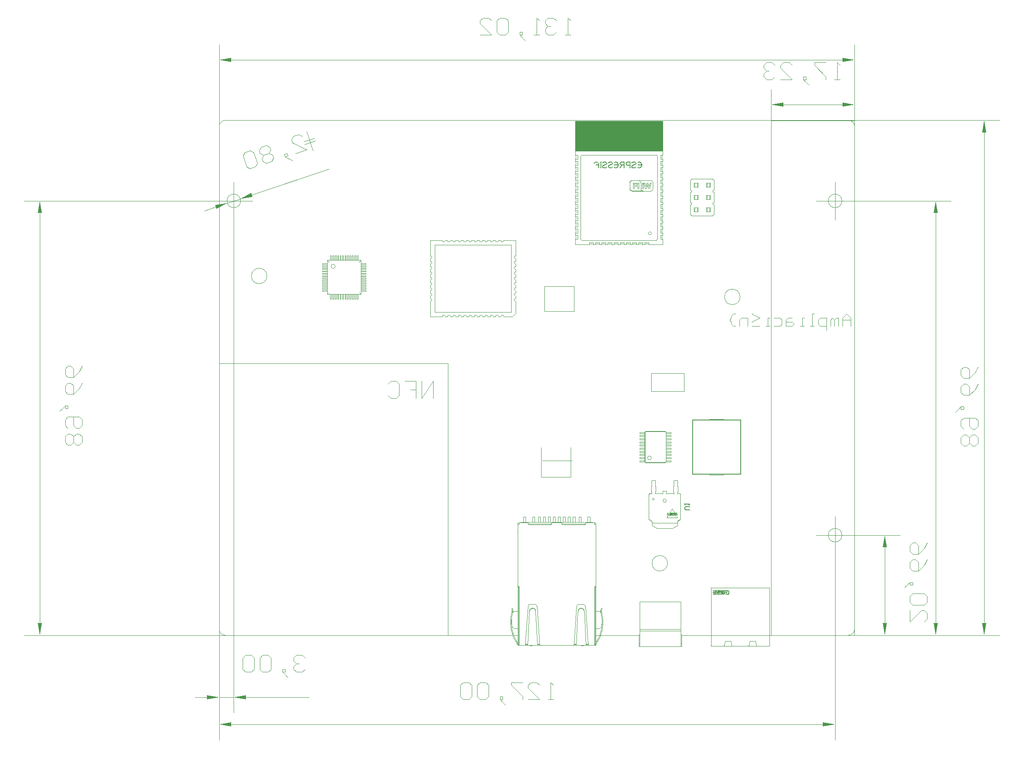
<source format=gm1>
G04*
G04 #@! TF.GenerationSoftware,Altium Limited,Altium Designer,21.9.1 (22)*
G04*
G04 Layer_Color=16711935*
%FSLAX25Y25*%
%MOIN*%
G70*
G04*
G04 #@! TF.SameCoordinates,3683F5DD-B2EF-4FE9-AD71-088996B23F6A*
G04*
G04*
G04 #@! TF.FilePolarity,Positive*
G04*
G01*
G75*
%ADD135C,0.00050*%
%ADD136C,0.00025*%
%ADD137C,0.00050*%
%ADD138C,0.00700*%
%ADD139R,0.70866X0.24803*%
G36*
X720342Y932834D02*
X710500Y934475D01*
X720342Y936115D01*
Y932834D01*
D02*
G37*
G36*
X1168343Y896614D02*
X1158500Y898254D01*
X1168343Y899895D01*
Y896614D01*
D02*
G37*
G36*
X737392Y823317D02*
X727538Y821749D01*
X736351Y826429D01*
X737392Y823317D01*
D02*
G37*
G36*
X708271Y813571D02*
X707230Y816682D01*
X717084Y818250D01*
X708271Y813571D01*
D02*
G37*
G36*
X566471Y810157D02*
X563190D01*
X564831Y820000D01*
X566471Y810157D01*
D02*
G37*
G36*
X564831Y467000D02*
X563190Y476842D01*
X566471D01*
X564831Y467000D01*
D02*
G37*
G36*
X732154Y414959D02*
X722311Y416599D01*
X732154Y418240D01*
Y414959D01*
D02*
G37*
G36*
X710500Y416599D02*
X700658Y414959D01*
Y418240D01*
X710500Y416599D01*
D02*
G37*
G36*
X720342Y392815D02*
X710500Y394455D01*
X720342Y396095D01*
Y392815D01*
D02*
G37*
G36*
X1252428Y538504D02*
X1249147D01*
X1250788Y548346D01*
X1252428Y538504D01*
D02*
G37*
G36*
X1331571Y467000D02*
X1329930Y476842D01*
X1333211D01*
X1331571Y467000D01*
D02*
G37*
G36*
X1292151D02*
X1290511Y476842D01*
X1293792D01*
X1292151Y467000D01*
D02*
G37*
G36*
X1250788D02*
X1249147Y476842D01*
X1252428D01*
X1250788Y467000D01*
D02*
G37*
G36*
X1210500Y394455D02*
X1200657Y392815D01*
Y396095D01*
X1210500Y394455D01*
D02*
G37*
G36*
X1290511Y810157D02*
X1293792D01*
X1292151Y820000D01*
X1290511Y810157D01*
D02*
G37*
G36*
X1329930Y875657D02*
X1333211D01*
X1331571Y885500D01*
X1329930Y875657D01*
D02*
G37*
G36*
X1216492Y896614D02*
X1226335Y898254D01*
X1216492Y899895D01*
Y896614D01*
D02*
G37*
G36*
Y932834D02*
X1226335Y934475D01*
X1216492Y936115D01*
Y932834D01*
D02*
G37*
D135*
X1061057Y560147D02*
G03*
X1061016Y560186I-1969J-2035D01*
G01*
X1061153Y560047D02*
G03*
X1061086Y560118I-2407J-2216D01*
G01*
X1060841Y560335D02*
G03*
X1060762Y560394I-1682J-2162D01*
G01*
X1061600Y559389D02*
G03*
X1061569Y559452I-2452J-1166D01*
G01*
X1072437Y607236D02*
G03*
X1073225Y608023I0J787D01*
G01*
X1073505Y576321D02*
G03*
X1073505Y576321I-1405J0D01*
G01*
X1055902Y608023D02*
G03*
X1056689Y607236I787J0D01*
G01*
Y632826D02*
G03*
X1055902Y632039I0J-787D01*
G01*
X1061414Y611173D02*
G03*
X1061414Y611173I-1575J0D01*
G01*
X1059885Y560806D02*
G03*
X1059227Y560890I-658J-2544D01*
G01*
X1059338Y581637D02*
G03*
X1059329Y581618I1066J-507D01*
G01*
X1059369Y581698D02*
G03*
X1059338Y581637I1050J-575D01*
G01*
X1059389Y581733D02*
G03*
X1059369Y581698I1027J-608D01*
G01*
X1059250Y581367D02*
G03*
X1059242Y581327I1278J-253D01*
G01*
X1059255Y581394D02*
G03*
X1059250Y581367I1270J-280D01*
G01*
X1059401Y581752D02*
G03*
X1059389Y581733I1004J-621D01*
G01*
X1059508Y581899D02*
G03*
X1059494Y581882I881J-763D01*
G01*
X1059569Y581963D02*
G03*
X1059508Y581899I835J-840D01*
G01*
X1059591Y581985D02*
G03*
X1059569Y581963I808J-857D01*
G01*
X1073225Y632039D02*
G03*
X1072437Y632826I-787J0D01*
G01*
X1063686Y577549D02*
G03*
X1063686Y577549I-787J0D01*
G01*
X1082625Y559438D02*
G03*
X1082592Y559370I2429J-1215D01*
G01*
X1083097Y560100D02*
G03*
X1083025Y560022I2357J-2267D01*
G01*
X1083875Y560648D02*
G03*
X1083811Y560618I1261J-2723D01*
G01*
X1084158Y560760D02*
G03*
X1084080Y560733I842J-2573D01*
G01*
X1083412Y560375D02*
G03*
X1083352Y560329I1631J-2203D01*
G01*
X1084975Y560890D02*
G03*
X1084316Y560806I0J-2628D01*
G01*
X1216012Y548346D02*
G03*
X1216012Y548346I-5512J0D01*
G01*
X1076702Y564863D02*
G03*
X1076796Y564859I94J1035D01*
G01*
X1076656Y564869D02*
G03*
X1076675Y564866I138J1009D01*
G01*
D02*
G03*
X1076702Y564863I120J1022D01*
G01*
X1077422Y565084D02*
G03*
X1077428Y565092I-324J260D01*
G01*
X1077417Y565077D02*
G03*
X1077422Y565084I-322J269D01*
G01*
X1077411Y565071D02*
G03*
X1077417Y565077I-320J278D01*
G01*
X1077406Y565065D02*
G03*
X1077411Y565071I-318J287D01*
G01*
X1084921Y581490D02*
G03*
X1084914Y581510I-1120J-353D01*
G01*
X1084943Y581411D02*
G03*
X1084921Y581490I-1159J-279D01*
G01*
X1084950Y581381D02*
G03*
X1084943Y581411I-1161J-248D01*
G01*
X1084434Y582121D02*
G03*
X1084412Y582135I-616J-986D01*
G01*
X1084451Y582110D02*
G03*
X1084434Y582121I-627J-965D01*
G01*
X1084589Y582005D02*
G03*
X1084572Y582019I-776J-866D01*
G01*
X1084657Y581938D02*
G03*
X1084589Y582005I-858J-814D01*
G01*
X1084677Y581917D02*
G03*
X1084657Y581938I-872J-788D01*
G01*
X1076535Y565214D02*
G03*
X1076536Y565212I116J85D01*
G01*
X1076533Y565217D02*
G03*
X1076535Y565214I117J82D01*
G01*
X1076524Y565232D02*
G03*
X1076527Y565226I121J64D01*
G01*
D02*
G03*
X1076529Y565223I119J70D01*
G01*
D02*
G03*
X1076531Y565219I118J75D01*
G01*
X1076536Y565212D02*
G03*
X1076538Y565210I116J88D01*
G01*
X1076531Y565219D02*
G03*
X1076533Y565217I117J78D01*
G01*
X1076518Y565358D02*
G03*
X1076517Y565356I82J-40D01*
G01*
D02*
G03*
X1076517Y565355I84J-38D01*
G01*
X1076520Y565361D02*
G03*
X1076518Y565358I80J-42D01*
G01*
X1076513Y565260D02*
G03*
X1076514Y565256I135J37D01*
G01*
X1076514D02*
G03*
X1076515Y565252I132J40D01*
G01*
D02*
G03*
X1076524Y565232I129J43D01*
G01*
X1076511Y565266D02*
G03*
X1076512Y565263I139J32D01*
G01*
X1076512D02*
G03*
X1076513Y565260I137J34D01*
G01*
X1076526Y565371D02*
G03*
X1076525Y565369I75J-53D01*
G01*
D02*
G03*
X1076520Y565361I75J-50D01*
G01*
X1076527Y565373D02*
G03*
X1076526Y565371I74J-55D01*
G01*
X1076163Y566233D02*
G03*
X1076157Y566225I363J-285D01*
G01*
X1076174Y566247D02*
G03*
X1076169Y566240I360J-305D01*
G01*
X1076169Y566240D02*
G03*
X1076163Y566233I361J-296D01*
G01*
X1076143Y566205D02*
G03*
X1076134Y566192I372J-250D01*
G01*
X1076150Y566216D02*
G03*
X1076143Y566205I368J-263D01*
G01*
X1076086Y566086D02*
G03*
X1076083Y566075I438J-132D01*
G01*
X1076121Y566169D02*
G03*
X1076096Y566113I388J-210D01*
G01*
X1076134Y566192D02*
G03*
X1076121Y566169I377J-233D01*
G01*
X1076157Y566225D02*
G03*
X1076150Y566216I365J-275D01*
G01*
X1076144Y565209D02*
G03*
X1076167Y565154I353J112D01*
G01*
D02*
G03*
X1076173Y565142I336J170D01*
G01*
X1076183Y565125D02*
G03*
X1076188Y565118I330J205D01*
G01*
X1076173Y565142D02*
G03*
X1076178Y565133I333J184D01*
G01*
X1076192Y565112D02*
G03*
X1076196Y565106I328J223D01*
G01*
X1076188Y565118D02*
G03*
X1076192Y565112I329J215D01*
G01*
X1076178Y565133D02*
G03*
X1076183Y565125I331J195D01*
G01*
X1076755Y565125D02*
G03*
X1076778Y565124I23J516D01*
G01*
X1077524Y565796D02*
G03*
X1077534Y565812I-300J176D01*
G01*
X1077514Y565356D02*
G03*
X1077514Y565359I-558J3D01*
G01*
X1077059Y565198D02*
G03*
X1077062Y565200I-135J157D01*
G01*
Y565200D02*
G03*
X1077064Y565203I-136J153D01*
G01*
X1077068Y565206D02*
G03*
X1077071Y565209I-139J144D01*
G01*
D02*
G03*
X1077076Y565214I-141J139D01*
G01*
X1077064Y565203D02*
G03*
X1077068Y565206I-137J149D01*
G01*
X1077076Y565214D02*
G03*
X1077087Y565228I-144J132D01*
G01*
X1077102Y565249D02*
G03*
X1077104Y565253I-175J101D01*
G01*
X1077087Y565228D02*
G03*
X1077095Y565239I-156J119D01*
G01*
D02*
G03*
X1077099Y565245I-166J109D01*
G01*
D02*
G03*
X1077102Y565249I-171J104D01*
G01*
X1077104Y565253D02*
G03*
X1077106Y565257I-179J98D01*
G01*
X1077485Y565193D02*
G03*
X1077489Y565204I-384J146D01*
G01*
X1077496Y565228D02*
G03*
X1077498Y565236I-413J116D01*
G01*
X1077443Y565113D02*
G03*
X1077456Y565133I-334J224D01*
G01*
X1077479Y565179D02*
G03*
X1077485Y565193I-375J158D01*
G01*
X1077456Y565133D02*
G03*
X1077479Y565179I-346J203D01*
G01*
X1077491Y565212D02*
G03*
X1077494Y565220I-399J130D01*
G01*
X1077489Y565204D02*
G03*
X1077491Y565212I-392J137D01*
G01*
X1077435Y565101D02*
G03*
X1077443Y565113I-330J238D01*
G01*
X1077428Y565092D02*
G03*
X1077435Y565101I-326J249D01*
G01*
X1076881Y566218D02*
G03*
X1076855Y566219I-38J-830D01*
G01*
X1077559Y566102D02*
G03*
X1077552Y566123I-393J-109D01*
G01*
X1077482Y566251D02*
G03*
X1077477Y566257I-342J-275D01*
G01*
X1077487Y566244D02*
G03*
X1077482Y566251I-344J-265D01*
G01*
X1077493Y566237D02*
G03*
X1077487Y566244I-346J-255D01*
G01*
X1077505Y566220D02*
G03*
X1077499Y566229I-350J-233D01*
G01*
D02*
G03*
X1077493Y566237I-348J-245D01*
G01*
X1077512Y566209D02*
G03*
X1077505Y566220I-353J-220D01*
G01*
X1077519Y566197D02*
G03*
X1077512Y566209I-357J-206D01*
G01*
X1077552Y566123D02*
G03*
X1077519Y566197I-384J-128D01*
G01*
X1084735Y581847D02*
G03*
X1084721Y581865I-868J-665D01*
G01*
X1084838Y581687D02*
G03*
X1084785Y581776I-1055J-565D01*
G01*
X1084851Y581662D02*
G03*
X1084838Y581688I-1060J-535D01*
G01*
X1119881Y500707D02*
G03*
X1119904Y500707I0J396D01*
G01*
X1119390Y500700D02*
G03*
X1119416Y500743I-616J401D01*
G01*
X1119365Y500665D02*
G03*
X1119390Y500700I-598J441D01*
G01*
X1119342Y500634D02*
G03*
X1119366Y500665I-580J476D01*
G01*
X1119508Y501079D02*
G03*
X1119508Y501101I-765J22D01*
G01*
X1119479Y500895D02*
G03*
X1119495Y500962I-698J202D01*
G01*
X1119495D02*
G03*
X1119502Y501000I-722J136D01*
G01*
X1119416Y500743D02*
G03*
X1119479Y500895I-633J353D01*
G01*
X1119502Y501000D02*
G03*
X1119505Y501030I-736J99D01*
G01*
X1119505D02*
G03*
X1119507Y501056I-747J70D01*
G01*
X1119507D02*
G03*
X1119508Y501079I-756J45D01*
G01*
X1119508Y501101D02*
G03*
X1119508Y501102I-764J0D01*
G01*
Y501102D02*
G03*
X1119508Y501124I-760J-1D01*
G01*
X1119505Y501177D02*
G03*
X1119500Y501213I-733J-74D01*
G01*
X1119507Y501149D02*
G03*
X1119505Y501177I-743J-47D01*
G01*
X1119500Y501213D02*
G03*
X1119452Y501385I-716J-109D01*
G01*
X1119508Y501124D02*
G03*
X1119507Y501149I-751J-23D01*
G01*
X1119897Y501496D02*
G03*
X1119881Y501497I-16J-392D01*
G01*
X1120009Y501475D02*
G03*
X1119897Y501496I-127J-365D01*
G01*
X1120055Y501455D02*
G03*
X1120009Y501475I-175J-348D01*
G01*
X1120059Y501861D02*
G03*
X1120026Y501862I-66J-906D01*
G01*
D02*
G03*
X1119992Y501863I-33J-918D01*
G01*
X1120094Y501857D02*
G03*
X1120059Y501861I-101J-894D01*
G01*
X1120131Y501852D02*
G03*
X1120094Y501857I-136J-880D01*
G01*
X1120535Y501674D02*
G03*
X1120509Y501694I-502J-609D01*
G01*
X1120509Y501694D02*
G03*
X1120480Y501715I-480J-636D01*
G01*
X1120450Y501734D02*
G03*
X1120420Y501753I-431J-690D01*
G01*
X1120281Y501815D02*
G03*
X1120243Y501827I-279J-809D01*
G01*
X1120317Y501802D02*
G03*
X1120281Y501815I-312J-787D01*
G01*
X1120243Y501827D02*
G03*
X1120205Y501837I-244J-829D01*
G01*
Y501837D02*
G03*
X1120168Y501846I-208J-848D01*
G01*
X1120480Y501715D02*
G03*
X1120450Y501734I-456J-663D01*
G01*
X1120387Y501770D02*
G03*
X1120353Y501787I-376J-740D01*
G01*
D02*
G03*
X1120317Y501802I-345J-764D01*
G01*
X1120420Y501753D02*
G03*
X1120387Y501770I-405J-715D01*
G01*
X1122116Y501871D02*
G03*
X1122219Y501781I367J313D01*
G01*
X1122255Y501759D02*
G03*
X1122265Y501754I224J416D01*
G01*
X1122600Y501671D02*
G03*
X1122599Y501667I142J-68D01*
G01*
X1122606Y501681D02*
G03*
X1122604Y501677I133J-76D01*
G01*
D02*
G03*
X1122602Y501674I136J-74D01*
G01*
D02*
G03*
X1122600Y501671I139J-71D01*
G01*
X1122599Y501667D02*
G03*
X1122598Y501664I145J-66D01*
G01*
Y501664D02*
G03*
X1122596Y501661I148J-63D01*
G01*
X1122610Y501688D02*
G03*
X1122608Y501684I126J-82D01*
G01*
X1122596Y501661D02*
G03*
X1122595Y501657I151J-61D01*
G01*
X1122608Y501684D02*
G03*
X1122606Y501681I130J-79D01*
G01*
X1122196Y501123D02*
G03*
X1122203Y501123I0J168D01*
G01*
X1121604Y501307D02*
G03*
X1122127Y501125I592J860D01*
G01*
X1122203Y501123D02*
G03*
X1122214Y501124I-7J166D01*
G01*
X1122214Y501124D02*
G03*
X1122247Y501131I-17J163D01*
G01*
X1122272Y501141D02*
G03*
X1122289Y501151I-77J148D01*
G01*
X1121247Y501723D02*
G03*
X1121604Y501307I959J460D01*
G01*
X1122127Y501125D02*
G03*
X1122196Y501123I69J1052D01*
G01*
X1122247Y501131D02*
G03*
X1122272Y501141I-51J157D01*
G01*
X1122241Y503221D02*
G03*
X1122239Y503222I-48J-129D01*
G01*
X1122226Y503226D02*
G03*
X1122223Y503227I-31J-126D01*
G01*
X1121904Y503188D02*
G03*
X1121722Y503116I292J-1001D01*
G01*
X1122194Y503230D02*
G03*
X1122129Y503227I2J-1054D01*
G01*
X1122330Y503144D02*
G03*
X1122326Y503150I-192J-119D01*
G01*
X1122323Y503154D02*
G03*
X1122320Y503158I-182J-127D01*
G01*
X1122320D02*
G03*
X1122318Y503161I-177J-130D01*
G01*
X1122337Y503132D02*
G03*
X1122330Y503144I-201J-109D01*
G01*
X1121722Y503116D02*
G03*
X1121309Y502739I483J-947D01*
G01*
X1122219Y501781D02*
G03*
X1122255Y501759I261J398D01*
G01*
X1122105Y502469D02*
G03*
X1122012Y502269I367J-291D01*
G01*
X1122004Y502195D02*
G03*
X1122003Y502177I491J-20D01*
G01*
X1122076Y501926D02*
G03*
X1122116Y501871I406J257D01*
G01*
X1122054Y501964D02*
G03*
X1122076Y501926I424J216D01*
G01*
X1122038Y502000D02*
G03*
X1122054Y501964I436J178D01*
G01*
X1122003Y502175D02*
G03*
X1122038Y502000I461J0D01*
G01*
X1122012Y502269D02*
G03*
X1122007Y502238I468J-93D01*
G01*
X1117032Y502045D02*
G03*
X1117070Y502055I-193J823D01*
G01*
X1117070D02*
G03*
X1117109Y502067I-229J805D01*
G01*
X1116897Y502024D02*
G03*
X1116928Y502027I-64J878D01*
G01*
X1116995Y502037D02*
G03*
X1117032Y502045I-159J839D01*
G01*
X1117192Y502100D02*
G03*
X1117233Y502121I-341J737D01*
G01*
X1117109Y502067D02*
G03*
X1117150Y502082I-266J785D01*
G01*
Y502082D02*
G03*
X1117192Y502100I-304J762D01*
G01*
X1116961Y502031D02*
G03*
X1116995Y502037I-126J854D01*
G01*
X1116928Y502027D02*
G03*
X1116961Y502031I-95J867D01*
G01*
X1116868Y502023D02*
G03*
X1116897Y502024I-36J889D01*
G01*
X1116840Y502022D02*
G03*
X1116868Y502023I-8J899D01*
G01*
X1122285Y502608D02*
G03*
X1122105Y502469I189J-432D01*
G01*
X1121146Y502239D02*
G03*
X1121144Y502175I1063J-64D01*
G01*
X1121158Y502342D02*
G03*
X1121146Y502239I1041J-167D01*
G01*
X1117233Y502121D02*
G03*
X1117274Y502144I-379J709D01*
G01*
X1121309Y502739D02*
G03*
X1121158Y502342I886J-564D01*
G01*
X1122007Y502238D02*
G03*
X1122005Y502215I477J-63D01*
G01*
X1122005Y502215D02*
G03*
X1122004Y502195I485J-40D01*
G01*
X1122326Y501693D02*
G03*
X1122318Y501704I-222J-156D01*
G01*
X1122318Y501704D02*
G03*
X1122312Y501710I-213J-167D01*
G01*
X1122589Y501641D02*
G03*
X1122589Y501637I168J-43D01*
G01*
X1122594Y501654D02*
G03*
X1122593Y501651I157J-55D01*
G01*
X1122588Y501633D02*
G03*
X1122587Y501629I173J-37D01*
G01*
X1122593Y501651D02*
G03*
X1122591Y501648I160J-52D01*
G01*
X1122591D02*
G03*
X1122590Y501644I162J-49D01*
G01*
X1122589Y501637D02*
G03*
X1122588Y501633I170J-40D01*
G01*
X1122590Y501644D02*
G03*
X1122589Y501641I165J-46D01*
G01*
X1122586Y501622D02*
G03*
X1122585Y501617I180J-26D01*
G01*
X1122587Y501629D02*
G03*
X1122586Y501625I175J-33D01*
G01*
X1122585Y501617D02*
G03*
X1122585Y501613I183J-22D01*
G01*
X1122595Y501657D02*
G03*
X1122594Y501654I154J-58D01*
G01*
X1122622Y501703D02*
G03*
X1122618Y501699I109J-94D01*
G01*
Y501699D02*
G03*
X1122615Y501695I114J-90D01*
G01*
Y501695D02*
G03*
X1122612Y501691I119J-87D01*
G01*
X1122626Y501709D02*
G03*
X1122622Y501703I104J-98D01*
G01*
X1122612Y501691D02*
G03*
X1122610Y501688I123J-84D01*
G01*
X1122634Y501716D02*
G03*
X1122626Y501709I95J-105D01*
G01*
X1122586Y501625D02*
G03*
X1122586Y501622I178J-30D01*
G01*
X1122808Y501831D02*
G03*
X1122826Y501851I-311J310D01*
G01*
X1122706Y501756D02*
G03*
X1122808Y501831I-204J380D01*
G01*
X1122826Y501851D02*
G03*
X1122841Y501868I-333J293D01*
G01*
X1122656Y501733D02*
G03*
X1122634Y501716I72J-121D01*
G01*
X1122658Y501734D02*
G03*
X1122679Y501742I-159J409D01*
G01*
X1122679D02*
G03*
X1122706Y501756I-178J396D01*
G01*
X1120778Y500895D02*
G03*
X1120794Y500962I-698J202D01*
G01*
X1120714Y500743D02*
G03*
X1120778Y500895I-633J353D01*
G01*
X1120745Y501399D02*
G03*
X1120709Y501470I-665J-294D01*
G01*
X1120948Y500495D02*
G03*
X1120951Y500489I213J85D01*
G01*
X1120946Y500501D02*
G03*
X1120948Y500495I213J78D01*
G01*
X1120951Y500489D02*
G03*
X1120954Y500482I212J92D01*
G01*
X1121017Y503502D02*
G03*
X1120969Y503451I133J-174D01*
G01*
Y503451D02*
G03*
X1120961Y503439I178J-120D01*
G01*
X1121035Y503514D02*
G03*
X1121017Y503502I114J-185D01*
G01*
X1120934Y503361D02*
G03*
X1120933Y503335I199J-25D01*
G01*
X1120950Y503417D02*
G03*
X1120945Y503406I191J-83D01*
G01*
X1120942Y503394D02*
G03*
X1120938Y503381I196J-59D01*
G01*
X1120961Y503439D02*
G03*
X1120955Y503427I184J-107D01*
G01*
X1121061Y503528D02*
G03*
X1121048Y503522I86J-195D01*
G01*
X1121074Y503533D02*
G03*
X1121061Y503528I72J-198D01*
G01*
X1121048Y503522D02*
G03*
X1121035Y503514I100J-190D01*
G01*
X1121089Y503538D02*
G03*
X1121074Y503533I56J-201D01*
G01*
X1120940Y500519D02*
G03*
X1120942Y500513I212J59D01*
G01*
D02*
G03*
X1120944Y500507I212J65D01*
G01*
X1120938Y500530D02*
G03*
X1120939Y500524I210J46D01*
G01*
X1120944Y500507D02*
G03*
X1120946Y500501I213J72D01*
G01*
X1121056Y500375D02*
G03*
X1121061Y500373I101J190D01*
G01*
X1121052Y500377D02*
G03*
X1121056Y500375I106J190D01*
G01*
X1121061Y500373D02*
G03*
X1121065Y500370I95J191D01*
G01*
X1121047Y500380D02*
G03*
X1121052Y500377I112J189D01*
G01*
X1121042Y500383D02*
G03*
X1121047Y500380I118J188D01*
G01*
X1121027Y500393D02*
G03*
X1121032Y500389I137J184D01*
G01*
X1121037Y500386D02*
G03*
X1121042Y500383I124J187D01*
G01*
X1121032Y500389D02*
G03*
X1121037Y500386I130J186D01*
G01*
X1121021Y500397D02*
G03*
X1121027Y500393I144J181D01*
G01*
X1121015Y500402D02*
G03*
X1121021Y500397I151J178D01*
G01*
X1121008Y500409D02*
G03*
X1121015Y500402I160J174D01*
G01*
X1120969Y500455D02*
G03*
X1121008Y500409I202J131D01*
G01*
X1120963Y500466D02*
G03*
X1120969Y500455I207J119D01*
G01*
X1120954Y500482D02*
G03*
X1120958Y500475I211J100D01*
G01*
X1121065Y500370D02*
G03*
X1121069Y500368I90J191D01*
G01*
X1120937Y500536D02*
G03*
X1120938Y500530I209J40D01*
G01*
X1120936Y500541D02*
G03*
X1120937Y500536I208J34D01*
G01*
X1120934Y500553D02*
G03*
X1120935Y500547I205J22D01*
G01*
X1120933Y500560D02*
G03*
X1120934Y500553I204J15D01*
G01*
X1120939Y500524D02*
G03*
X1120940Y500519I211J53D01*
G01*
X1120933Y500566D02*
G03*
X1120933Y500560I202J8D01*
G01*
X1120935Y500547D02*
G03*
X1120936Y500541I207J28D01*
G01*
X1120933Y500574D02*
G03*
X1120933Y500566I200J0D01*
G01*
X1120794Y500962D02*
G03*
X1120800Y501000I-722J136D01*
G01*
X1120800D02*
G03*
X1120804Y501030I-736J99D01*
G01*
X1120804Y501030D02*
G03*
X1120805Y501056I-747J70D01*
G01*
D02*
G03*
X1120807Y501079I-756J45D01*
G01*
X1120807D02*
G03*
X1120807Y501101I-765J22D01*
G01*
X1120806Y501135D02*
G03*
X1120805Y501158I-758J-33D01*
G01*
D02*
G03*
X1120802Y501183I-748J-56D01*
G01*
X1120802D02*
G03*
X1120798Y501213I-739J-80D01*
G01*
X1120798D02*
G03*
X1120792Y501252I-727J-109D01*
G01*
X1120807Y501114D02*
G03*
X1120806Y501135I-766J-13D01*
G01*
X1120807Y501101D02*
G03*
X1120807Y501114I-773J0D01*
G01*
X1120792Y501252D02*
G03*
X1120745Y501399I-710J-146D01*
G01*
X1121108Y500356D02*
G03*
X1121114Y500355I41J188D01*
G01*
X1121097Y500358D02*
G03*
X1121103Y500357I53J189D01*
G01*
X1121092Y500360D02*
G03*
X1121097Y500358I58J190D01*
G01*
X1121087Y500361D02*
G03*
X1121092Y500360I64J190D01*
G01*
X1121083Y500363D02*
G03*
X1121087Y500361I69J190D01*
G01*
X1121078Y500365D02*
G03*
X1121083Y500363I74J191D01*
G01*
X1121074Y500367D02*
G03*
X1121078Y500365I79J191D01*
G01*
X1121069Y500368D02*
G03*
X1121074Y500367I85J191D01*
G01*
X1120958Y500475D02*
G03*
X1120963Y500466I210J109D01*
G01*
X1121103Y500357D02*
G03*
X1121108Y500356I47J189D01*
G01*
X1117878Y501122D02*
G03*
X1117878Y501101I771J-21D01*
G01*
X1117884Y501196D02*
G03*
X1117881Y501168I742J-93D01*
G01*
X1117879Y501144D02*
G03*
X1117878Y501122I762J-42D01*
G01*
X1117878Y501100D02*
G03*
X1117878Y501079I762J1D01*
G01*
X1117881Y501029D02*
G03*
X1117885Y500997I735J70D01*
G01*
X1117879Y501056D02*
G03*
X1117881Y501029I745J44D01*
G01*
X1117878Y501079D02*
G03*
X1117879Y501056I754J22D01*
G01*
X1118406Y501099D02*
G03*
X1118407Y501078I459J-0D01*
G01*
X1118407Y501124D02*
G03*
X1118406Y501100I452J-25D01*
G01*
X1117885Y500997D02*
G03*
X1117956Y500771I716J100D01*
G01*
X1117881Y501168D02*
G03*
X1117879Y501144I753J-66D01*
G01*
X1117982Y501480D02*
G03*
X1117899Y501280I624J-374D01*
G01*
X1117889Y501230D02*
G03*
X1117884Y501196I729J-127D01*
G01*
X1117899Y501280D02*
G03*
X1117889Y501230I711J-176D01*
G01*
X1113455Y501032D02*
G03*
X1113456Y501046I-754J43D01*
G01*
X1113456D02*
G03*
X1113457Y501060I-763J30D01*
G01*
X1113457Y501076D02*
G03*
X1113455Y501126I-768J0D01*
G01*
X1113457Y501073D02*
G03*
X1113457Y501076I-777J3D01*
G01*
X1113454Y501017D02*
G03*
X1113455Y501032I-746J58D01*
G01*
X1113455Y501126D02*
G03*
X1113384Y501401I-759J-50D01*
G01*
Y501401D02*
G03*
X1113357Y501453I-702J-330D01*
G01*
X1118477Y501839D02*
G03*
X1118433Y501827I211J-838D01*
G01*
X1118772Y501862D02*
G03*
X1118730Y501865I-83J-897D01*
G01*
X1118682Y501866D02*
G03*
X1118645Y501865I13J-909D01*
G01*
X1118730Y501865D02*
G03*
X1118688Y501866I-41J-909D01*
G01*
X1118645Y501865D02*
G03*
X1118605Y501862I50J-899D01*
G01*
D02*
G03*
X1118564Y501857I88J-887D01*
G01*
Y501857D02*
G03*
X1118521Y501849I128J-872D01*
G01*
X1118521Y501849D02*
G03*
X1118477Y501839I169J-856D01*
G01*
X1118865Y501849D02*
G03*
X1118818Y501857I-174J-866D01*
G01*
Y501857D02*
G03*
X1118772Y501862I-128J-883D01*
G01*
X1118914Y501837D02*
G03*
X1118865Y501849I-221J-846D01*
G01*
X1118742Y501465D02*
G03*
X1118725Y501467I-43J-225D01*
G01*
X1118699Y501469D02*
G03*
X1118673Y501467I2J-228D01*
G01*
X1118803Y501444D02*
G03*
X1118799Y501446I-112J-228D01*
G01*
X1118725Y501467D02*
G03*
X1118699Y501469I-25J-227D01*
G01*
X1118673Y501467D02*
G03*
X1118662Y501465I29J-229D01*
G01*
X1118808Y501442D02*
G03*
X1118803Y501444I-118J-228D01*
G01*
X1113453Y501000D02*
G03*
X1113454Y501017I-736J74D01*
G01*
X1113451Y500983D02*
G03*
X1113453Y501000I-726J91D01*
G01*
X1113448Y500964D02*
G03*
X1113451Y500983I-716J108D01*
G01*
X1113445Y500945D02*
G03*
X1113448Y500964I-705J127D01*
G01*
X1113435Y500896D02*
G03*
X1113441Y500922I-680J173D01*
G01*
D02*
G03*
X1113445Y500945I-694J148D01*
G01*
X1113425Y500863D02*
G03*
X1113435Y500896I-664J204D01*
G01*
X1113378Y500748D02*
G03*
X1113425Y500863I-608J316D01*
G01*
X1113345Y500691D02*
G03*
X1113378Y500748I-576J374D01*
G01*
X1123746Y500832D02*
G03*
X1123747Y500845I-164J13D01*
G01*
X1123593Y500681D02*
G03*
X1123603Y500682I-13J169D01*
G01*
X1123584Y500680D02*
G03*
X1123593Y500681I-4J171D01*
G01*
X1123603Y500682D02*
G03*
X1123711Y500743I-23J166D01*
G01*
X1121138Y500352D02*
G03*
X1121148Y500351I10J185D01*
G01*
X1123882D02*
G03*
X1123891Y500352I0J204D01*
G01*
X1121121Y500353D02*
G03*
X1121129Y500352I27J186D01*
G01*
D02*
G03*
X1121138Y500352I20J186D01*
G01*
X1121114Y500355D02*
G03*
X1121121Y500353I35J187D01*
G01*
X1121144Y502175D02*
G03*
X1121247Y501723I1042J-1D01*
G01*
X1122916Y502008D02*
G03*
X1122921Y502023I-465J159D01*
G01*
X1122864Y501901D02*
G03*
X1122874Y501916I-382J252D01*
G01*
X1122921Y502023D02*
G03*
X1122926Y502038I-475J145D01*
G01*
X1122911Y501993D02*
G03*
X1122916Y502008I-455J172D01*
G01*
X1122926Y502038D02*
G03*
X1122930Y502055I-484J132D01*
G01*
X1122905Y501977D02*
G03*
X1122911Y501993I-444J186D01*
G01*
X1122898Y501963D02*
G03*
X1122905Y501977I-433J199D01*
G01*
X1122891Y501948D02*
G03*
X1122898Y501963I-421J212D01*
G01*
X1122883Y501932D02*
G03*
X1122891Y501948I-409J225D01*
G01*
X1122874Y501916D02*
G03*
X1122883Y501932I-396J239D01*
G01*
X1122853Y501885D02*
G03*
X1122864Y501901I-367J265D01*
G01*
X1122841Y501868D02*
G03*
X1122853Y501885I-351J279D01*
G01*
X1122934Y502270D02*
G03*
X1122927Y502302I-464J-93D01*
G01*
X1122930Y502055D02*
G03*
X1122933Y502071I-493J116D01*
G01*
X1122941Y502225D02*
G03*
X1122939Y502245I-480J-49D01*
G01*
X1122943Y502207D02*
G03*
X1122941Y502225I-487J-32D01*
G01*
X1122943Y502191D02*
G03*
X1122943Y502207I-492J-16D01*
G01*
X1122944Y502175D02*
G03*
X1122943Y502191I-498J0D01*
G01*
X1122943Y502162D02*
G03*
X1122944Y502175I-543J12D01*
G01*
X1122939Y502102D02*
G03*
X1122941Y502117I-517J71D01*
G01*
X1122936Y502086D02*
G03*
X1122939Y502102I-510J86D01*
G01*
X1122943Y502147D02*
G03*
X1122943Y502162I-538J27D01*
G01*
X1122941Y502117D02*
G03*
X1122942Y502132I-525J57D01*
G01*
X1122933Y502071D02*
G03*
X1122936Y502086I-502J100D01*
G01*
X1122942Y502132D02*
G03*
X1122943Y502147I-531J42D01*
G01*
X1122939Y502245D02*
G03*
X1122934Y502270I-473J-69D01*
G01*
X1118987Y501038D02*
G03*
X1118989Y501055I-450J61D01*
G01*
X1118984Y501023D02*
G03*
X1118987Y501038I-443J75D01*
G01*
X1118982Y501008D02*
G03*
X1118984Y501023I-436J89D01*
G01*
X1118976Y500983D02*
G03*
X1118979Y500995I-421J112D01*
G01*
X1118972Y500971D02*
G03*
X1118976Y500983I-413J123D01*
G01*
X1118979Y500995D02*
G03*
X1118982Y501008I-428J101D01*
G01*
X1118963Y500943D02*
G03*
X1118966Y500952I-391J147D01*
G01*
X1118969Y500961D02*
G03*
X1118972Y500971I-406J132D01*
G01*
X1118959Y500934D02*
G03*
X1118963Y500943I-384J154D01*
G01*
X1118956Y500926D02*
G03*
X1118959Y500934I-377J161D01*
G01*
X1118953Y500919D02*
G03*
X1118956Y500926I-369J167D01*
G01*
X1118966Y500952D02*
G03*
X1118969Y500961I-399J140D01*
G01*
X1118946Y500905D02*
G03*
X1118949Y500911I-355J177D01*
G01*
X1118812Y501440D02*
G03*
X1118808Y501442I-123J-229D01*
G01*
X1118816Y501437D02*
G03*
X1118812Y501440I-129J-229D01*
G01*
X1118942Y501303D02*
G03*
X1118938Y501309I-346J-183D01*
G01*
X1118951Y501284D02*
G03*
X1118948Y501290I-366J-168D01*
G01*
X1118945Y501297D02*
G03*
X1118942Y501303I-353J-178D01*
G01*
X1118948Y501290D02*
G03*
X1118945Y501297I-359J-173D01*
G01*
X1118955Y501276D02*
G03*
X1118951Y501284I-374J-163D01*
G01*
X1118958Y501268D02*
G03*
X1118955Y501276I-381J-156D01*
G01*
X1118961Y501260D02*
G03*
X1118958Y501268I-388J-150D01*
G01*
X1118968Y501241D02*
G03*
X1118965Y501251I-403J-134D01*
G01*
X1118971Y501231D02*
G03*
X1118968Y501241I-410J-125D01*
G01*
X1118975Y501219D02*
G03*
X1118971Y501231I-418J-115D01*
G01*
X1118978Y501207D02*
G03*
X1118975Y501219I-425J-103D01*
G01*
X1118965Y501251D02*
G03*
X1118961Y501260I-395J-142D01*
G01*
X1118981Y501193D02*
G03*
X1118978Y501207I-433J-90D01*
G01*
X1118984Y501177D02*
G03*
X1118981Y501193I-440J-76D01*
G01*
X1118990Y501122D02*
G03*
X1118989Y501142I-460J-22D01*
G01*
D02*
G03*
X1118987Y501161I-454J-42D01*
G01*
D02*
G03*
X1118984Y501177I-447J-60D01*
G01*
X1118991Y501091D02*
G03*
X1118991Y501099I-466J8D01*
G01*
X1118990Y501073D02*
G03*
X1118991Y501091I-462J26D01*
G01*
X1118989Y501055D02*
G03*
X1118990Y501073I-457J44D01*
G01*
X1118991Y501099D02*
G03*
X1118990Y501122I-465J0D01*
G01*
X1118409Y501146D02*
G03*
X1118407Y501124I445J-46D01*
G01*
X1118415Y501184D02*
G03*
X1118411Y501165I431J-83D01*
G01*
Y501165D02*
G03*
X1118409Y501146I438J-65D01*
G01*
X1118423Y501219D02*
G03*
X1118418Y501202I414J-116D01*
G01*
X1118418D02*
G03*
X1118415Y501184I422J-100D01*
G01*
X1118428Y501236D02*
G03*
X1118423Y501219I404J-132D01*
G01*
X1118431Y501246D02*
G03*
X1118428Y501236I397J-141D01*
G01*
X1118436Y501258D02*
G03*
X1118431Y501246I389J-151D01*
G01*
X1118440Y501268D02*
G03*
X1118436Y501258I381J-160D01*
G01*
X1118448Y501286D02*
G03*
X1118444Y501277I365J-174D01*
G01*
D02*
G03*
X1118440Y501268I373J-167D01*
G01*
X1118452Y501293D02*
G03*
X1118448Y501286I357J-180D01*
G01*
X1118407Y501078D02*
G03*
X1118408Y501059I453J21D01*
G01*
X1118448Y500913D02*
G03*
X1118451Y500905I359J171D01*
G01*
X1118437Y500937D02*
G03*
X1118441Y500929I381J151D01*
G01*
X1118441Y500929D02*
G03*
X1118444Y500921I373J158D01*
G01*
X1118444Y500921D02*
G03*
X1118448Y500913I366J165D01*
G01*
X1118433Y500947D02*
G03*
X1118437Y500937I388J144D01*
G01*
X1118430Y500956D02*
G03*
X1118433Y500947I396J135D01*
G01*
X1118419Y500993D02*
G03*
X1118423Y500980I419J103D01*
G01*
X1118423Y500980D02*
G03*
X1118426Y500968I411J115D01*
G01*
X1118416Y501007D02*
G03*
X1118419Y500993I426J89D01*
G01*
X1118413Y501023D02*
G03*
X1118416Y501007I434J75D01*
G01*
X1118410Y501040D02*
G03*
X1118413Y501023I441J58D01*
G01*
X1118408Y501059D02*
G03*
X1118410Y501040I447J40D01*
G01*
X1118426Y500968D02*
G03*
X1118430Y500956I403J125D01*
G01*
X1120147Y500352D02*
G03*
X1120188Y500360I-151J862D01*
G01*
X1120109Y500347D02*
G03*
X1120147Y500352I-114J876D01*
G01*
X1120071Y500342D02*
G03*
X1120109Y500347I-77J890D01*
G01*
X1120035Y500340D02*
G03*
X1120071Y500342I-42J901D01*
G01*
X1119904Y500707D02*
G03*
X1119939Y500711I-22J391D01*
G01*
Y500711D02*
G03*
X1120080Y500761I-57J385D01*
G01*
X1118600Y501445D02*
G03*
X1118596Y501443I112J-237D01*
G01*
X1118581Y501435D02*
G03*
X1118576Y501433I138J-239D01*
G01*
X1118585Y501438D02*
G03*
X1118581Y501435I132J-239D01*
G01*
X1118592Y501441D02*
G03*
X1118588Y501439I123J-237D01*
G01*
X1118596Y501443D02*
G03*
X1118592Y501441I117J-237D01*
G01*
X1118613Y501451D02*
G03*
X1118608Y501449I95J-235D01*
G01*
Y501449D02*
G03*
X1118604Y501447I101J-235D01*
G01*
X1118604D02*
G03*
X1118600Y501445I106J-236D01*
G01*
X1118618Y501453D02*
G03*
X1118613Y501451I90J-234D01*
G01*
X1118779Y501454D02*
G03*
X1118773Y501456I-83J-227D01*
G01*
X1118752Y501463D02*
G03*
X1118742Y501465I-53J-225D01*
G01*
X1118760Y501460D02*
G03*
X1118752Y501463I-62J-226D01*
G01*
X1118767Y501458D02*
G03*
X1118760Y501460I-70J-226D01*
G01*
X1118785Y501452D02*
G03*
X1118779Y501454I-89J-227D01*
G01*
X1118794Y501448D02*
G03*
X1118790Y501450I-101J-228D01*
G01*
X1118773Y501456D02*
G03*
X1118767Y501458I-77J-226D01*
G01*
X1118790Y501450D02*
G03*
X1118785Y501452I-95J-227D01*
G01*
X1118799Y501446D02*
G03*
X1118795Y501448I-107J-228D01*
G01*
X1118662Y501465D02*
G03*
X1118654Y501464I40J-230D01*
G01*
Y501464D02*
G03*
X1118646Y501462I49J-230D01*
G01*
X1118471Y501327D02*
G03*
X1118467Y501321I320J-204D01*
G01*
X1118475Y501333D02*
G03*
X1118471Y501327I313J-208D01*
G01*
X1118478Y501339D02*
G03*
X1118475Y501333I306J-211D01*
G01*
X1118486Y501350D02*
G03*
X1118482Y501344I292J-218D01*
G01*
X1118491Y501355D02*
G03*
X1118486Y501350I285J-221D01*
G01*
X1119007Y501807D02*
G03*
X1118962Y501823I-310J-799D01*
G01*
X1119050Y501789D02*
G03*
X1119007Y501807I-349J-773D01*
G01*
X1118962Y501823D02*
G03*
X1118914Y501837I-267J-823D01*
G01*
X1119269Y501645D02*
G03*
X1119243Y501667I-537J-580D01*
G01*
X1119315Y501599D02*
G03*
X1119292Y501622I-572J-522D01*
G01*
X1119089Y501770D02*
G03*
X1119050Y501789I-385J-746D01*
G01*
X1119358Y501547D02*
G03*
X1119337Y501573I-604J-460D01*
G01*
D02*
G03*
X1119315Y501599I-588J-492D01*
G01*
X1119292Y501622D02*
G03*
X1119269Y501645I-555J-551D01*
G01*
X1119243Y501667D02*
G03*
X1119217Y501689I-517J-609D01*
G01*
X1119125Y501751D02*
G03*
X1119089Y501770I-417J-719D01*
G01*
X1118155Y501679D02*
G03*
X1118129Y501657I497J-612D01*
G01*
X1118129Y501657D02*
G03*
X1118103Y501633I518J-583D01*
G01*
X1118103Y501633D02*
G03*
X1118079Y501608I538J-553D01*
G01*
X1118055Y501581D02*
G03*
X1118031Y501552I575J-491D01*
G01*
X1118007Y501519D02*
G03*
X1117982Y501480I610J-420D01*
G01*
X1118031Y501552D02*
G03*
X1118007Y501519I592J-458D01*
G01*
X1118079Y501608D02*
G03*
X1118055Y501581I557J-523D01*
G01*
X1113293Y501549D02*
G03*
X1113251Y501599I-631J-492D01*
G01*
X1113327Y501501D02*
G03*
X1113293Y501549I-659J-439D01*
G01*
X1118640Y501460D02*
G03*
X1118634Y501458I65J-232D01*
G01*
X1118623Y501455D02*
G03*
X1118618Y501453I84J-234D01*
G01*
X1118628Y501457D02*
G03*
X1118623Y501455I77J-233D01*
G01*
X1118634Y501458D02*
G03*
X1118628Y501457I71J-232D01*
G01*
X1118646Y501462D02*
G03*
X1118640Y501460I57J-231D01*
G01*
X1113357Y501453D02*
G03*
X1113327Y501501I-682J-387D01*
G01*
X1113251Y501599D02*
G03*
X1113192Y501656I-595J-547D01*
G01*
X1118456Y501301D02*
G03*
X1118452Y501293I350J-186D01*
G01*
X1118459Y501308D02*
G03*
X1118456Y501301I342J-191D01*
G01*
X1118482Y501344D02*
G03*
X1118478Y501339I299J-215D01*
G01*
X1118467Y501321D02*
G03*
X1118463Y501314I328J-200D01*
G01*
X1118463D02*
G03*
X1118459Y501308I335J-195D01*
G01*
X1119452Y501385D02*
G03*
X1119424Y501444I-672J-282D01*
G01*
X1119401Y501484D02*
G03*
X1119379Y501517I-634J-389D01*
G01*
X1119424Y501444D02*
G03*
X1119401Y501484I-650J-345D01*
G01*
X1119379Y501517D02*
G03*
X1119358Y501547I-619J-426D01*
G01*
X1118351Y501797D02*
G03*
X1118312Y501779I328J-771D01*
G01*
X1118312Y501779D02*
G03*
X1118276Y501761I363J-746D01*
G01*
Y501761D02*
G03*
X1118244Y501742I395J-720D01*
G01*
Y501742D02*
G03*
X1118213Y501722I423J-694D01*
G01*
X1118213Y501722D02*
G03*
X1118183Y501701I450J-667D01*
G01*
X1118433Y501827D02*
G03*
X1118392Y501813I252J-817D01*
G01*
Y501813D02*
G03*
X1118351Y501797I291J-795D01*
G01*
X1118183Y501701D02*
G03*
X1118155Y501679I475J-639D01*
G01*
X1112531Y500707D02*
G03*
X1112541Y500707I0J470D01*
G01*
D02*
G03*
X1112553Y500707I-10J465D01*
G01*
X1112553D02*
G03*
X1112564Y500708I-21J460D01*
G01*
X1112564D02*
G03*
X1112576Y500709I-32J455D01*
G01*
X1112225Y500813D02*
G03*
X1112230Y500807I199J172D01*
G01*
X1112230D02*
G03*
X1112252Y500785I191J175D01*
G01*
X1112221Y500818D02*
G03*
X1112225Y500813I205J169D01*
G01*
X1112764Y500346D02*
G03*
X1112787Y500350I-117J938D01*
G01*
X1112787D02*
G03*
X1112810Y500353I-138J925D01*
G01*
D02*
G03*
X1112832Y500357I-160J912D01*
G01*
X1112716Y500342D02*
G03*
X1112740Y500344I-72J961D01*
G01*
X1112669Y500339D02*
G03*
X1112693Y500340I-25J983D01*
G01*
X1112693D02*
G03*
X1112716Y500342I-49J973D01*
G01*
X1112740Y500344D02*
G03*
X1112764Y500346I-94J950D01*
G01*
X1112832Y500357D02*
G03*
X1112855Y500362I-180J898D01*
G01*
Y500362D02*
G03*
X1112877Y500368I-201J884D01*
G01*
X1118658Y500340D02*
G03*
X1118694Y500339I36J914D01*
G01*
X1112643D02*
G03*
X1112669Y500339I0J994D01*
G01*
X1112655Y500724D02*
G03*
X1112666Y500727I-117J403D01*
G01*
X1112644Y500721D02*
G03*
X1112655Y500724I-107J410D01*
G01*
X1112677Y500731D02*
G03*
X1112688Y500735I-136J388D01*
G01*
X1112666Y500727D02*
G03*
X1112677Y500731I-127J396D01*
G01*
X1112633Y500718D02*
G03*
X1112644Y500721I-97J417D01*
G01*
X1112688Y500735D02*
G03*
X1112699Y500739I-145J380D01*
G01*
X1112576Y500709D02*
G03*
X1112587Y500710I-43J449D01*
G01*
Y500710D02*
G03*
X1112598Y500712I-54J443D01*
G01*
D02*
G03*
X1112609Y500713I-65J437D01*
G01*
D02*
G03*
X1112621Y500716I-75J431D01*
G01*
X1112621Y500716D02*
G03*
X1112633Y500718I-86J424D01*
G01*
X1112803Y500803D02*
G03*
X1112814Y500813I-238J274D01*
G01*
X1112792Y500795D02*
G03*
X1112803Y500803I-230J286D01*
G01*
X1112814Y500813D02*
G03*
X1112825Y500824I-246J262D01*
G01*
D02*
G03*
X1112838Y500838I-255J248D01*
G01*
D02*
G03*
X1112852Y500855I-264J233D01*
G01*
X1113121Y500472D02*
G03*
X1113138Y500483I-420J663D01*
G01*
X1113104Y500461D02*
G03*
X1113121Y500472I-407J681D01*
G01*
X1113087Y500452D02*
G03*
X1113104Y500461I-395J698D01*
G01*
X1113138Y500483D02*
G03*
X1113155Y500494I-433J646D01*
G01*
D02*
G03*
X1113171Y500506I-445J628D01*
G01*
X1113286Y500613D02*
G03*
X1113304Y500634I-535J465D01*
G01*
X1113269Y500594D02*
G03*
X1113286Y500613I-523J489D01*
G01*
X1113253Y500577D02*
G03*
X1113269Y500594I-512J511D01*
G01*
X1113304Y500634D02*
G03*
X1113323Y500659I-547J439D01*
G01*
X1113237Y500561D02*
G03*
X1113253Y500577I-501J531D01*
G01*
X1113220Y500546D02*
G03*
X1113237Y500561I-490J552D01*
G01*
X1113204Y500532D02*
G03*
X1113220Y500546I-479J572D01*
G01*
X1113187Y500519D02*
G03*
X1113204Y500532I-468J591D01*
G01*
X1113323Y500659D02*
G03*
X1113345Y500691I-561J410D01*
G01*
X1113171Y500506D02*
G03*
X1113187Y500519I-457J609D01*
G01*
X1119318Y500606D02*
G03*
X1119342Y500634I-562J509D01*
G01*
X1119585Y500802D02*
G03*
X1119615Y500775I186J179D01*
G01*
X1119615Y500775D02*
G03*
X1119621Y500771I159J210D01*
G01*
Y500771D02*
G03*
X1119625Y500768I155J217D01*
G01*
D02*
G03*
X1119630Y500765I151J222D01*
G01*
X1119573Y500814D02*
G03*
X1119578Y500809I201J170D01*
G01*
X1119567Y500823D02*
G03*
X1119570Y500819I212J165D01*
G01*
X1119578Y500809D02*
G03*
X1119585Y500802I194J174D01*
G01*
X1112771Y500779D02*
G03*
X1112782Y500786I-213J308D01*
G01*
Y500786D02*
G03*
X1112792Y500795I-222J297D01*
G01*
X1112699Y500739D02*
G03*
X1112709Y500744I-154J372D01*
G01*
X1112761Y500772D02*
G03*
X1112771Y500779I-205J318D01*
G01*
X1112709Y500744D02*
G03*
X1112719Y500749I-163J364D01*
G01*
X1112274Y500769D02*
G03*
X1112278Y500766I153J220D01*
G01*
X1112252Y500785D02*
G03*
X1112262Y500777I169J197D01*
G01*
Y500777D02*
G03*
X1112268Y500773I161J207D01*
G01*
D02*
G03*
X1112274Y500769I157J215D01*
G01*
X1112278Y500766D02*
G03*
X1112282Y500764I150J226D01*
G01*
X1112730Y500754D02*
G03*
X1112741Y500760I-181J346D01*
G01*
D02*
G03*
X1112751Y500765I-189J337D01*
G01*
X1112719Y500749D02*
G03*
X1112730Y500754I-172J355D01*
G01*
X1112751Y500765D02*
G03*
X1112761Y500772I-197J328D01*
G01*
X1112264Y500405D02*
G03*
X1112274Y500401I255J568D01*
G01*
X1113070Y500442D02*
G03*
X1113087Y500452I-382J714D01*
G01*
X1113053Y500433D02*
G03*
X1113070Y500442I-368J730D01*
G01*
X1113017Y500416D02*
G03*
X1113036Y500425I-340J763D01*
G01*
X1113036Y500425D02*
G03*
X1113053Y500433I-355J746D01*
G01*
X1112998Y500408D02*
G03*
X1113017Y500416I-324J779D01*
G01*
X1112978Y500400D02*
G03*
X1112998Y500408I-308J795D01*
G01*
X1112959Y500393D02*
G03*
X1112978Y500400I-291J811D01*
G01*
X1112938Y500386D02*
G03*
X1112959Y500393I-274J826D01*
G01*
X1112918Y500379D02*
G03*
X1112938Y500386I-257J841D01*
G01*
X1112898Y500373D02*
G03*
X1112918Y500379I-239J855D01*
G01*
X1112877Y500368D02*
G03*
X1112898Y500373I-221J870D01*
G01*
X1112190Y500445D02*
G03*
X1112251Y500411I322J513D01*
G01*
Y500411D02*
G03*
X1112264Y500405I265J556D01*
G01*
X1112217Y500822D02*
G03*
X1112221Y500818I211J166D01*
G01*
X1112886Y500909D02*
G03*
X1112901Y500943I-310J158D01*
G01*
X1112901D02*
G03*
X1112908Y500961I-329J126D01*
G01*
X1112912Y500975D02*
G03*
X1112915Y500987I-346J96D01*
G01*
X1112908Y500961D02*
G03*
X1112912Y500975I-338J109D01*
G01*
X1112852Y500855D02*
G03*
X1112886Y500909I-275J212D01*
G01*
X1112916Y501164D02*
G03*
X1112912Y501184I-415J-86D01*
G01*
X1112872Y501283D02*
G03*
X1112864Y501297I-344J-193D01*
G01*
D02*
G03*
X1112855Y501310I-332J-205D01*
G01*
X1112880Y501268D02*
G03*
X1112872Y501283I-355J-181D01*
G01*
X1112922Y501126D02*
G03*
X1112920Y501146I-429J-49D01*
G01*
D02*
G03*
X1112916Y501164I-423J-68D01*
G01*
X1112895Y501236D02*
G03*
X1112888Y501253I-377J-153D01*
G01*
X1112901Y501220D02*
G03*
X1112895Y501236I-387J-137D01*
G01*
X1112907Y501202D02*
G03*
X1112901Y501220I-397J-121D01*
G01*
X1112912Y501184D02*
G03*
X1112907Y501202I-406J-104D01*
G01*
X1112888Y501253D02*
G03*
X1112880Y501268I-366J-167D01*
G01*
X1112805Y501370D02*
G03*
X1112792Y501382I-255J-264D01*
G01*
X1112792Y501382D02*
G03*
X1112778Y501394I-240J-273D01*
G01*
D02*
G03*
X1112761Y501406I-224J-282D01*
G01*
D02*
G03*
X1112659Y501456I-203J-289D01*
G01*
D02*
G03*
X1112637Y501462I-101J-341D01*
G01*
D02*
G03*
X1112622Y501465I-81J-350D01*
G01*
X1112622D02*
G03*
X1112609Y501467I-66J-357D01*
G01*
D02*
G03*
X1112597Y501469I-53J-363D01*
G01*
X1112846Y501323D02*
G03*
X1112837Y501335I-308J-227D01*
G01*
X1112827Y501347D02*
G03*
X1112816Y501359I-283J-246D01*
G01*
X1112837Y501335D02*
G03*
X1112827Y501347I-296J-236D01*
G01*
X1112855Y501310D02*
G03*
X1112846Y501323I-320J-216D01*
G01*
X1112925Y501055D02*
G03*
X1112925Y501062I-394J21D01*
G01*
X1112925Y501069D02*
G03*
X1112925Y501076I-403J7D01*
G01*
X1112925D02*
G03*
X1112925Y501089I-445J0D01*
G01*
X1112915Y500987D02*
G03*
X1112917Y500997I-353J85D01*
G01*
X1112917D02*
G03*
X1112919Y501007I-359J75D01*
G01*
D02*
G03*
X1112921Y501016I-365J66D01*
G01*
X1112921D02*
G03*
X1112922Y501025I-370J58D01*
G01*
X1112922Y501025D02*
G03*
X1112923Y501033I-375J49D01*
G01*
X1112923D02*
G03*
X1112924Y501041I-380J42D01*
G01*
X1112924D02*
G03*
X1112924Y501048I-385J35D01*
G01*
D02*
G03*
X1112925Y501055I-389J27D01*
G01*
X1112925Y501089D02*
G03*
X1112924Y501108I-441J-13D01*
G01*
D02*
G03*
X1112922Y501126I-436J-31D01*
G01*
X1118825Y500768D02*
G03*
X1118829Y500771I-142J232D01*
G01*
X1118821Y500766D02*
G03*
X1118825Y500768I-136J232D01*
G01*
X1118703Y500339D02*
G03*
X1118737Y500340I-9J911D01*
G01*
X1112834Y501841D02*
G03*
X1112743Y501857I-189J-810D01*
G01*
X1112743D02*
G03*
X1112686Y501862I-99J-835D01*
G01*
X1112686D02*
G03*
X1112643Y501863I-43J-848D01*
G01*
X1113077Y501742D02*
G03*
X1112834Y501841I-430J-702D01*
G01*
X1113192Y501656D02*
G03*
X1113077Y501742I-542J-611D01*
G01*
X1112816Y501359D02*
G03*
X1112805Y501370I-269J-255D01*
G01*
X1120002Y500339D02*
G03*
X1120035Y500340I-9J911D01*
G01*
X1120168Y501846D02*
G03*
X1120131Y501852I-172J-865D01*
G01*
X1122927Y502302D02*
G03*
X1122911Y502349I-452J-123D01*
G01*
X1122911Y502349D02*
G03*
X1122735Y502567I-433J-169D01*
G01*
X1123580Y500680D02*
G03*
X1123584Y500680I0J172D01*
G01*
X1123711Y500743D02*
G03*
X1123725Y500764I-130J103D01*
G01*
Y500764D02*
G03*
X1123746Y500832I-141J81D01*
G01*
X1119087Y500431D02*
G03*
X1119121Y500450I-371J734D01*
G01*
X1119012Y500398D02*
G03*
X1119050Y500413I-304J783D01*
G01*
X1119121Y500450D02*
G03*
X1119154Y500469I-402J708D01*
G01*
X1119241Y500533D02*
G03*
X1119268Y500556I-503J599D01*
G01*
D02*
G03*
X1119293Y500580I-524J570D01*
G01*
X1119050Y500413D02*
G03*
X1119087Y500431I-338J759D01*
G01*
X1119184Y500489D02*
G03*
X1119214Y500511I-456J655D01*
G01*
X1119154Y500469D02*
G03*
X1119184Y500489I-430J682D01*
G01*
X1119214Y500511D02*
G03*
X1119241Y500533I-480J627D01*
G01*
X1119293Y500580D02*
G03*
X1119318Y500606I-543J540D01*
G01*
X1118817Y500763D02*
G03*
X1118821Y500766I-130J232D01*
G01*
X1118813Y500761D02*
G03*
X1118817Y500763I-125J232D01*
G01*
X1118737Y500340D02*
G03*
X1118773Y500342I-42J901D01*
G01*
X1118810Y500347D02*
G03*
X1118849Y500352I-114J876D01*
G01*
X1118773Y500342D02*
G03*
X1118810Y500347I-77J890D01*
G01*
X1118849Y500352D02*
G03*
X1118889Y500360I-151J862D01*
G01*
D02*
G03*
X1118930Y500371I-189J845D01*
G01*
D02*
G03*
X1118972Y500383I-228J826D01*
G01*
X1118972Y500383D02*
G03*
X1119012Y500398I-266J805D01*
G01*
X1118097Y500577D02*
G03*
X1118121Y500554I548J551D01*
G01*
D02*
G03*
X1118147Y500532I528J581D01*
G01*
X1118147Y500532D02*
G03*
X1118173Y500511I508J609D01*
G01*
X1118173Y500511D02*
G03*
X1118202Y500490I486J636D01*
G01*
X1118265Y500450D02*
G03*
X1118300Y500431I408J718D01*
G01*
X1118232Y500470D02*
G03*
X1118265Y500450I436J691D01*
G01*
X1118202Y500490D02*
G03*
X1118232Y500470I463J664D01*
G01*
X1118300Y500431D02*
G03*
X1118337Y500414I377J745D01*
G01*
Y500414D02*
G03*
X1118376Y500398I344J770D01*
G01*
D02*
G03*
X1118416Y500383I307J794D01*
G01*
X1118416D02*
G03*
X1118458Y500371I270J817D01*
G01*
Y500371D02*
G03*
X1118500Y500360I231J838D01*
G01*
X1118581Y500346D02*
G03*
X1118621Y500342I111J889D01*
G01*
Y500342D02*
G03*
X1118658Y500340I73J902D01*
G01*
X1118500Y500360D02*
G03*
X1118542Y500352I190J857D01*
G01*
Y500352D02*
G03*
X1118581Y500346I150J874D01*
G01*
X1118606Y500751D02*
G03*
X1118610Y500749I100J231D01*
G01*
X1118588Y500760D02*
G03*
X1118592Y500758I122J232D01*
G01*
Y500758D02*
G03*
X1118596Y500756I117J232D01*
G01*
X1118601Y500753D02*
G03*
X1118606Y500751I106J231D01*
G01*
X1118596Y500756D02*
G03*
X1118601Y500753I111J231D01*
G01*
X1118583Y500762D02*
G03*
X1118588Y500760I128J232D01*
G01*
X1118575Y500767D02*
G03*
X1118579Y500765I139J232D01*
G01*
D02*
G03*
X1118583Y500762I133J232D01*
G01*
X1118571Y500769D02*
G03*
X1118575Y500767I144J232D01*
G01*
X1118936Y500886D02*
G03*
X1118939Y500892I-334J190D01*
G01*
X1118465Y500880D02*
G03*
X1118469Y500874I324J194D01*
G01*
X1118458Y500892D02*
G03*
X1118462Y500886I338J186D01*
G01*
Y500886D02*
G03*
X1118465Y500880I331J190D01*
G01*
X1118455Y500899D02*
G03*
X1118458Y500892I345J181D01*
G01*
X1118451Y500905D02*
G03*
X1118455Y500899I352J176D01*
G01*
X1118949Y500911D02*
G03*
X1118953Y500919I-362J172D01*
G01*
X1118943Y500898D02*
G03*
X1118946Y500905I-348J182D01*
G01*
X1118939Y500892D02*
G03*
X1118943Y500898I-341J186D01*
G01*
X1118699Y500732D02*
G03*
X1118748Y500737I0J231D01*
G01*
X1118772Y500743D02*
G03*
X1118778Y500745I-76J230D01*
G01*
D02*
G03*
X1118784Y500748I-83J230D01*
G01*
X1118765Y500741D02*
G03*
X1118772Y500743I-68J230D01*
G01*
X1118748Y500737D02*
G03*
X1118758Y500739I-50J229D01*
G01*
X1118808Y500759D02*
G03*
X1118813Y500761I-119J232D01*
G01*
X1118804Y500756D02*
G03*
X1118808Y500759I-114J232D01*
G01*
X1118799Y500754D02*
G03*
X1118804Y500756I-108J231D01*
G01*
X1118795Y500752D02*
G03*
X1118799Y500754I-102J231D01*
G01*
X1118789Y500750D02*
G03*
X1118795Y500752I-95J231D01*
G01*
X1118784Y500748D02*
G03*
X1118789Y500750I-89J231D01*
G01*
X1118758Y500739D02*
G03*
X1118765Y500741I-60J230D01*
G01*
X1118610Y500749D02*
G03*
X1118616Y500747I94J231D01*
G01*
X1118659Y500735D02*
G03*
X1118675Y500733I41J228D01*
G01*
X1118648Y500737D02*
G03*
X1118659Y500735I52J228D01*
G01*
X1118640Y500739D02*
G03*
X1118648Y500737I60J229D01*
G01*
X1118627Y500743D02*
G03*
X1118633Y500741I75J229D01*
G01*
X1118621Y500745D02*
G03*
X1118627Y500743I82J230D01*
G01*
X1118616Y500747D02*
G03*
X1118621Y500745I88J230D01*
G01*
X1118633Y500741D02*
G03*
X1118640Y500739I68J229D01*
G01*
X1118675Y500733D02*
G03*
X1118699Y500732I25J229D01*
G01*
X1117956Y500771D02*
G03*
X1117982Y500724I653J329D01*
G01*
X1118005Y500687D02*
G03*
X1118028Y500656I616J421D01*
G01*
D02*
G03*
X1118050Y500628I599J457D01*
G01*
X1118073Y500602D02*
G03*
X1118097Y500577I565J521D01*
G01*
X1118050Y500628D02*
G03*
X1118073Y500602I583J490D01*
G01*
X1117982Y500724D02*
G03*
X1118005Y500687I633J381D01*
G01*
X1117080Y502602D02*
G03*
X1117084Y502609I-362J171D01*
G01*
X1117074Y502588D02*
G03*
X1117077Y502595I-348J181D01*
G01*
X1117077D02*
G03*
X1117081Y502602I-355J176D01*
G01*
X1117087Y502617D02*
G03*
X1117091Y502626I-377J159D01*
G01*
X1117070Y502581D02*
G03*
X1117074Y502588I-341J186D01*
G01*
X1117067Y502575D02*
G03*
X1117070Y502581I-334J190D01*
G01*
X1117074Y502987D02*
G03*
X1117071Y502993I-351J-180D01*
G01*
X1117084Y502967D02*
G03*
X1117080Y502974I-372J-165D01*
G01*
X1117077Y502981D02*
G03*
X1117074Y502987I-358J-175D01*
G01*
X1117087Y502960D02*
G03*
X1117084Y502967I-379J-160D01*
G01*
X1117080Y502974D02*
G03*
X1117077Y502981I-365J-170D01*
G01*
X1117093Y502943D02*
G03*
X1117090Y502951I-394J-146D01*
G01*
X1116778Y503150D02*
G03*
X1116770Y503148I48J-253D01*
G01*
X1116791Y503152D02*
G03*
X1116784Y503151I36J-261D01*
G01*
Y503151D02*
G03*
X1116778Y503150I42J-257D01*
G01*
X1116760Y503146D02*
G03*
X1116744Y503141I65J-244D01*
G01*
X1116796Y503153D02*
G03*
X1116791Y503152I31J-264D01*
G01*
X1116801Y503153D02*
G03*
X1116796Y503153I26J-267D01*
G01*
X1116807Y503154D02*
G03*
X1116801Y503153I21J-271D01*
G01*
X1116770Y503148D02*
G03*
X1116760Y503146I56J-249D01*
G01*
X1117595Y503035D02*
G03*
X1117576Y503082I-658J-244D01*
G01*
X1117416Y503307D02*
G03*
X1117400Y503322I-552J-569D01*
G01*
X1117615Y502602D02*
G03*
X1117626Y502652I-725J184D01*
G01*
X1117626D02*
G03*
X1117632Y502688I-744J136D01*
G01*
X1117492Y502342D02*
G03*
X1117615Y502602I-595J442D01*
G01*
X1117560Y503114D02*
G03*
X1117545Y503141I-636J-329D01*
G01*
X1117576Y503082D02*
G03*
X1117560Y503114I-645J-293D01*
G01*
X1117400Y503322D02*
G03*
X1117382Y503338I-541J-591D01*
G01*
X1117545Y503141D02*
G03*
X1117532Y503164I-628J-360D01*
G01*
X1117532D02*
G03*
X1117518Y503185I-620J-387D01*
G01*
X1117518Y503185D02*
G03*
X1117504Y503205I-613J-412D01*
G01*
X1117504D02*
G03*
X1117490Y503224I-605J-437D01*
G01*
X1117476Y503241D02*
G03*
X1117462Y503258I-589J-482D01*
G01*
X1117462Y503258D02*
G03*
X1117447Y503275I-581J-504D01*
G01*
X1117432Y503291D02*
G03*
X1117416Y503307I-562J-548D01*
G01*
X1117447Y503275D02*
G03*
X1117432Y503291I-572J-526D01*
G01*
X1117490Y503224D02*
G03*
X1117476Y503241I-597J-460D01*
G01*
X1117382Y503338D02*
G03*
X1117364Y503353I-529J-613D01*
G01*
X1116927Y503135D02*
G03*
X1116923Y503137I-99J-221D01*
G01*
X1116910Y503142D02*
G03*
X1116905Y503144I-77J-218D01*
G01*
X1116887Y503148D02*
G03*
X1116880Y503150I-53J-216D01*
G01*
X1116894Y503147D02*
G03*
X1116887Y503148I-60J-217D01*
G01*
X1116899Y503145D02*
G03*
X1116894Y503147I-66J-217D01*
G01*
X1116905Y503144D02*
G03*
X1116899Y503145I-72J-218D01*
G01*
X1116914Y503140D02*
G03*
X1116910Y503142I-83J-219D01*
G01*
X1116918Y503138D02*
G03*
X1116914Y503140I-88J-219D01*
G01*
X1116880Y503150D02*
G03*
X1116871Y503152I-45J-216D01*
G01*
X1116858Y503154D02*
G03*
X1116833Y503155I-22J-215D01*
G01*
X1116923Y503137D02*
G03*
X1116918Y503138I-93J-220D01*
G01*
X1116871Y503152D02*
G03*
X1116858Y503154I-36J-215D01*
G01*
X1116946Y502452D02*
G03*
X1116950Y502454I-129J233D01*
G01*
Y502454D02*
G03*
X1116955Y502457I-135J233D01*
G01*
X1116942Y502450D02*
G03*
X1116946Y502452I-124J232D01*
G01*
X1116955Y502457D02*
G03*
X1116959Y502459I-141J233D01*
G01*
X1116938Y502447D02*
G03*
X1116942Y502450I-118J232D01*
G01*
X1117100Y502923D02*
G03*
X1117097Y502933I-409J-129D01*
G01*
X1117104Y502912D02*
G03*
X1117100Y502923I-416J-119D01*
G01*
X1117097Y502933D02*
G03*
X1117093Y502943I-401J-138D01*
G01*
X1117107Y502900D02*
G03*
X1117104Y502912I-424J-109D01*
G01*
X1117110Y502886D02*
G03*
X1117107Y502900I-432J-96D01*
G01*
X1117116Y502853D02*
G03*
X1117113Y502871I-446J-65D01*
G01*
X1117119Y502834D02*
G03*
X1117116Y502853I-453J-46D01*
G01*
X1117113Y502871D02*
G03*
X1117110Y502886I-439J-81D01*
G01*
X1117121Y502787D02*
G03*
X1117120Y502812I-465J0D01*
G01*
X1117120Y502765D02*
G03*
X1117121Y502786I-457J22D01*
G01*
X1117120Y502812D02*
G03*
X1117119Y502834I-460J-25D01*
G01*
X1117090Y502951D02*
G03*
X1117087Y502959I-387J-153D01*
G01*
X1116901Y502432D02*
G03*
X1116908Y502434I-75J230D01*
G01*
X1116933Y502445D02*
G03*
X1116938Y502447I-112J232D01*
G01*
X1116929Y502443D02*
G03*
X1116933Y502445I-107J232D01*
G01*
X1116924Y502441D02*
G03*
X1116929Y502443I-101J231D01*
G01*
X1116919Y502438D02*
G03*
X1116924Y502441I-94J231D01*
G01*
X1116914Y502436D02*
G03*
X1116919Y502438I-88J231D01*
G01*
X1116908Y502434D02*
G03*
X1116914Y502436I-82J231D01*
G01*
X1116895Y502430D02*
G03*
X1116901Y502432I-67J230D01*
G01*
X1116830Y502421D02*
G03*
X1116878Y502426I-0J231D01*
G01*
Y502426D02*
G03*
X1116887Y502428I-49J230D01*
G01*
D02*
G03*
X1116895Y502430I-59J230D01*
G01*
X1116734Y502437D02*
G03*
X1116743Y502434I90J245D01*
G01*
X1116768Y502428D02*
G03*
X1116773Y502427I60J269D01*
G01*
X1116762Y502429D02*
G03*
X1116768Y502428I65J264D01*
G01*
X1116756Y502430D02*
G03*
X1116762Y502429I70J260D01*
G01*
X1116750Y502432D02*
G03*
X1116756Y502430I76J256D01*
G01*
X1116743Y502434D02*
G03*
X1116750Y502432I82J251D01*
G01*
X1116685Y502461D02*
G03*
X1116734Y502437I137J216D01*
G01*
X1116706Y503125D02*
G03*
X1116696Y503119I120J-225D01*
G01*
X1116744Y503141D02*
G03*
X1116706Y503125I80J-238D01*
G01*
X1116696Y503119D02*
G03*
X1116689Y503115I131J-222D01*
G01*
X1117055Y503512D02*
G03*
X1116975Y503531I-248J-871D01*
G01*
X1116975D02*
G03*
X1116856Y503546I-170J-898D01*
G01*
X1119461Y503366D02*
G03*
X1119335Y503089I392J-346D01*
G01*
X1119613Y503485D02*
G03*
X1119461Y503366I244J-468D01*
G01*
X1119855Y503544D02*
G03*
X1119832Y503544I-0J-532D01*
G01*
Y503544D02*
G03*
X1119613Y503485I22J-521D01*
G01*
X1120955Y503427D02*
G03*
X1120950Y503417I188J-95D01*
G01*
X1120938Y503381D02*
G03*
X1120934Y503361I197J-45D01*
G01*
X1120945Y503406D02*
G03*
X1120942Y503394I194J-71D01*
G01*
X1122735Y502567D02*
G03*
X1122704Y502586I-261J-394D01*
G01*
X1119537Y502602D02*
G03*
X1119781Y502499I318J415D01*
G01*
X1119381Y502794D02*
G03*
X1119537Y502602I477J227D01*
G01*
X1119923Y502858D02*
G03*
X1119934Y502852I90J161D01*
G01*
X1119781Y502499D02*
G03*
X1119825Y502495I74J520D01*
G01*
D02*
G03*
X1119855Y502494I30J530D01*
G01*
X1119833Y502973D02*
G03*
X1119838Y502959I175J47D01*
G01*
X1119835Y503069D02*
G03*
X1119830Y503050I172J-51D01*
G01*
X1119911Y502866D02*
G03*
X1119923Y502858I104J155D01*
G01*
X1119868Y502905D02*
G03*
X1119911Y502866I148J119D01*
G01*
X1119855Y502923D02*
G03*
X1119868Y502905I160J100D01*
G01*
X1119848Y502936D02*
G03*
X1119855Y502923I165J87D01*
G01*
X1119843Y502947D02*
G03*
X1119848Y502936I169J74D01*
G01*
X1119838Y502959D02*
G03*
X1119843Y502947I172J62D01*
G01*
X1119827Y503019D02*
G03*
X1119833Y502973I178J0D01*
G01*
X1119857Y503118D02*
G03*
X1119849Y503105I157J-102D01*
G01*
X1119830Y503050D02*
G03*
X1119827Y503019I175J-31D01*
G01*
X1119934Y502852D02*
G03*
X1119946Y502848I78J165D01*
G01*
Y502848D02*
G03*
X1119959Y502843I66J169D01*
G01*
X1119980Y502838D02*
G03*
X1120011Y502835I31J175D01*
G01*
X1119959Y502843D02*
G03*
X1119980Y502838I53J171D01*
G01*
X1119921Y503179D02*
G03*
X1119908Y503170I93J-162D01*
G01*
X1119933Y503185D02*
G03*
X1119921Y503179I81J-166D01*
G01*
X1119944Y503190D02*
G03*
X1119933Y503185I68J-170D01*
G01*
X1119957Y503195D02*
G03*
X1119944Y503190I55J-173D01*
G01*
X1120011Y503203D02*
G03*
X1119957Y503195I0J-178D01*
G01*
X1119887Y503154D02*
G03*
X1119857Y503118I129J-139D01*
G01*
X1119849Y503105D02*
G03*
X1119843Y503094I163J-88D01*
G01*
Y503094D02*
G03*
X1119839Y503082I167J-76D01*
G01*
D02*
G03*
X1119835Y503069I170J-64D01*
G01*
X1119908Y503170D02*
G03*
X1119887Y503154I108J-155D01*
G01*
X1117084Y502609D02*
G03*
X1117087Y502617I-370J165D01*
G01*
X1117108Y502680D02*
G03*
X1117111Y502694I-423J104D01*
G01*
X1117105Y502667D02*
G03*
X1117108Y502680I-415J116D01*
G01*
X1117101Y502656D02*
G03*
X1117105Y502667I-407J126D01*
G01*
X1117091Y502626D02*
G03*
X1117094Y502635I-384J152D01*
G01*
Y502635D02*
G03*
X1117098Y502645I-392J144D01*
G01*
X1117098Y502645D02*
G03*
X1117101Y502656I-400J135D01*
G01*
X1122640Y502643D02*
G03*
X1122656Y502626I291J254D01*
G01*
X1117111Y502694D02*
G03*
X1117114Y502709I-430J91D01*
G01*
X1117119Y502745D02*
G03*
X1117120Y502765I-451J42D01*
G01*
X1117117Y502726D02*
G03*
X1117119Y502745I-445J60D01*
G01*
X1117114Y502709D02*
G03*
X1117117Y502726I-438J77D01*
G01*
X1117635Y502718D02*
G03*
X1117637Y502743I-768J71D01*
G01*
X1117632Y502688D02*
G03*
X1117635Y502718I-757J101D01*
G01*
X1117063Y502569D02*
G03*
X1117067Y502575I-327J194D01*
G01*
X1117638Y502767D02*
G03*
X1117638Y502790I-787J23D01*
G01*
X1117637Y502743D02*
G03*
X1117638Y502767I-778J46D01*
G01*
X1117638Y502803D02*
G03*
X1117638Y502824I-724J-12D01*
G01*
D02*
G03*
X1117636Y502848I-716J-33D01*
G01*
X1117633Y502879D02*
G03*
X1117595Y503035I-691J-86D01*
G01*
X1117636Y502848D02*
G03*
X1117633Y502879I-707J-57D01*
G01*
X1117638Y502790D02*
G03*
X1117638Y502803I-730J0D01*
G01*
X1116677Y503107D02*
G03*
X1116672Y503103I155J-216D01*
G01*
X1116667Y503099D02*
G03*
X1116663Y503096I168J-213D01*
G01*
X1116659Y503092D02*
G03*
X1116655Y503089I180J-211D01*
G01*
X1116672Y503103D02*
G03*
X1116667Y503099I162J-215D01*
G01*
X1116655Y503089D02*
G03*
X1116651Y503086I186J-209D01*
G01*
X1116683Y503111D02*
G03*
X1116677Y503107I148J-218D01*
G01*
X1116663Y503096D02*
G03*
X1116659Y503092I174J-212D01*
G01*
X1116689Y503115D02*
G03*
X1116683Y503111I140J-219D01*
G01*
X1116656Y502483D02*
G03*
X1116661Y502479I172J203D01*
G01*
X1116661D02*
G03*
X1116667Y502474I165J205D01*
G01*
D02*
G03*
X1116675Y502468I157J208D01*
G01*
X1116651Y502487D02*
G03*
X1116656Y502483I179J201D01*
G01*
X1116647Y502491D02*
G03*
X1116651Y502487I185J199D01*
G01*
X1116643Y502495D02*
G03*
X1116647Y502491I191J197D01*
G01*
X1116639Y502499D02*
G03*
X1116643Y502495I196J196D01*
G01*
X1116675Y502468D02*
G03*
X1116685Y502461I149J211D01*
G01*
X1119335Y503089D02*
G03*
X1119331Y503049I522J-70D01*
G01*
D02*
G03*
X1119330Y503019I531J-29D01*
G01*
X1119331Y502985D02*
G03*
X1119381Y502794I520J34D01*
G01*
X1119330Y503015D02*
G03*
X1119331Y502985I531J4D01*
G01*
X1117255Y503428D02*
G03*
X1117226Y503444I-431J-745D01*
G01*
X1117157Y503477D02*
G03*
X1117112Y503494I-344J-818D01*
G01*
X1117345Y503368D02*
G03*
X1117325Y503383I-502J-656D01*
G01*
X1117194Y503460D02*
G03*
X1117157Y503477I-378J-793D01*
G01*
X1117226Y503444D02*
G03*
X1117194Y503460I-406J-768D01*
G01*
X1117325Y503383D02*
G03*
X1117303Y503398I-487J-678D01*
G01*
X1117303D02*
G03*
X1117280Y503413I-470J-700D01*
G01*
Y503413D02*
G03*
X1117255Y503428I-452J-722D01*
G01*
X1117364Y503353D02*
G03*
X1117345Y503368I-516J-634D01*
G01*
X1117112Y503494D02*
G03*
X1117055Y503512I-303J-843D01*
G01*
X1116537Y502806D02*
G03*
X1116537Y502796I527J-19D01*
G01*
X1122588Y503095D02*
G03*
X1122585Y503082I163J-35D01*
G01*
X1122584Y503073D02*
G03*
X1122584Y503066I169J-13D01*
G01*
D02*
G03*
X1122584Y503060I171J-6D01*
G01*
X1122624Y503169D02*
G03*
X1122588Y503095I125J-108D01*
G01*
X1122585Y503082D02*
G03*
X1122584Y503073I166J-22D01*
G01*
X1122750Y503226D02*
G03*
X1122624Y503169I1J-167D01*
G01*
X1124051Y503453D02*
G03*
X1123994Y503510I-178J-122D01*
G01*
X1123967Y503526D02*
G03*
X1123953Y503532I-90J-188D01*
G01*
X1123980Y503519D02*
G03*
X1123967Y503526I-103J-183D01*
G01*
X1124063Y503435D02*
G03*
X1124051Y503453I-188J-102D01*
G01*
X1124070Y503420D02*
G03*
X1124063Y503435I-194J-87D01*
G01*
X1124076Y503405D02*
G03*
X1124070Y503420I-198J-71D01*
G01*
X1124081Y503388D02*
G03*
X1124076Y503405I-201J-53D01*
G01*
X1123994Y503510D02*
G03*
X1123980Y503519I-119J-176D01*
G01*
X1123937Y503537D02*
G03*
X1123878Y503546I-58J-195D01*
G01*
X1123953Y503532D02*
G03*
X1123937Y503537I-75J-192D01*
G01*
X1123645Y503214D02*
G03*
X1123622Y503221I-64J-154D01*
G01*
Y503221D02*
G03*
X1123611Y503224I-42J-163D01*
G01*
Y503224D02*
G03*
X1123602Y503225I-30J-168D01*
G01*
Y503225D02*
G03*
X1123594Y503226I-22J-171D01*
G01*
X1123743Y503095D02*
G03*
X1123740Y503108I-163J-34D01*
G01*
X1123747Y503060D02*
G03*
X1123747Y503066I-176J-0D01*
G01*
X1123594Y503226D02*
G03*
X1123587Y503226I-14J-173D01*
G01*
X1123740Y503108D02*
G03*
X1123710Y503165I-158J-46D01*
G01*
X1123747Y503066D02*
G03*
X1123746Y503072I-174J-6D01*
G01*
Y503072D02*
G03*
X1123746Y503079I-172J-12D01*
G01*
D02*
G03*
X1123745Y503086I-169J-18D01*
G01*
X1123745D02*
G03*
X1123743Y503095I-167J-26D01*
G01*
X1123587Y503226D02*
G03*
X1123580Y503226I-7J-176D01*
G01*
X1123710Y503165D02*
G03*
X1123645Y503214I-129J-104D01*
G01*
X1122350Y503102D02*
G03*
X1122349Y503107I-210J-77D01*
G01*
X1122353Y503094D02*
G03*
X1122352Y503098I-209J-67D01*
G01*
D02*
G03*
X1122350Y503102I-210J-72D01*
G01*
X1122349Y503107D02*
G03*
X1122346Y503113I-211J-83D01*
G01*
Y503113D02*
G03*
X1122337Y503132I-211J-90D01*
G01*
X1122326Y503150D02*
G03*
X1122323Y503154I-187J-124D01*
G01*
X1122210Y503229D02*
G03*
X1122196Y503230I-14J-123D01*
G01*
X1122215Y503228D02*
G03*
X1122210Y503229I-19J-124D01*
G01*
X1121144Y503546D02*
G03*
X1121089Y503538I0J-205D01*
G01*
X1122584Y501609D02*
G03*
X1122584Y501605I187J-14D01*
G01*
X1122584Y501600D02*
G03*
X1122584Y501595I192J-5D01*
G01*
X1122584Y501605D02*
G03*
X1122584Y501600I189J-10D01*
G01*
X1122607Y500741D02*
G03*
X1122612Y500735I97J70D01*
G01*
X1122614Y500732D02*
G03*
X1122617Y500729I92J80D01*
G01*
X1122612Y500735D02*
G03*
X1122614Y500732I94J76D01*
G01*
X1122617Y500729D02*
G03*
X1122619Y500727I91J84D01*
G01*
X1122619D02*
G03*
X1122621Y500725I89J87D01*
G01*
Y500725D02*
G03*
X1122623Y500723I88J90D01*
G01*
D02*
G03*
X1122625Y500721I87J93D01*
G01*
D02*
G03*
X1122627Y500720I86J95D01*
G01*
X1122592Y500771D02*
G03*
X1122593Y500768I118J42D01*
G01*
X1122591Y500773D02*
G03*
X1122592Y500771I120J40D01*
G01*
X1117274Y502144D02*
G03*
X1117313Y502170I-415J678D01*
G01*
X1117314D02*
G03*
X1117351Y502198I-451J646D01*
G01*
X1117351D02*
G03*
X1117387Y502228I-483J611D01*
G01*
X1117422Y502261D02*
G03*
X1117457Y502298I-544J537D01*
G01*
X1117457D02*
G03*
X1117492Y502342I-572J495D01*
G01*
X1117387Y502228D02*
G03*
X1117422Y502261I-514J575D01*
G01*
X1122129Y503227D02*
G03*
X1121904Y503188I66J-1038D01*
G01*
X1122362Y501274D02*
G03*
X1122363Y501290I-169J17D01*
G01*
X1122289Y501151D02*
G03*
X1122362Y501274I-95J140D01*
G01*
X1119188Y501710D02*
G03*
X1119158Y501731I-471J-665D01*
G01*
Y501731D02*
G03*
X1119125Y501751I-445J-692D01*
G01*
X1119217Y501689D02*
G03*
X1119188Y501710I-495J-637D01*
G01*
X1122585Y501613D02*
G03*
X1122584Y501609I185J-18D01*
G01*
X1123902Y500352D02*
G03*
X1123923Y500356I-20J199D01*
G01*
D02*
G03*
X1123968Y500371I-40J195D01*
G01*
X1123891Y500352D02*
G03*
X1123902Y500352I-9J202D01*
G01*
X1122593Y500768D02*
G03*
X1122594Y500766I115J44D01*
G01*
X1122590Y500776D02*
G03*
X1122591Y500773I122J38D01*
G01*
X1122594Y500766D02*
G03*
X1122595Y500762I113J46D01*
G01*
D02*
G03*
X1122597Y500758I111J49D01*
G01*
Y500758D02*
G03*
X1122607Y500741I107J52D01*
G01*
X1122229Y503225D02*
G03*
X1122226Y503226I-34J-126D01*
G01*
X1122223Y503227D02*
G03*
X1122219Y503227I-27J-125D01*
G01*
X1122239Y503222D02*
G03*
X1122236Y503223I-46J-129D01*
G01*
X1122236Y503223D02*
G03*
X1122234Y503224I-43J-128D01*
G01*
X1122234D02*
G03*
X1122231Y503224I-40J-127D01*
G01*
X1122231Y503224D02*
G03*
X1122229Y503225I-37J-127D01*
G01*
X1122219Y503227D02*
G03*
X1122215Y503228I-24J-124D01*
G01*
X1109799Y505622D02*
G03*
X1109721Y505543I0J-79D01*
G01*
X1124088Y503335D02*
G03*
X1124081Y503388I-205J-0D01*
G01*
X1157279Y505543D02*
G03*
X1157201Y505622I-79J0D01*
G01*
X1124088Y500552D02*
G03*
X1124088Y500563I-218J11D01*
G01*
X1124007Y500395D02*
G03*
X1124019Y500405I-129J164D01*
G01*
X1124048Y500438D02*
G03*
X1124084Y500521I-175J125D01*
G01*
X1124019Y500405D02*
G03*
X1124032Y500418I-142J155D01*
G01*
X1124084Y500521D02*
G03*
X1124088Y500552I-213J42D01*
G01*
X1124032Y500418D02*
G03*
X1124048Y500438I-157J144D01*
G01*
X1123995Y500386D02*
G03*
X1124007Y500395I-116J171D01*
G01*
X1123983Y500378D02*
G03*
X1123995Y500386I-102J177D01*
G01*
X1123968Y500371D02*
G03*
X1123983Y500378I-86J183D01*
G01*
X1109799Y467039D02*
G03*
X1109721Y466961I0J-79D01*
G01*
X1145874Y462250D02*
G03*
X1145796Y462315I-78J-14D01*
G01*
X1121204Y462315D02*
G03*
X1121126Y462250I0J-79D01*
G01*
X1125874Y462250D02*
G03*
X1125796Y462315I-78J-14D01*
G01*
X1157279Y466961D02*
G03*
X1157201Y467039I-79J0D01*
G01*
X1141204Y462315D02*
G03*
X1141126Y462250I0J-79D01*
G01*
X1119570Y500819D02*
G03*
X1119573Y500814I207J168D01*
G01*
X1119613Y500405D02*
G03*
X1119625Y500400I255J564D01*
G01*
X1120385Y500431D02*
G03*
X1120420Y500450I-371J734D01*
G01*
X1120270Y500383D02*
G03*
X1120310Y500398I-266J805D01*
G01*
X1120420Y500450D02*
G03*
X1120452Y500469I-402J708D01*
G01*
X1120188Y500360D02*
G03*
X1120229Y500371I-189J845D01*
G01*
X1120229Y500371D02*
G03*
X1120270Y500383I-228J826D01*
G01*
X1120310Y500398D02*
G03*
X1120348Y500413I-304J783D01*
G01*
Y500413D02*
G03*
X1120385Y500431I-338J759D01*
G01*
X1119540Y500445D02*
G03*
X1119575Y500425I322J511D01*
G01*
X1119600Y500412D02*
G03*
X1119613Y500405I266J552D01*
G01*
X1119575Y500425D02*
G03*
X1119600Y500412I288J533D01*
G01*
X1119543Y501344D02*
G03*
X1119540Y501339I255J-167D01*
G01*
X1119591Y501400D02*
G03*
X1119580Y501391I202J-220D01*
G01*
Y501391D02*
G03*
X1119548Y501352I211J-209D01*
G01*
Y501352D02*
G03*
X1119543Y501344I247J-173D01*
G01*
X1119598Y501407D02*
G03*
X1119591Y501400I197J-229D01*
G01*
X1119604Y501412D02*
G03*
X1119598Y501407I193J-237D01*
G01*
X1119610Y501417D02*
G03*
X1119604Y501412I189J-243D01*
G01*
X1119620Y501424D02*
G03*
X1119615Y501421I183J-256D01*
G01*
D02*
G03*
X1119610Y501417I186J-250D01*
G01*
X1120709Y501470D02*
G03*
X1120682Y501512I-636J-369D01*
G01*
X1120657Y501547D02*
G03*
X1120634Y501577I-597J-454D01*
G01*
D02*
G03*
X1120610Y501603I-579J-489D01*
G01*
X1120585Y501628D02*
G03*
X1120561Y501651I-542J-552D01*
G01*
X1120682Y501512D02*
G03*
X1120658Y501547I-616J-416D01*
G01*
X1120561Y501651D02*
G03*
X1120535Y501674I-523J-581D01*
G01*
X1120610Y501603D02*
G03*
X1120585Y501628I-561J-521D01*
G01*
X1120566Y500556D02*
G03*
X1120591Y500580I-524J570D01*
G01*
X1120452Y500469D02*
G03*
X1120483Y500489I-430J682D01*
G01*
X1120512Y500511D02*
G03*
X1120540Y500533I-480J627D01*
G01*
X1120483Y500489D02*
G03*
X1120512Y500511I-456J655D01*
G01*
X1120591Y500580D02*
G03*
X1120616Y500606I-543J540D01*
G01*
X1120616D02*
G03*
X1120640Y500634I-562J509D01*
G01*
X1120664Y500665D02*
G03*
X1120689Y500700I-598J441D01*
G01*
X1120640Y500634D02*
G03*
X1120664Y500665I-580J476D01*
G01*
X1120689Y500700D02*
G03*
X1120714Y500743I-616J401D01*
G01*
X1120540Y500533D02*
G03*
X1120566Y500556I-503J599D01*
G01*
X1120274Y501101D02*
G03*
X1120273Y501133I-397J0D01*
G01*
X1120080Y500761D02*
G03*
X1120140Y500804I-202J341D01*
G01*
X1120215Y501309D02*
G03*
X1120093Y501434I-340J-210D01*
G01*
X1120237Y500933D02*
G03*
X1120274Y501092I-354J168D01*
G01*
X1120274Y501092D02*
G03*
X1120274Y501101I-398J8D01*
G01*
X1120273Y501133D02*
G03*
X1120215Y501309I-393J-32D01*
G01*
X1120140Y500804D02*
G03*
X1120237Y500933I-262J299D01*
G01*
X1120093Y501434D02*
G03*
X1120055Y501455I-214J-330D01*
G01*
X1074457Y525504D02*
G03*
X1074457Y525504I-6299J0D01*
G01*
X1077567Y566066D02*
G03*
X1077565Y566076I-414J-75D01*
G01*
X1077569Y566056D02*
G03*
X1077567Y566066I-420J-66D01*
G01*
X1077571Y566039D02*
G03*
X1077570Y566047I-431J-50D01*
G01*
X1077572Y566031D02*
G03*
X1077571Y566039I-436J-42D01*
G01*
X1077574Y565987D02*
G03*
X1077574Y565994I-468J0D01*
G01*
X1077574Y565983D02*
G03*
X1077574Y565987I-460J3D01*
G01*
X1077570Y566047D02*
G03*
X1077569Y566056I-426J-58D01*
G01*
X1077562Y565888D02*
G03*
X1077564Y565895I-357J89D01*
G01*
X1077556Y565865D02*
G03*
X1077558Y565873I-339J109D01*
G01*
X1077561Y565881D02*
G03*
X1077562Y565888I-351J95D01*
G01*
X1077558Y565873D02*
G03*
X1077561Y565881I-345J102D01*
G01*
X1077552Y565854D02*
G03*
X1077556Y565865I-331J119D01*
G01*
X1077534Y565812D02*
G03*
X1077552Y565854I-308J160D01*
G01*
X1077564Y565895D02*
G03*
X1077565Y565901I-362J84D01*
G01*
X962377Y487178D02*
G03*
X962368Y487135I2428J-521D01*
G01*
X962422Y487353D02*
G03*
X962377Y487178I2420J-704D01*
G01*
X962396Y487105D02*
G03*
X962347Y486876I2489J-651D01*
G01*
X967276Y486864D02*
G03*
X967247Y487018I-2543J-410D01*
G01*
D02*
G03*
X967233Y487077I-2501J-562D01*
G01*
X967252Y487139D02*
G03*
X967243Y487183I-2439J-483D01*
G01*
X967243Y487183D02*
G03*
X967223Y487265I-2456J-533D01*
G01*
X967223D02*
G03*
X967200Y487353I-2447J-618D01*
G01*
X979574Y556963D02*
G03*
X980340Y557329I0J984D01*
G01*
X963194Y492312D02*
G03*
X961231Y490488I0J-1969D01*
G01*
X968390D02*
G03*
X966427Y492312I-1963J-145D01*
G01*
X961092Y557329D02*
G03*
X961858Y556963I766J618D01*
G01*
X1001721Y486899D02*
G03*
X1001693Y486695I2669J-467D01*
G01*
X1001709Y486943D02*
G03*
X1001694Y486772I2733J-320D01*
G01*
X1002565Y492312D02*
G03*
X1000601Y490488I0J-1969D01*
G01*
X988651Y557329D02*
G03*
X989417Y556963I766J618D01*
G01*
X1059823Y582153D02*
G03*
X1059780Y582128I624J-1128D01*
G01*
X1016185Y459992D02*
G03*
X1016189Y460084I-1178J93D01*
G01*
X1016162Y459838D02*
G03*
X1016172Y459889I-1155J247D01*
G01*
X1015134Y459712D02*
G03*
X1015214Y459750I-130J380D01*
G01*
X1015214D02*
G03*
X1015233Y459762I-207J338D01*
G01*
X1016303Y507053D02*
G03*
X1016303Y507054I-56J11D01*
G01*
X1016303D02*
G03*
X1016303Y507055I-55J10D01*
G01*
X1016303Y507056D02*
G03*
X1016304Y507058I-55J8D01*
G01*
X1016303Y507055D02*
G03*
X1016303Y507056I-55J9D01*
G01*
X1016304Y507058D02*
G03*
X1016304Y507059I-54J6D01*
G01*
Y507059D02*
G03*
X1016304Y507063I-54J4D01*
G01*
Y556932D02*
G03*
X1016304Y556934I-54J0D01*
G01*
D02*
G03*
X1016304Y556937I-54J-2D01*
G01*
D02*
G03*
X1016304Y556939I-55J-5D01*
G01*
Y556939D02*
G03*
X1016303Y556940I-55J-6D01*
G01*
X1016303Y556941D02*
G03*
X1016303Y556942I-56J-9D01*
G01*
X1016303Y556940D02*
G03*
X1016303Y556941I-55J-8D01*
G01*
X1015204Y477972D02*
G03*
X1015401Y479272I-5704J1529D01*
G01*
X1015339Y459873D02*
G03*
X1015355Y459901I-338J213D01*
G01*
X1015248Y459773D02*
G03*
X1015261Y459783I-236J308D01*
G01*
X1015296Y459817D02*
G03*
X1015306Y459828I-281J260D01*
G01*
X1015286Y459806D02*
G03*
X1015296Y459817I-268J268D01*
G01*
X1015272Y459793D02*
G03*
X1015283Y459803I-255J282D01*
G01*
X1015261Y459783D02*
G03*
X1015272Y459793I-246J295D01*
G01*
X1015306Y459828D02*
G03*
X1015316Y459841I-295J251D01*
G01*
X1015316D02*
G03*
X1015327Y459855I-308J241D01*
G01*
X1015327D02*
G03*
X1015339Y459873I-322J229D01*
G01*
X1015233Y459762D02*
G03*
X1015248Y459773I-224J322D01*
G01*
X1015401Y479728D02*
G03*
X1015204Y481029I-5901J-228D01*
G01*
X1015516Y557322D02*
G03*
X1015123Y557722I-394J7D01*
G01*
X1016304Y557308D02*
G03*
X1015123Y558510I-1181J21D01*
G01*
X1015123D02*
G03*
X1009569Y558903I-5554J-38976D01*
G01*
X952687Y507063D02*
G03*
X952687Y507062I54J0D01*
G01*
X1007760Y490488D02*
G03*
X1005797Y492312I-1963J-145D01*
G01*
X1007133Y556963D02*
G03*
X1007899Y557329I0J984D01*
G01*
X1006658Y486890D02*
G03*
X1006652Y486942I-2724J-265D01*
G01*
X1006659Y486773D02*
G03*
X1006638Y486913I-2691J-342D01*
G01*
X1006666Y486716D02*
G03*
X1006659Y486773I-2688J-283D01*
G01*
X1006667Y486772D02*
G03*
X1006658Y486890I-2755J-150D01*
G01*
X1016180Y459940D02*
G03*
X1016185Y459992I-1172J144D01*
G01*
X1016172Y459889D02*
G03*
X1016180Y459940I-1165J196D01*
G01*
X1015396Y460019D02*
G03*
X1015398Y460038I-386J66D01*
G01*
D02*
G03*
X1015400Y460054I-384J47D01*
G01*
X1015391Y459998D02*
G03*
X1015396Y460019I-385J88D01*
G01*
X1015355Y459901D02*
G03*
X1015391Y459998I-356J187D01*
G01*
X1015400Y460054D02*
G03*
X1015401Y460069I-382J31D01*
G01*
X1020876Y487003D02*
G03*
X1020874Y486802I2035J-122D01*
G01*
X1020878Y487043D02*
G03*
X1020876Y487003I2011J-160D01*
G01*
X953666Y558492D02*
G03*
X953616Y558482I202J-1164D01*
G01*
X953716Y558500D02*
G03*
X953666Y558492I152J-1171D01*
G01*
X953767Y558505D02*
G03*
X953716Y558500I102J-1177D01*
G01*
X953868Y558510D02*
G03*
X953767Y558505I0J-1182D01*
G01*
X959422Y558903D02*
G03*
X953868Y558510I0J-39370D01*
G01*
Y557722D02*
G03*
X953475Y557322I0J-394D01*
G01*
X953080Y558208D02*
G03*
X953042Y558173I789J-879D01*
G01*
D02*
G03*
X953007Y558136I826J-844D01*
G01*
X953118Y558241D02*
G03*
X953080Y558208I751J-912D01*
G01*
X953242Y558330D02*
G03*
X953199Y558302I627J-1001D01*
G01*
X953285Y558356D02*
G03*
X953242Y558330I583J-1027D01*
G01*
X953330Y558380D02*
G03*
X953285Y558356I538J-1051D01*
G01*
X953376Y558402D02*
G03*
X953330Y558380I493J-1073D01*
G01*
X953422Y558422D02*
G03*
X953376Y558402I446J-1094D01*
G01*
X953470Y558440D02*
G03*
X953422Y558422I399J-1112D01*
G01*
X953567Y558470D02*
G03*
X953470Y558440I302J-1142D01*
G01*
X953616Y558482D02*
G03*
X953567Y558470I252J-1154D01*
G01*
X953007Y558136D02*
G03*
X952973Y558099I862J-808D01*
G01*
X953199Y558302D02*
G03*
X953118Y558241I669J-974D01*
G01*
X948857Y486318D02*
G03*
X948915Y486580I-1888J556D01*
G01*
X948937Y486862D02*
G03*
X948937Y486881I-1900J9D01*
G01*
X953787Y480995D02*
G03*
X953787Y478005I5713J-1495D01*
G01*
X953591Y460054D02*
G03*
X953593Y460037I386J31D01*
G01*
X952803Y460084D02*
G03*
X952807Y459981I1182J0D01*
G01*
Y459981D02*
G03*
X952813Y459929I1177J104D01*
G01*
X953590Y460084D02*
G03*
X953590Y460069I380J0D01*
G01*
D02*
G03*
X953591Y460054I383J15D01*
G01*
X953593Y460037D02*
G03*
X953596Y460019I388J48D01*
G01*
X948929Y487053D02*
G03*
X948900Y487253I-2030J-188D01*
G01*
X948932Y487007D02*
G03*
X948929Y487053I-2016J-140D01*
G01*
X948115Y487017D02*
G03*
X948112Y487056I-2013J-135D01*
G01*
X948043Y486340D02*
G03*
X952940Y458984I30272J-8697D01*
G01*
X948045Y486347D02*
G03*
X948061Y486408I-2025J566D01*
G01*
X948061D02*
G03*
X948071Y486448I-2022J501D01*
G01*
X948857Y486318D02*
G03*
X952803Y460549I29458J-8676D01*
G01*
X953609Y459966D02*
G03*
X953651Y459874I383J122D01*
G01*
X959614Y459888D02*
G03*
X959838Y459691I4015J4331D01*
G01*
X952709Y557556D02*
G03*
X952701Y557506I1159J-228D01*
G01*
X952766Y557751D02*
G03*
X952748Y557703I1103J-423D01*
G01*
X952973Y558099D02*
G03*
X952941Y558059I896J-770D01*
G01*
D02*
G03*
X952881Y557977I928J-731D01*
G01*
X952829Y557890D02*
G03*
X952806Y557844I1039J-561D01*
G01*
X952785Y557798D02*
G03*
X952766Y557751I1084J-470D01*
G01*
X952806Y557844D02*
G03*
X952785Y557798I1063J-516D01*
G01*
X952854Y557934D02*
G03*
X952829Y557890I1014J-605D01*
G01*
X952881Y557977D02*
G03*
X952854Y557934I988J-648D01*
G01*
X952694Y557456D02*
G03*
X952690Y557405I1175J-127D01*
G01*
D02*
G03*
X952688Y557308I1179J-76D01*
G01*
X952701Y557506D02*
G03*
X952694Y557456I1168J-177D01*
G01*
X952720Y557606D02*
G03*
X952709Y557556I1148J-277D01*
G01*
X952748Y557703D02*
G03*
X952720Y557606I1120J-375D01*
G01*
X952688Y556943D02*
G03*
X952688Y556942I56J-11D01*
G01*
X952688Y556942D02*
G03*
X952688Y556940I55J-9D01*
G01*
X952689Y556944D02*
G03*
X952688Y556943I56J-12D01*
G01*
X952688Y556937D02*
G03*
X952687Y556932I54J-4D01*
G01*
X948118Y486819D02*
G03*
X948115Y487017I-2038J62D01*
G01*
X1076083Y566075D02*
G03*
X1076081Y566065I446J-123D01*
G01*
X1076096Y566113D02*
G03*
X1076090Y566098I420J-156D01*
G01*
D02*
G03*
X1076086Y566086I430J-143D01*
G01*
X1076081Y566065D02*
G03*
X1076079Y566056I454J-114D01*
G01*
X1076465Y566033D02*
G03*
X1076463Y566028I225J-87D01*
G01*
X1076474Y566055D02*
G03*
X1076470Y566045I209J-105D01*
G01*
X1076463Y566028D02*
G03*
X1076461Y566024I229J-82D01*
G01*
X1076470Y566045D02*
G03*
X1076467Y566039I215J-97D01*
G01*
D02*
G03*
X1076465Y566033I220J-91D01*
G01*
X1084412Y582135D02*
G03*
X1084311Y582188I-600J-1009D01*
G01*
X1077192Y566024D02*
G03*
X1077192Y566026I-155J2D01*
G01*
X1077192Y566026D02*
G03*
X1077192Y566027I-178J0D01*
G01*
X1077177Y565963D02*
G03*
X1077178Y565965I-114J61D01*
G01*
X1020076Y486580D02*
G03*
X1020134Y486318I1946J295D01*
G01*
X1020055Y486895D02*
G03*
X1020055Y486853I2016J-24D01*
G01*
X1020068Y487106D02*
G03*
X1020055Y486895I2024J-236D01*
G01*
X1009153Y459691D02*
G03*
X1009377Y459888I-3792J4528D01*
G01*
X1016051Y458984D02*
G03*
X1020948Y486340I-25374J18659D01*
G01*
X1016189Y460549D02*
G03*
X1020134Y486318I-25512J17093D01*
G01*
X1015401Y460069D02*
G03*
X1015401Y460084I-379J15D01*
G01*
X1015265Y458932D02*
G03*
X1015315Y458944I-257J1153D01*
G01*
X1015214Y458921D02*
G03*
X1015265Y458932I-206J1163D01*
G01*
X1015162Y458914D02*
G03*
X1015214Y458921I-155J1171D01*
G01*
X1015111Y458908D02*
G03*
X1015162Y458914I-104J1177D01*
G01*
X1015601Y459063D02*
G03*
X1015645Y459090I-594J1021D01*
G01*
X1015509Y459015D02*
G03*
X1015556Y459038I-502J1069D01*
G01*
X1015365Y458959D02*
G03*
X1015414Y458975I-357J1126D01*
G01*
D02*
G03*
X1015509Y459015I-406J1110D01*
G01*
X1015315Y458944D02*
G03*
X1015365Y458959I-307J1141D01*
G01*
X1015556Y459038D02*
G03*
X1015601Y459063I-548J1046D01*
G01*
X1016151Y459787D02*
G03*
X1016162Y459838I-1143J297D01*
G01*
X1016136Y459738D02*
G03*
X1016151Y459787I-1129J347D01*
G01*
X1016081Y459592D02*
G03*
X1016102Y459640I-1074J492D01*
G01*
X1016059Y459546D02*
G03*
X1016081Y459592I-1051J539D01*
G01*
X1016102Y459640D02*
G03*
X1016136Y459738I-1095J445D01*
G01*
X1015007Y458903D02*
G03*
X1015111Y458908I-0J1182D01*
G01*
X1015007Y458903D02*
G03*
X1015008Y458903I0J5D01*
G01*
X1015979Y459412D02*
G03*
X1016007Y459456I-971J672D01*
G01*
X1015948Y459371D02*
G03*
X1015979Y459412I-941J714D01*
G01*
X1015916Y459330D02*
G03*
X1015948Y459371I-909J755D01*
G01*
X1016007Y459456D02*
G03*
X1016034Y459500I-1000J629D01*
G01*
X1015809Y459217D02*
G03*
X1015882Y459291I-802J868D01*
G01*
X1015770Y459183D02*
G03*
X1015809Y459217I-763J902D01*
G01*
X1015688Y459119D02*
G03*
X1015730Y459150I-681J965D01*
G01*
X1015645Y459090D02*
G03*
X1015688Y459119I-638J994D01*
G01*
X1016034Y459500D02*
G03*
X1016059Y459546I-1027J584D01*
G01*
X1015730Y459150D02*
G03*
X1015770Y459183I-723J934D01*
G01*
X1015882Y459291D02*
G03*
X1015916Y459330I-875J794D01*
G01*
X1015098Y459702D02*
G03*
X1015134Y459712I-94J389D01*
G01*
X1015008Y458903D02*
G03*
X1015008Y458904I-1J5D01*
G01*
X953600Y459997D02*
G03*
X953609Y459966I389J90D01*
G01*
X953596Y460019D02*
G03*
X953600Y459997I390J67D01*
G01*
X952688Y507059D02*
G03*
X952688Y507057I55J5D01*
G01*
X952688D02*
G03*
X952688Y507056I55J6D01*
G01*
X952688Y507055D02*
G03*
X952688Y507054I56J9D01*
G01*
X952688Y507056D02*
G03*
X952688Y507055I55J8D01*
G01*
X952687Y507062D02*
G03*
X952688Y507059I54J2D01*
G01*
X881858Y738401D02*
G03*
X881858Y740764I0J1181D01*
G01*
Y751393D02*
G03*
X881858Y753756I0J1181D01*
G01*
Y773047D02*
G03*
X881858Y775409I0J1181D01*
G01*
Y768716D02*
G03*
X881858Y771078I0J1181D01*
G01*
Y760055D02*
G03*
X881858Y762417I0J1181D01*
G01*
Y747063D02*
G03*
X881858Y749425I0J1181D01*
G01*
Y764386D02*
G03*
X881858Y766748I0J1181D01*
G01*
Y755724D02*
G03*
X881858Y758086I0J1181D01*
G01*
Y742732D02*
G03*
X881858Y745094I0J1181D01*
G01*
X902527Y726000D02*
G03*
X900165Y726000I-1181J0D01*
G01*
X893866D02*
G03*
X891504Y726000I-1181J0D01*
G01*
X898197D02*
G03*
X895834Y726000I-1181J0D01*
G01*
X952688Y556940D02*
G03*
X952688Y556939I55J-8D01*
G01*
X952689Y556945D02*
G03*
X952689Y556944I57J-13D01*
G01*
X952688Y556939D02*
G03*
X952688Y556937I54J-6D01*
G01*
X1221335Y467000D02*
G03*
X1226335Y472000I0J5000D01*
G01*
X1120378Y458378D02*
G03*
X1120455Y458443I0J79D01*
G01*
X1109721Y458457D02*
G03*
X1109799Y458378I79J0D01*
G01*
X1140378D02*
G03*
X1140455Y458443I0J79D01*
G01*
X1146545D02*
G03*
X1146622Y458378I78J14D01*
G01*
X1157201Y458378D02*
G03*
X1157279Y458457I0J79D01*
G01*
X1126545Y458443D02*
G03*
X1126622Y458378I78J14D01*
G01*
X961055Y458903D02*
G03*
X966204Y458903I2574J5315D01*
G01*
X953983Y458903D02*
G03*
X953984Y458903I0J5D01*
G01*
X1002788D02*
G03*
X1007936Y458903I2574J5315D01*
G01*
X710500Y472000D02*
G03*
X715500Y467000I5000J0D01*
G01*
X953891Y458907D02*
G03*
X953984Y458903I93J1178D01*
G01*
X953788Y458920D02*
G03*
X953839Y458912I196J1165D01*
G01*
D02*
G03*
X953891Y458907I144J1172D01*
G01*
X953737Y458929D02*
G03*
X953788Y458920I247J1155D01*
G01*
X953687Y458941D02*
G03*
X953737Y458929I297J1143D01*
G01*
X953798Y459738D02*
G03*
X953893Y459702I189J355D01*
G01*
X953492Y459011D02*
G03*
X953539Y458990I492J1074D01*
G01*
X953399Y459058D02*
G03*
X953445Y459033I584J1027D01*
G01*
D02*
G03*
X953492Y459011I539J1051D01*
G01*
X953355Y459085D02*
G03*
X953399Y459058I629J1000D01*
G01*
X953539Y458990D02*
G03*
X953637Y458955I445J1095D01*
G01*
X953229Y459176D02*
G03*
X953270Y459144I755J909D01*
G01*
X953312Y459113D02*
G03*
X953355Y459085I672J971D01*
G01*
X953270Y459144D02*
G03*
X953312Y459113I714J941D01*
G01*
X953116Y459283D02*
G03*
X953190Y459210I868J802D01*
G01*
X953082Y459322D02*
G03*
X953116Y459283I902J763D01*
G01*
X953049Y459362D02*
G03*
X953082Y459322I934J723D01*
G01*
X953190Y459210D02*
G03*
X953229Y459176I794J875D01*
G01*
X953705Y459806D02*
G03*
X953716Y459796I268J268D01*
G01*
X953727Y459786D02*
G03*
X953739Y459776I252J294D01*
G01*
X953772Y459753D02*
G03*
X953798Y459738I214J337D01*
G01*
X953754Y459765D02*
G03*
X953772Y459753I230J322D01*
G01*
X953739Y459776D02*
G03*
X953754Y459765I242J307D01*
G01*
X953694Y459818D02*
G03*
X953704Y459807I280J257D01*
G01*
X953684Y459829D02*
G03*
X953694Y459818I292J248D01*
G01*
X953716Y459796D02*
G03*
X953727Y459786I260J281D01*
G01*
X953674Y459841D02*
G03*
X953684Y459829I306J238D01*
G01*
X953637Y458955D02*
G03*
X953687Y458941I347J1129D01*
G01*
X953651Y459874D02*
G03*
X953663Y459856I335J210D01*
G01*
X953663D02*
G03*
X953674Y459841I320J226D01*
G01*
X952915Y459583D02*
G03*
X952938Y459536I1069J502D01*
G01*
X952963Y459491D02*
G03*
X952990Y459447I1021J594D01*
G01*
Y459447D02*
G03*
X953019Y459404I994J638D01*
G01*
X952938Y459536D02*
G03*
X952963Y459491I1046J548D01*
G01*
X952875Y459678D02*
G03*
X952915Y459583I1110J406D01*
G01*
X953019Y459404D02*
G03*
X953049Y459362I965J681D01*
G01*
X952821Y459878D02*
G03*
X952831Y459827I1163J206D01*
G01*
D02*
G03*
X952843Y459777I1153J257D01*
G01*
D02*
G03*
X952858Y459727I1141J307D01*
G01*
Y459727D02*
G03*
X952875Y459678I1126J357D01*
G01*
X952813Y459929D02*
G03*
X952821Y459878I1171J155D01*
G01*
X953983Y458904D02*
G03*
X953983Y458903I1J5D01*
G01*
X1077170Y566106D02*
G03*
X1077168Y566109I-122J-78D01*
G01*
X1077174Y566099D02*
G03*
X1077172Y566103I-124J-69D01*
G01*
D02*
G03*
X1077170Y566106I-123J-74D01*
G01*
X1077168Y566109D02*
G03*
X1077167Y566111I-122J-81D01*
G01*
D02*
G03*
X1077165Y566113I-121J-84D01*
G01*
X1077174Y565958D02*
G03*
X1077176Y565960I-114J67D01*
G01*
Y565960D02*
G03*
X1077177Y565963I-114J64D01*
G01*
X1076143Y565445D02*
G03*
X1076141Y565440I322J-101D01*
G01*
X1076145Y565451D02*
G03*
X1076143Y565445I317J-106D01*
G01*
X1076147Y565458D02*
G03*
X1076145Y565451I311J-112D01*
G01*
X1076150Y565466D02*
G03*
X1076147Y565458I305J-119D01*
G01*
X1076176Y565518D02*
G03*
X1076150Y565466I273J-167D01*
G01*
X1076182Y565527D02*
G03*
X1076176Y565518I270J-178D01*
G01*
X1076194Y565545D02*
G03*
X1076190Y565540I265J-202D01*
G01*
X1076186Y565534D02*
G03*
X1076182Y565527I268J-187D01*
G01*
X1076190Y565540D02*
G03*
X1076186Y565534I266J-195D01*
G01*
X1076139Y565228D02*
G03*
X1076144Y565209I360J94D01*
G01*
X1076132Y565259D02*
G03*
X1076134Y565251I379J65D01*
G01*
D02*
G03*
X1076136Y565240I373J73D01*
G01*
Y565240D02*
G03*
X1076139Y565228I367J83D01*
G01*
X1076131Y565267D02*
G03*
X1076132Y565259I384J58D01*
G01*
X1076130Y565274D02*
G03*
X1076131Y565267I389J52D01*
G01*
X1076129Y565281D02*
G03*
X1076130Y565274I394J45D01*
G01*
X1077494Y565220D02*
G03*
X1077496Y565228I-406J123D01*
G01*
X1077513Y565778D02*
G03*
X1077518Y565786I-295J198D01*
G01*
X1077504Y565765D02*
G03*
X1077509Y565771I-293J215D01*
G01*
X1077500Y565760D02*
G03*
X1077504Y565765I-292J223D01*
G01*
X1077509Y565771D02*
G03*
X1077513Y565778I-294J207D01*
G01*
X1077185Y566074D02*
G03*
X1077177Y566093I-133J-43D01*
G01*
X1077188Y566063D02*
G03*
X1077187Y566066I-141J-34D01*
G01*
X1077190Y566057D02*
G03*
X1077189Y566060I-146J-29D01*
G01*
X1077189Y566060D02*
G03*
X1077188Y566063I-143J-31D01*
G01*
X1077187Y566066D02*
G03*
X1077186Y566070I-139J-37D01*
G01*
X1077186Y566070D02*
G03*
X1077185Y566074I-136J-40D01*
G01*
X1077177Y566093D02*
G03*
X1077174Y566099I-126J-62D01*
G01*
X1077178Y565965D02*
G03*
X1077180Y565969I-114J58D01*
G01*
X1077180D02*
G03*
X1077185Y565980I-114J54D01*
G01*
X1077185Y565980D02*
G03*
X1077187Y565988I-119J43D01*
G01*
D02*
G03*
X1077188Y565992I-123J35D01*
G01*
D02*
G03*
X1077189Y565995I-125J32D01*
G01*
X1077189D02*
G03*
X1077190Y565998I-127J29D01*
G01*
X1077190D02*
G03*
X1077190Y566000I-129J26D01*
G01*
D02*
G03*
X1077191Y566003I-131J24D01*
G01*
X1076512Y566108D02*
G03*
X1076508Y566105I179J-166D01*
G01*
X1076505Y566100D02*
G03*
X1076501Y566096I182J-154D01*
G01*
X1076496Y566090D02*
G03*
X1076474Y566055I185J-140D01*
G01*
X1076501Y566096D02*
G03*
X1076496Y566090I184J-148D01*
G01*
X1076515Y566111D02*
G03*
X1076512Y566108I178J-170D01*
G01*
X1076508Y566105D02*
G03*
X1076505Y566100I180J-160D01*
G01*
X1076518Y566115D02*
G03*
X1076515Y566111I177J-176D01*
G01*
X1077518Y565786D02*
G03*
X1077524Y565796I-297J188D01*
G01*
X1077565Y566076D02*
G03*
X1077562Y566088I-408J-84D01*
G01*
Y566088D02*
G03*
X1077559Y566102I-401J-95D01*
G01*
X1133299Y742000D02*
G03*
X1133299Y742000I-6299J0D01*
G01*
X804730Y766791D02*
G03*
X804730Y766791I-1722J0D01*
G01*
X951149Y762417D02*
G03*
X951149Y760055I0J-1181D01*
G01*
Y758086D02*
G03*
X951149Y755724I0J-1181D01*
G01*
Y753756D02*
G03*
X951149Y751393I0J-1181D01*
G01*
Y749425D02*
G03*
X951149Y747063I0J-1181D01*
G01*
Y766748D02*
G03*
X951149Y764386I0J-1181D01*
G01*
Y771078D02*
G03*
X951149Y768716I0J-1181D01*
G01*
Y775409D02*
G03*
X951149Y773047I0J-1181D01*
G01*
Y745094D02*
G03*
X951149Y742732I0J-1181D01*
G01*
X937173Y726000D02*
G03*
X934811Y726000I-1181J0D01*
G01*
X906858D02*
G03*
X904496Y726000I-1181J0D01*
G01*
X932842D02*
G03*
X930480Y726000I-1181J0D01*
G01*
X928512D02*
G03*
X926149Y726000I-1181J0D01*
G01*
X924181D02*
G03*
X921819Y726000I-1181J0D01*
G01*
X911189D02*
G03*
X908826Y726000I-1181J0D01*
G01*
X919850D02*
G03*
X917488Y726000I-1181J0D01*
G01*
X915519D02*
G03*
X913157Y726000I-1181J0D01*
G01*
X941504D02*
G03*
X939141Y726000I-1181J0D01*
G01*
X951149Y740764D02*
G03*
X951149Y738401I0J-1181D01*
G01*
X749213Y759004D02*
G03*
X749213Y759004I-6299J0D01*
G01*
X921819Y787811D02*
G03*
X924181Y787811I1181J0D01*
G01*
X930480D02*
G03*
X932842Y787811I1181J0D01*
G01*
X913157D02*
G03*
X915519Y787811I1181J0D01*
G01*
X917488D02*
G03*
X919850Y787811I1181J0D01*
G01*
X908826D02*
G03*
X911189Y787811I1181J0D01*
G01*
X904496D02*
G03*
X906858Y787811I1181J0D01*
G01*
X900165D02*
G03*
X902527Y787811I1181J0D01*
G01*
X934811D02*
G03*
X937173Y787811I1181J0D01*
G01*
X939141D02*
G03*
X941504Y787811I1181J0D01*
G01*
X895834D02*
G03*
X898197Y787811I1181J0D01*
G01*
X891504D02*
G03*
X893866Y787811I1181J0D01*
G01*
X926149D02*
G03*
X928512Y787811I1181J0D01*
G01*
X1059334Y784642D02*
G03*
X1055791Y784642I-1772J-2111D01*
G01*
X1049334D02*
G03*
X1045791Y784642I-1772J-2111D01*
G01*
X1216012Y820000D02*
G03*
X1216012Y820000I-5512J0D01*
G01*
X1226335Y880500D02*
G03*
X1221335Y885500I-5000J0D01*
G01*
X727823Y820000D02*
G03*
X727823Y820000I-5512J0D01*
G01*
X715500Y885500D02*
G03*
X710500Y880500I0J-5001D01*
G01*
X1029334Y784642D02*
G03*
X1025791Y784642I-1772J-2111D01*
G01*
X1054334D02*
G03*
X1050791Y784642I-1772J-2111D01*
G01*
X1034334D02*
G03*
X1030791Y784642I-1772J-2111D01*
G01*
X1039334D02*
G03*
X1035791Y784642I-1772J-2111D01*
G01*
X1014334D02*
G03*
X1010791Y784642I-1772J-2111D01*
G01*
X1019334D02*
G03*
X1015791Y784642I-1772J-2111D01*
G01*
X1044334D02*
G03*
X1040791Y784642I-1772J-2111D01*
G01*
X1065378Y788028D02*
G03*
X1066165Y788815I0J787D01*
G01*
X1070496Y792319D02*
G03*
X1070496Y788776I2111J-1772D01*
G01*
Y807319D02*
G03*
X1070496Y803776I2111J-1772D01*
G01*
Y812319D02*
G03*
X1070496Y808776I2111J-1772D01*
G01*
Y797319D02*
G03*
X1070496Y793776I2111J-1772D01*
G01*
Y802319D02*
G03*
X1070496Y798776I2111J-1772D01*
G01*
X1061302Y793655D02*
G03*
X1061302Y793655I-1181J0D01*
G01*
X1024334Y784642D02*
G03*
X1020791Y784642I-1772J-2111D01*
G01*
X1003960Y788815D02*
G03*
X1004748Y788028I787J0D01*
G01*
X999629Y788776D02*
G03*
X999629Y792319I-2111J1772D01*
G01*
X1070496Y817319D02*
G03*
X1070496Y813776I2111J-1772D01*
G01*
X999629Y828776D02*
G03*
X999629Y832319I-2111J1772D01*
G01*
Y838776D02*
G03*
X999629Y842319I-2111J1772D01*
G01*
Y843776D02*
G03*
X999629Y847319I-2111J1772D01*
G01*
Y803776D02*
G03*
X999629Y807319I-2111J1772D01*
G01*
Y793776D02*
G03*
X999629Y797319I-2111J1772D01*
G01*
Y808776D02*
G03*
X999629Y812319I-2111J1772D01*
G01*
Y813776D02*
G03*
X999629Y817319I-2111J1772D01*
G01*
Y823776D02*
G03*
X999629Y827319I-2111J1772D01*
G01*
Y833776D02*
G03*
X999629Y837319I-2111J1772D01*
G01*
Y818776D02*
G03*
X999629Y822319I-2111J1772D01*
G01*
Y798776D02*
G03*
X999629Y802319I-2111J1772D01*
G01*
X1004748Y857319D02*
G03*
X1003960Y856532I0J-787D01*
G01*
X999629Y848776D02*
G03*
X999629Y852319I-2111J1772D01*
G01*
Y853776D02*
G03*
X999629Y857319I-2111J1772D01*
G01*
X1052691Y829831D02*
G03*
X1054348Y828174I1657J0D01*
G01*
X1043922Y829831D02*
G03*
X1045580Y828174I1657J0D01*
G01*
X1043725Y829831D02*
G03*
X1045580Y827977I1854J0D01*
G01*
X1062625Y834804D02*
G03*
X1060770Y836658I-1854J0D01*
G01*
X1052691Y834804D02*
G03*
X1051033Y836461I-1657J0D01*
G01*
X1045580D02*
G03*
X1043922Y834804I0J-1657D01*
G01*
X1045580Y836658D02*
G03*
X1043725Y834804I0J-1854D01*
G01*
X1070496Y852319D02*
G03*
X1070496Y848776I2111J-1772D01*
G01*
Y857319D02*
G03*
X1070496Y853776I2111J-1772D01*
G01*
X1066165Y856532D02*
G03*
X1065378Y857319I-787J0D01*
G01*
X1018413Y850634D02*
G03*
X1014637Y850634I-1888J-943D01*
G01*
X1018014Y850415D02*
G03*
X1015045Y850432I-1489J-723D01*
G01*
X1017326Y861611D02*
G03*
X1017326Y861611I-984J0D01*
G01*
X1007681D02*
G03*
X1007681Y861611I-984J0D01*
G01*
X1070496Y832319D02*
G03*
X1070496Y828776I2111J-1772D01*
G01*
Y827319D02*
G03*
X1070496Y823776I2111J-1772D01*
G01*
Y837319D02*
G03*
X1070496Y833776I2111J-1772D01*
G01*
Y822319D02*
G03*
X1070496Y818776I2111J-1772D01*
G01*
X1060770Y827977D02*
G03*
X1062625Y829831I0J1854D01*
G01*
X1070496Y847319D02*
G03*
X1070496Y843776I2111J-1772D01*
G01*
Y842319D02*
G03*
X1070496Y838776I2111J-1772D01*
G01*
X1060896Y560291D02*
X1060902Y560286D01*
X1060866Y560315D02*
X1060875Y560308D01*
X1060883Y560302D01*
X1060890Y560296D01*
X1060896Y560291D01*
X1060913Y560278D02*
X1060917Y560274D01*
X1060841Y560335D02*
X1060856Y560324D01*
X1060866Y560315D01*
X1061071Y560133D02*
X1061086Y560118D01*
X1060985Y560214D02*
X1060993Y560207D01*
X1060972Y560227D02*
X1060978Y560221D01*
X1060985Y560214D01*
X1060993Y560207D02*
X1061003Y560198D01*
X1061016Y560186D01*
X1061059Y560145D02*
X1061071Y560133D01*
X1061057Y560147D02*
X1061059Y560145D01*
X1061214Y559979D02*
X1061222Y559970D01*
X1061206Y559988D02*
X1061214Y559979D01*
X1061173Y560025D02*
X1061186Y560011D01*
X1061197Y559998D01*
X1061153Y560047D02*
X1061173Y560025D01*
X1061197Y559998D02*
X1061206Y559988D01*
X1060688Y560446D02*
X1060691Y560443D01*
X1060682Y560450D02*
X1060684Y560448D01*
X1060688Y560446D01*
X1060691Y560443D02*
X1060695Y560441D01*
X1060698Y560439D01*
X1060702Y560436D01*
X1060705Y560434D01*
X1060709Y560432D01*
X1060741Y560409D02*
X1060751Y560402D01*
X1060712Y560429D02*
X1060716Y560427D01*
X1060751Y560402D02*
X1060762Y560394D01*
X1060732Y560415D02*
X1060741Y560409D01*
X1060721Y560424D02*
X1060725Y560421D01*
X1060716Y560427D02*
X1060721Y560424D01*
X1060709Y560432D02*
X1060712Y560429D01*
X1060725Y560421D02*
X1060732Y560415D01*
X1060649Y560471D02*
X1060651Y560469D01*
X1060654Y560468D01*
X1060656Y560466D01*
X1060658Y560465D01*
X1060661Y560463D01*
X1060663Y560462D02*
X1060665Y560460D01*
X1060668Y560459D01*
X1060670Y560457D01*
X1060672Y560456D02*
X1060675Y560454D01*
X1060677Y560453D01*
X1060679Y560451D02*
X1060682Y560450D01*
X1060677Y560453D02*
X1060679Y560451D01*
X1060670Y560457D02*
X1060672Y560456D01*
X1060661Y560463D02*
X1060663Y560462D01*
X1060585Y560511D02*
X1060587Y560510D01*
X1060592Y560507D02*
X1060594Y560506D01*
X1060589Y560508D02*
X1060592Y560507D01*
X1060594Y560506D02*
X1060596Y560504D01*
X1060598Y560503D01*
X1060601Y560501D01*
X1060603Y560500D01*
X1060605Y560499D01*
X1060608Y560497D01*
X1060610Y560496D01*
X1060612Y560494D01*
X1060614Y560493D01*
X1060617Y560491D01*
X1060587Y560510D02*
X1060589Y560508D01*
X1060316Y560653D02*
X1060325Y560648D01*
X1060357Y560634D01*
X1060379Y560623D01*
X1060391Y560617D01*
X1060400Y560613D01*
X1060408Y560609D01*
X1060415Y560605D01*
X1060477Y560573D02*
X1060480Y560571D01*
X1060474Y560575D02*
X1060477Y560573D01*
X1060480Y560571D02*
X1060484Y560569D01*
X1060487Y560568D01*
X1060490Y560566D01*
X1060494Y560564D01*
X1060533Y560542D02*
X1060536Y560540D01*
X1060538Y560539D01*
X1060540Y560538D01*
X1060542Y560537D01*
X1060544Y560535D01*
X1060547Y560534D01*
X1060549Y560533D01*
X1060551Y560531D01*
X1060553Y560530D01*
X1060529Y560544D02*
X1060531Y560543D01*
X1060533Y560542D01*
X1060527Y560545D02*
X1060529Y560544D01*
X1060556Y560529D02*
X1060558Y560527D01*
X1060560Y560526D01*
X1060562Y560525D02*
X1060565Y560523D01*
X1060560Y560526D02*
X1060562Y560525D01*
X1060565Y560523D02*
X1060567Y560522D01*
X1060569Y560521D01*
X1060571Y560519D01*
X1060573Y560518D01*
X1060576Y560517D01*
X1060578Y560515D01*
X1060580Y560514D01*
X1060583Y560513D01*
X1060585Y560511D01*
X1060553Y560530D02*
X1060556Y560529D01*
X1060642Y560475D02*
X1060644Y560474D01*
X1060619Y560490D02*
X1060621Y560489D01*
X1060624Y560487D01*
X1060617Y560491D02*
X1060619Y560490D01*
X1060624Y560487D02*
X1060626Y560486D01*
X1060628Y560484D01*
X1060631Y560483D01*
X1060633Y560481D01*
X1060635Y560480D01*
X1060637Y560478D02*
X1060640Y560477D01*
X1060642Y560475D01*
X1060644Y560474D02*
X1060647Y560472D01*
X1060649Y560471D01*
X1060635Y560480D02*
X1060637Y560478D01*
X1061522Y559542D02*
X1061523Y559540D01*
X1061524Y559538D02*
X1061525Y559536D01*
X1061519Y559547D02*
X1061520Y559545D01*
X1061512Y559559D02*
X1061513Y559557D01*
X1061521Y559544D02*
X1061522Y559542D01*
X1061523Y559540D02*
X1061524Y559538D01*
X1061513Y559557D02*
X1061514Y559555D01*
X1061515Y559553D01*
X1061516Y559551D01*
X1061518Y559549D01*
X1061520Y559545D02*
X1061521Y559544D01*
X1061518Y559549D02*
X1061519Y559547D01*
X1061525Y559536D02*
X1061526Y559535D01*
X1061535Y559517D02*
X1061540Y559508D01*
X1061526Y559535D02*
X1061527Y559533D01*
X1061528Y559531D01*
X1061529Y559529D02*
X1061530Y559527D01*
X1061528Y559531D02*
X1061529Y559529D01*
X1061530Y559527D02*
X1061531Y559525D01*
X1061535Y559517D01*
X1061540Y559508D02*
X1061545Y559499D01*
X1061550Y559489D02*
X1061556Y559478D01*
X1061562Y559467D01*
X1061545Y559499D02*
X1061550Y559489D01*
X1061562Y559467D02*
X1061569Y559452D01*
X1061600Y559389D02*
X1061608Y559373D01*
X1061613Y559363D01*
X1061625Y559335D02*
X1061627Y559331D01*
X1061621Y559343D02*
X1061624Y559339D01*
X1061627Y559331D02*
X1061629Y559327D01*
X1061624Y559339D02*
X1061625Y559335D01*
X1061629Y559327D02*
X1061630Y559324D01*
X1061619Y559349D02*
X1061621Y559343D01*
X1061616Y559355D02*
X1061619Y559349D01*
X1061613Y559363D02*
X1061616Y559355D01*
X1061630Y559324D02*
X1061632Y559321D01*
X1061640Y559300D02*
X1061641Y559300D01*
X1061641Y559299D01*
X1061642Y559298D01*
X1061642Y559297D01*
X1061642Y559296D01*
X1061643Y559295D01*
X1061643Y559294D01*
X1061644Y559293D01*
X1061644Y559292D01*
X1061632Y559321D02*
X1061633Y559318D01*
X1061633Y559317D01*
X1061634Y559316D01*
X1061634Y559315D01*
X1061635Y559313D02*
X1061635Y559312D01*
X1061634Y559315D02*
X1061635Y559314D01*
X1061635Y559313D01*
X1061635Y559312D02*
X1061636Y559311D01*
X1061628Y587977D02*
Y588520D01*
X1061656Y559263D02*
X1061660Y559253D01*
X1061656Y559264D02*
X1061656Y559264D01*
X1061655Y559266D02*
X1061655Y559265D01*
X1061656Y559265D01*
X1061656Y559265D01*
X1061660Y559253D02*
X1061664Y559244D01*
X1061656Y559265D02*
X1061656Y559265D01*
X1061656Y559264D01*
X1061656Y559264D01*
X1061656Y559264D02*
X1061656Y559263D01*
X1061656Y559263D01*
X1061655Y559266D02*
X1061655Y559266D01*
X1061653Y559272D02*
X1061653Y559272D01*
X1061652Y559273D02*
X1061652Y559273D01*
X1061652Y559272D01*
X1061653Y559272D02*
X1061653Y559271D01*
X1061652Y559272D02*
X1061653Y559272D01*
X1061653Y559271D02*
X1061653Y559271D01*
X1061653Y559271D01*
X1061653Y559270D01*
X1061653Y559270D01*
X1061654Y559270D01*
X1061654Y559269D01*
X1061652Y559273D02*
X1061652Y559273D01*
X1061654Y559269D02*
X1061654Y559269D01*
X1061654Y559269D02*
X1061654Y559269D01*
X1061655Y559267D02*
X1061655Y559267D01*
X1061654Y559269D02*
X1061654Y559268D01*
X1061654Y559268D01*
X1061654Y559268D01*
X1061655Y559267D02*
X1061655Y559267D01*
X1061655Y559267D02*
X1061655Y559266D01*
X1061655Y559266D01*
X1061654Y559268D02*
X1061654Y559268D01*
X1061655Y559267D01*
X1061651Y559275D02*
X1061652Y559274D01*
X1061649Y559281D02*
X1061649Y559280D01*
X1061650Y559279D01*
X1061650Y559279D02*
X1061650Y559278D01*
X1061650Y559277D02*
X1061651Y559276D01*
X1061651Y559276D01*
X1061650Y559278D02*
X1061650Y559277D01*
X1061651Y559276D02*
X1061651Y559275D01*
X1061651Y559275D01*
X1061652Y559274D02*
X1061652Y559274D01*
X1061650Y559279D02*
X1061650Y559279D01*
X1061652Y559274D02*
X1061652Y559273D01*
X1061652Y559274D02*
X1061652Y559274D01*
X1061648Y559282D02*
X1061649Y559281D01*
X1061651Y559275D02*
X1061651Y559275D01*
X1061697Y559157D02*
X1061701Y559148D01*
X1061690Y559177D02*
X1061694Y559167D01*
X1061701Y559148D02*
X1061704Y559138D01*
X1061668Y559234D02*
X1061672Y559225D01*
X1061675Y559215D01*
X1061664Y559244D02*
X1061668Y559234D01*
X1061683Y559196D02*
X1061687Y559186D01*
X1061679Y559205D02*
X1061683Y559196D01*
X1061694Y559167D02*
X1061697Y559157D01*
X1061675Y559215D02*
X1061679Y559205D01*
X1061687Y559186D02*
X1061690Y559177D01*
X1061508Y559565D02*
X1061510Y559562D01*
X1061511Y559560D02*
X1061512Y559559D01*
X1061510Y559562D02*
X1061511Y559560D01*
X1061507Y559568D02*
X1061508Y559565D01*
X1061636Y559311D02*
X1061636Y559310D01*
X1061637Y559309D01*
X1061637Y559308D01*
X1061638Y559307D02*
X1061638Y559306D01*
X1061639Y559305D01*
X1061639Y559304D01*
X1061639Y559303D01*
X1061640Y559302D01*
X1061640Y559301D02*
X1061640Y559300D01*
X1061640Y559302D02*
X1061640Y559301D01*
X1061637Y559308D02*
X1061638Y559307D01*
X1061644Y559292D02*
X1061645Y559291D01*
X1061647Y559285D02*
X1061648Y559284D01*
X1061648Y559283D01*
X1061648Y559282D01*
X1061648Y559282D01*
X1061644Y559292D02*
X1061644Y559292D01*
X1061645Y559290D02*
X1061646Y559289D01*
X1061646Y559288D01*
X1061646Y559287D02*
X1061646Y559286D01*
X1061647Y559286D01*
X1061646Y559288D02*
X1061646Y559287D01*
X1061647Y559286D02*
X1061647Y559285D01*
X1061645Y559291D02*
X1061645Y559290D01*
X1061707Y559128D02*
X1061711Y559119D01*
X1061736Y559041D02*
X1061739Y559031D01*
X1061733Y559050D02*
X1061736Y559041D01*
X1061730Y559060D02*
X1061733Y559050D01*
X1061727Y559070D02*
X1061730Y559060D01*
X1061724Y559080D02*
X1061727Y559070D01*
X1061711Y559119D02*
X1061714Y559109D01*
X1061739Y559031D02*
X1061742Y559021D01*
X1061714Y559109D02*
X1061718Y559099D01*
X1061704Y559138D02*
X1061707Y559128D01*
X1061721Y559090D02*
X1061724Y559080D01*
X1061718Y559099D02*
X1061721Y559090D01*
X1060240Y560686D02*
X1060243Y560685D01*
X1060246Y560684D02*
X1060249Y560682D01*
X1060243Y560685D02*
X1060246Y560684D01*
X1060222Y560694D02*
X1060223Y560693D01*
X1060225Y560692D01*
X1060227Y560692D01*
X1060229Y560691D01*
X1060231Y560690D01*
X1060233Y560689D01*
X1060235Y560688D01*
X1060237Y560688D01*
X1060240Y560686D01*
X1060255Y560680D02*
X1060258Y560679D01*
X1060249Y560682D02*
X1060252Y560681D01*
X1060255Y560680D01*
X1060258Y560679D02*
X1060261Y560677D01*
X1060264Y560676D01*
X1060268Y560675D01*
X1060272Y560673D01*
X1060276Y560671D01*
X1060280Y560669D01*
X1060284Y560667D01*
X1060290Y560665D01*
X1060295Y560662D01*
X1060301Y560660D01*
X1060308Y560657D02*
X1060316Y560653D01*
X1060301Y560660D02*
X1060308Y560657D01*
X1059902Y560801D02*
X1059903Y560801D01*
X1059901Y560802D02*
X1059902Y560802D01*
X1059902Y560801D01*
X1059903Y560801D02*
X1059904Y560801D01*
X1059904Y560801D01*
X1059905Y560801D01*
X1059906Y560801D01*
X1059906Y560800D02*
X1059907Y560800D01*
X1059908Y560800D01*
X1059909Y560800D02*
X1059910Y560800D01*
X1059906Y560801D02*
X1059906Y560800D01*
X1059918Y560797D02*
X1059919Y560797D01*
X1059917Y560797D02*
X1059918Y560797D01*
X1059920Y560796D02*
X1059921Y560796D01*
X1059919Y560797D02*
X1059920Y560797D01*
X1059920Y560796D01*
X1059921Y560796D02*
X1059922Y560796D01*
X1059923Y560796D01*
X1059924Y560796D01*
X1059924Y560795D01*
X1059925Y560795D02*
X1059926Y560795D01*
X1059927Y560795D01*
X1059924Y560795D02*
X1059925Y560795D01*
X1059927Y560795D02*
X1059928Y560794D01*
X1059929Y560794D02*
X1059929Y560794D01*
X1059928Y560794D02*
X1059929Y560794D01*
X1059931Y560793D02*
X1059932Y560793D01*
X1059929Y560794D02*
X1059930Y560794D01*
X1059931Y560793D01*
X1059932Y560793D02*
X1059933Y560793D01*
X1059935Y560792D01*
X1059936Y560792D02*
X1059937Y560792D01*
X1059939Y560791D01*
X1059940Y560791D01*
X1059942Y560791D01*
X1059935Y560792D02*
X1059936Y560792D01*
X1059942Y560791D02*
X1059943Y560790D01*
X1059961Y560785D02*
X1059963Y560784D01*
X1059960Y560785D02*
X1059961Y560785D01*
X1059944Y560790D02*
X1059946Y560789D01*
X1059943Y560790D02*
X1059944Y560790D01*
X1059946Y560789D02*
X1059947Y560789D01*
X1059949Y560788D01*
X1059950Y560788D01*
X1059952Y560788D01*
X1059953Y560787D02*
X1059955Y560787D01*
X1059956Y560786D01*
X1059958Y560786D01*
X1059952Y560788D02*
X1059953Y560787D01*
X1059958Y560786D02*
X1059960Y560785D01*
X1059908Y560800D02*
X1059908Y560800D01*
X1059909Y560800D01*
X1059911Y560799D02*
X1059912Y560799D01*
X1059910Y560800D02*
X1059910Y560799D01*
X1059911Y560799D01*
X1059912Y560799D02*
X1059912Y560799D01*
X1059913Y560799D01*
X1059914Y560798D01*
X1059914Y560798D01*
X1059915Y560798D02*
X1059916Y560798D01*
X1059917Y560798D01*
X1059914Y560798D02*
X1059915Y560798D01*
X1059917Y560798D02*
X1059917Y560797D01*
X1059895Y560803D02*
X1059895Y560803D01*
X1059894Y560804D02*
X1059895Y560803D01*
X1059894Y560804D02*
X1059894Y560804D01*
X1059894Y560804D02*
X1059894Y560804D01*
X1059895Y560803D02*
X1059896Y560803D01*
X1059900Y560802D02*
X1059900Y560802D01*
X1059901Y560802D01*
X1059895Y560803D02*
X1059895Y560803D01*
X1059895Y560803D01*
X1059896Y560803D02*
X1059896Y560803D01*
X1059897Y560803D01*
X1059897Y560803D01*
X1059898Y560803D01*
X1059898Y560802D01*
X1059899Y560802D01*
X1059900Y560802D01*
X1059901Y560802D02*
X1059901Y560802D01*
X1059889Y560805D02*
X1059890Y560805D01*
X1059890Y560805D01*
X1059890Y560805D01*
X1059890Y560805D01*
X1059890Y560805D02*
X1059891Y560804D01*
X1059891Y560804D02*
X1059892Y560804D01*
X1059891Y560804D02*
X1059891Y560804D01*
X1059891Y560804D02*
X1059891Y560804D01*
X1059891Y560804D02*
X1059891Y560804D01*
X1059890Y560805D02*
X1059890Y560805D01*
X1059892Y560804D02*
X1059892Y560804D01*
X1060147Y560723D02*
X1060161Y560718D01*
X1060173Y560713D02*
X1060185Y560709D01*
X1060161Y560718D02*
X1060173Y560713D01*
X1060185Y560709D02*
X1060196Y560704D01*
X1060206Y560701D01*
X1060207Y560700D01*
X1060209Y560699D01*
X1060220Y560695D02*
X1060222Y560694D01*
X1060210Y560699D02*
X1060212Y560698D01*
X1060216Y560696D02*
X1060218Y560696D01*
X1060212Y560698D02*
X1060214Y560697D01*
X1060218Y560696D02*
X1060220Y560695D01*
X1060214Y560697D02*
X1060216Y560696D01*
X1060209Y560699D02*
X1060210Y560699D01*
X1059888Y560805D02*
X1059888Y560805D01*
X1059887Y560805D02*
X1059887Y560805D01*
X1059887Y560805D01*
X1059887Y560805D01*
X1059887Y560806D02*
X1059887Y560805D01*
X1059888Y560805D02*
X1059888Y560805D01*
X1059888Y560805D02*
X1059888Y560805D01*
X1059888Y560805D01*
X1059889Y560805D02*
X1059889Y560805D01*
X1059888Y560805D02*
X1059889Y560805D01*
X1059887Y560805D02*
X1059888Y560805D01*
X1072991Y632100D02*
X1072994Y632088D01*
X1072998Y632076D02*
X1073001Y632065D01*
X1072994Y632088D02*
X1072998Y632076D01*
X1074132Y632029D02*
X1075324D01*
X1074132Y616675D02*
X1075324D01*
X1074132Y615710D02*
X1075324D01*
X1074132Y614116D02*
X1075324D01*
X1074132Y613151D02*
X1075324D01*
X1074132Y611557D02*
X1075324D01*
X1074132Y610592D02*
X1075324D01*
X1074132Y628506D02*
X1075324D01*
X1074132Y629470D02*
X1075324D01*
X1074132Y619234D02*
X1075324D01*
X1074132Y618269D02*
X1075324Y618269D01*
X1074132Y626911D02*
X1075324D01*
X1074132Y625947D02*
X1075324D01*
X1074132Y624352D02*
X1075324D01*
X1074132Y621793D02*
X1075324D01*
X1074132Y623387D02*
X1075324D01*
X1074132Y620828D02*
X1075324D01*
X1074132Y631065D02*
X1075324D01*
X1072282Y607433D02*
X1072295Y607434D01*
X1072331Y607436D02*
X1072343Y607437D01*
X1072295Y607434D02*
X1072307Y607434D01*
X1072392Y607444D02*
X1072404Y607446D01*
X1072307Y607434D02*
X1072319Y607435D01*
X1072331Y607436D01*
X1072404Y607446D02*
X1072416Y607448D01*
X1072428Y607451D01*
X1072356Y607439D02*
X1072368Y607440D01*
X1072380Y607442D01*
X1072392Y607444D01*
X1072343Y607437D02*
X1072356Y607439D01*
X1072428Y607451D02*
X1072440Y607454D01*
X1072510Y607474D02*
X1072521Y607478D01*
X1072742Y632462D02*
X1072751Y632454D01*
X1072732Y632469D02*
X1072742Y632462D01*
X1072751Y632454D02*
X1072760Y632447D01*
X1072769Y632439D01*
X1072713Y632484D02*
X1072723Y632477D01*
X1072769Y632439D02*
X1072778Y632431D01*
X1072723Y632477D02*
X1072732Y632469D01*
X1072451Y607457D02*
X1072463Y607460D01*
X1072440Y607454D02*
X1072451Y607457D01*
X1072463Y607460D02*
X1072475Y607463D01*
X1072544Y607486D02*
X1072555Y607491D01*
X1072588Y607505D02*
X1072599Y607510D01*
X1072577Y607500D02*
X1072588Y607505D01*
X1072521Y607478D02*
X1072532Y607482D01*
X1072566Y607495D02*
X1072577Y607500D01*
X1072532Y607482D02*
X1072544Y607486D01*
X1072555Y607491D02*
X1072566Y607495D01*
X1072498Y607470D02*
X1072510Y607474D01*
X1072486Y607466D02*
X1072498Y607470D01*
X1072475Y607463D02*
X1072486Y607466D01*
X1072258Y607433D02*
X1072270Y607433D01*
X1072282Y607433D01*
X1070605Y584266D02*
X1073597D01*
X1070605Y581954D02*
Y584266D01*
X1072903Y632285D02*
X1072909Y632274D01*
X1072922Y632254D02*
X1072928Y632243D01*
X1072889Y632305D02*
X1072896Y632295D01*
X1072875Y632324D02*
X1072882Y632314D01*
X1072896Y632295D02*
X1072903Y632285D01*
X1072861Y632343D02*
X1072868Y632334D01*
X1072875Y632324D01*
X1072934Y632233D02*
X1072939Y632222D01*
X1072928Y632243D02*
X1072934Y632233D01*
X1072909Y632274D02*
X1072916Y632264D01*
X1072804Y632406D02*
X1072813Y632397D01*
X1072829Y632380D02*
X1072837Y632371D01*
X1072813Y632397D02*
X1072821Y632389D01*
X1072845Y632362D02*
X1072853Y632352D01*
X1072821Y632389D02*
X1072829Y632380D01*
X1072837Y632371D02*
X1072845Y632362D01*
X1072787Y632423D02*
X1072796Y632414D01*
X1072853Y632352D02*
X1072861Y632343D01*
X1072778Y632431D02*
X1072787Y632423D01*
X1072796Y632414D02*
X1072804Y632406D01*
X1072544Y632576D02*
X1072555Y632572D01*
X1072532Y632580D02*
X1072544Y632576D01*
X1072521Y632584D02*
X1072532Y632580D01*
X1072510Y632588D02*
X1072521Y632584D01*
X1072486Y632596D02*
X1072498Y632592D01*
X1072463Y632603D02*
X1072475Y632599D01*
X1072486Y632596D01*
X1072451Y632606D02*
X1072463Y632603D01*
X1072498Y632592D02*
X1072510Y632588D01*
X1072555Y632572D02*
X1072566Y632567D01*
X1072663Y632517D02*
X1072673Y632511D01*
X1072642Y632529D02*
X1072652Y632523D01*
X1072663Y632517D01*
X1072683Y632504D02*
X1072693Y632498D01*
X1072673Y632511D02*
X1072683Y632504D01*
X1072693Y632498D02*
X1072703Y632491D01*
X1072713Y632484D01*
X1072566Y632567D02*
X1072577Y632562D01*
X1072621Y632541D02*
X1072631Y632535D01*
X1072577Y632562D02*
X1072588Y632557D01*
X1072610Y632547D02*
X1072621Y632541D01*
X1072599Y632552D02*
X1072610Y632547D01*
X1072588Y632557D02*
X1072599Y632552D01*
X1072631Y632535D02*
X1072642Y632529D01*
X1074132Y608998D02*
X1075324D01*
X1074132Y608033D02*
X1075324D01*
X1072599Y607510D02*
X1072610Y607516D01*
X1072621Y607521D01*
X1072631Y607527D01*
X1072642Y607533D01*
X1072652Y607539D01*
X1072663Y607545D01*
X1072983Y632123D02*
X1072987Y632111D01*
X1072970Y632157D02*
X1072974Y632145D01*
X1072979Y632134D02*
X1072983Y632123D01*
X1072974Y632145D02*
X1072979Y632134D01*
X1072960Y632179D02*
X1072965Y632168D01*
X1072956Y632190D02*
X1072960Y632179D01*
X1072950Y632201D02*
X1072956Y632190D01*
X1072965Y632168D02*
X1072970Y632157D01*
X1072939Y632222D02*
X1072945Y632211D01*
X1072950Y632201D01*
X1072916Y632264D02*
X1072922Y632254D01*
X1072987Y632111D02*
X1072991Y632100D01*
X1072882Y632314D02*
X1072889Y632305D01*
X1073225Y613151D02*
Y614116D01*
Y620828D02*
Y621793D01*
Y618269D02*
Y619234D01*
X1073007Y608021D02*
X1073010Y608033D01*
X1073225Y608023D02*
Y632039D01*
Y610592D02*
Y611557D01*
X1073004Y608009D02*
X1073007Y608021D01*
X1073225Y615710D02*
Y616675D01*
X1073001Y607998D02*
X1073004Y608009D01*
X1073225Y616675D02*
X1074132D01*
X1073225Y618269D02*
X1074132D01*
X1073225Y613151D02*
X1074132D01*
X1073225Y619234D02*
X1074132D01*
X1073225Y614116D02*
X1074132D01*
X1073225Y611557D02*
X1074132D01*
X1073225Y615710D02*
X1074132D01*
X1073225Y610592D02*
X1074132D01*
X1073225Y608033D02*
Y608998D01*
Y608033D02*
X1074132D01*
X1073225Y608998D02*
X1074132D01*
X1073025Y608129D02*
X1073026Y608142D01*
X1073023Y608117D02*
X1073025Y608129D01*
X1073012Y608045D02*
X1073015Y608057D01*
X1073017Y608069D01*
X1073019Y608081D01*
X1073020Y608093D01*
X1073022Y608105D01*
X1073023Y608117D01*
X1073027Y608166D02*
X1073028Y608178D01*
X1073026Y608154D02*
X1073027Y608166D01*
X1073028Y608191D02*
X1073028Y608203D01*
X1073028Y608178D02*
X1073028Y608191D01*
X1073010Y608033D02*
X1073012Y608045D01*
X1072934Y607829D02*
X1072939Y607840D01*
X1072928Y607819D02*
X1072934Y607829D01*
X1072882Y607748D02*
X1072889Y607758D01*
X1072922Y607808D02*
X1072928Y607819D01*
X1072916Y607798D02*
X1072922Y607808D01*
X1072889Y607758D02*
X1072896Y607767D01*
X1072903Y607778D01*
X1072909Y607788D01*
X1072916Y607798D01*
X1072861Y607719D02*
X1072868Y607728D01*
X1072875Y607738D01*
X1072882Y607748D01*
X1072853Y607710D02*
X1072861Y607719D01*
X1072845Y607700D02*
X1072853Y607710D01*
X1072837Y607691D02*
X1072845Y607700D01*
X1072778Y607631D02*
X1072787Y607640D01*
X1072829Y607682D02*
X1072837Y607691D01*
X1072787Y607640D02*
X1072796Y607648D01*
X1072813Y607665D02*
X1072821Y607674D01*
X1072796Y607648D02*
X1072804Y607656D01*
X1072813Y607665D01*
X1072821Y607674D02*
X1072829Y607682D01*
X1073026Y608142D02*
X1073026Y608154D01*
X1073028Y608203D02*
Y631859D01*
X1073028Y631872D02*
X1073028Y631859D01*
X1073028Y631884D02*
X1073028Y631872D01*
X1072998Y607986D02*
X1073001Y607998D01*
X1072994Y607974D02*
X1072998Y607986D01*
X1072939Y607840D02*
X1072945Y607851D01*
X1072965Y607895D02*
X1072970Y607906D01*
X1072960Y607883D02*
X1072965Y607895D01*
X1072945Y607851D02*
X1072950Y607862D01*
X1072956Y607872D01*
X1072960Y607883D01*
X1072987Y607951D02*
X1072991Y607963D01*
X1072970Y607906D02*
X1072974Y607917D01*
X1072979Y607928D01*
X1072983Y607940D01*
X1072987Y607951D01*
X1072991Y607963D02*
X1072994Y607974D01*
X1073225Y623387D02*
Y624352D01*
Y628506D02*
Y629470D01*
Y625947D02*
Y626911D01*
X1073019Y631981D02*
X1073020Y631969D01*
X1073225Y632029D02*
X1074132D01*
X1073225Y625947D02*
X1074132D01*
X1073225Y626911D02*
X1074132D01*
X1073225Y628506D02*
X1074132D01*
X1073225Y620828D02*
X1074132D01*
X1073225Y621793D02*
X1074132D01*
X1073225Y629470D02*
X1074132D01*
X1073225Y624352D02*
X1074132D01*
X1073225Y623387D02*
X1074132D01*
X1073225Y631065D02*
X1074132D01*
X1073027Y631896D02*
X1073028Y631884D01*
X1073026Y631908D02*
X1073027Y631896D01*
X1073026Y631921D02*
X1073026Y631908D01*
X1073025Y631933D02*
X1073026Y631921D01*
X1073023Y631945D02*
X1073025Y631933D01*
X1073022Y631957D02*
X1073023Y631945D01*
X1073020Y631969D02*
X1073022Y631957D01*
X1073012Y632017D02*
X1073015Y632005D01*
X1073017Y631993D02*
X1073019Y631981D01*
X1073007Y632041D02*
X1073010Y632029D01*
X1073012Y632017D01*
X1073015Y632005D02*
X1073017Y631993D01*
X1073004Y632053D02*
X1073007Y632041D01*
X1073225Y631065D02*
Y632029D01*
X1073001Y632065D02*
X1073004Y632053D01*
X1072732Y607593D02*
X1072742Y607600D01*
X1072751Y607608D02*
X1072760Y607616D01*
X1072769Y607623D01*
X1072713Y607578D02*
X1072723Y607585D01*
X1072703Y607571D02*
X1072713Y607578D01*
X1072673Y607551D02*
X1072683Y607558D01*
X1072693Y607564D01*
X1072703Y607571D01*
X1072769Y607623D02*
X1072778Y607631D01*
X1072742Y607600D02*
X1072751Y607608D01*
X1072723Y607585D02*
X1072732Y607593D01*
X1072663Y607545D02*
X1072673Y607551D01*
X1056136Y607963D02*
X1056140Y607951D01*
X1056129Y607986D02*
X1056133Y607974D01*
X1056404Y607585D02*
X1056414Y607578D01*
X1056199Y607819D02*
X1056205Y607808D01*
X1056485Y607533D02*
X1056495Y607527D01*
X1056464Y607545D02*
X1056474Y607539D01*
X1056454Y607551D02*
X1056464Y607545D01*
X1056414Y607578D02*
X1056424Y607571D01*
X1056434Y607564D01*
X1056444Y607558D02*
X1056454Y607551D01*
X1056434Y607564D02*
X1056444Y607558D01*
X1056474Y607539D02*
X1056485Y607533D01*
X1056506Y607521D02*
X1056517Y607516D01*
X1056117Y608033D02*
X1056120Y608021D01*
X1056115Y608045D02*
X1056117Y608033D01*
X1056133Y607974D02*
X1056136Y607963D01*
X1056123Y608009D02*
X1056126Y607998D01*
X1056129Y607986D01*
X1056120Y608021D02*
X1056123Y608009D01*
X1056331Y632414D02*
X1056340Y632423D01*
X1056561Y632567D02*
X1056572Y632572D01*
X1056444Y632504D02*
X1056454Y632511D01*
X1056464Y632517D01*
X1056434Y632498D02*
X1056444Y632504D01*
X1056617Y632588D02*
X1056629Y632592D01*
X1056583Y632576D02*
X1056594Y632580D01*
X1056572Y632572D02*
X1056583Y632576D01*
X1056594Y632580D02*
X1056606Y632584D01*
X1056464Y632517D02*
X1056474Y632523D01*
X1056606Y632584D02*
X1056617Y632588D01*
X1056629Y632592D02*
X1056640Y632596D01*
X1056099Y608178D02*
X1056100Y608166D01*
X1056100Y608154D01*
X1056101Y608142D01*
X1056102Y608129D01*
X1056103Y608117D01*
X1056105Y608105D01*
X1056106Y608093D01*
X1056110Y608069D02*
X1056112Y608057D01*
X1056106Y608093D02*
X1056108Y608081D01*
X1056110Y608069D01*
X1056112Y608057D02*
X1056115Y608045D01*
X1056099Y608191D02*
X1056099Y608178D01*
X1056193Y632233D02*
X1056199Y632243D01*
X1056187Y632222D02*
X1056193Y632233D01*
X1056274Y632352D02*
X1056282Y632362D01*
X1056290Y632371D01*
X1056182Y632211D02*
X1056187Y632222D01*
X1056152Y632145D02*
X1056157Y632157D01*
X1056148Y632134D02*
X1056152Y632145D01*
X1056144Y632123D02*
X1056148Y632134D01*
X1056140Y632111D02*
X1056144Y632123D01*
X1056157Y632157D02*
X1056161Y632168D01*
X1056136Y632100D02*
X1056140Y632111D01*
X1056171Y632190D02*
X1056177Y632201D01*
X1056182Y632211D01*
X1056166Y632179D02*
X1056171Y632190D01*
X1056161Y632168D02*
X1056166Y632179D01*
X1056105Y631957D02*
X1056106Y631969D01*
X1056117Y632029D02*
X1056120Y632041D01*
X1056110Y631993D02*
X1056112Y632005D01*
X1056108Y631981D02*
X1056110Y631993D01*
X1056106Y631969D02*
X1056108Y631981D01*
X1056112Y632005D02*
X1056115Y632017D01*
X1056120Y632041D02*
X1056123Y632053D01*
X1056126Y632065D02*
X1056129Y632076D01*
X1056115Y632017D02*
X1056117Y632029D01*
X1056129Y632076D02*
X1056133Y632088D01*
X1056123Y632053D02*
X1056126Y632065D01*
X1056133Y632088D02*
X1056136Y632100D01*
X1056517Y632547D02*
X1056528Y632552D01*
X1056506Y632541D02*
X1056517Y632547D01*
X1056495Y632535D02*
X1056506Y632541D01*
X1056528Y632552D02*
X1056539Y632557D01*
X1056550Y632562D01*
X1056561Y632567D01*
X1056266Y632343D02*
X1056274Y632352D01*
X1056252Y632324D02*
X1056259Y632334D01*
X1056244Y632314D02*
X1056252Y632324D01*
X1056259Y632334D02*
X1056266Y632343D01*
X1056238Y632305D02*
X1056244Y632314D01*
X1056231Y632295D02*
X1056238Y632305D01*
X1056199Y632243D02*
X1056205Y632254D01*
X1056211Y632264D02*
X1056217Y632274D01*
X1056224Y632285D01*
X1056205Y632254D02*
X1056211Y632264D01*
X1056224Y632285D02*
X1056231Y632295D01*
X1056099Y631872D02*
X1056099Y631884D01*
X1056100Y631896D02*
X1056100Y631908D01*
X1056099Y631884D02*
X1056100Y631896D01*
X1056099Y631859D02*
X1056099Y631872D01*
X1056103Y631945D02*
X1056105Y631957D01*
X1056102Y631933D02*
X1056103Y631945D01*
X1056099Y608203D02*
Y631859D01*
Y608203D02*
X1056099Y608191D01*
X1056100Y631908D02*
X1056101Y631921D01*
X1056102Y631933D01*
X1056306Y632389D02*
X1056314Y632397D01*
X1056298Y632380D02*
X1056306Y632389D01*
X1056314Y632397D02*
X1056322Y632406D01*
X1056290Y632371D02*
X1056298Y632380D01*
X1055902Y615710D02*
Y616675D01*
Y610592D02*
Y611557D01*
Y608033D02*
Y608998D01*
Y618269D02*
Y619234D01*
Y631065D02*
Y632029D01*
Y608023D02*
Y632039D01*
Y620828D02*
Y621793D01*
Y628506D02*
Y629470D01*
Y625947D02*
Y626911D01*
Y613151D02*
Y614116D01*
Y623387D02*
Y624352D01*
X1056376Y632454D02*
X1056385Y632462D01*
X1056349Y632431D02*
X1056357Y632439D01*
X1056367Y632447D01*
X1056376Y632454D01*
X1056340Y632423D02*
X1056349Y632431D01*
X1056385Y632462D02*
X1056395Y632469D01*
X1056404Y632477D01*
X1056414Y632484D01*
X1056424Y632491D01*
X1056485Y632529D02*
X1056495Y632535D01*
X1056474Y632523D02*
X1056485Y632529D01*
X1056424Y632491D02*
X1056434Y632498D01*
X1056322Y632406D02*
X1056331Y632414D01*
X1056676Y632606D02*
X1056687Y632609D01*
X1056640Y632596D02*
X1056652Y632599D01*
X1056711Y632614D02*
X1056723Y632616D01*
X1056652Y632599D02*
X1056664Y632603D01*
X1056687Y632609D02*
X1056699Y632611D01*
X1056664Y632603D02*
X1056676Y632606D01*
X1056699Y632611D02*
X1056711Y632614D01*
X1056290Y607691D02*
X1056298Y607682D01*
X1056306Y607674D01*
X1056314Y607665D01*
X1056331Y607648D02*
X1056340Y607640D01*
X1056314Y607665D02*
X1056322Y607656D01*
X1056331Y607648D01*
X1056340Y607640D02*
X1056349Y607631D01*
X1056357Y607623D01*
X1056367Y607616D01*
X1056376Y607608D01*
X1056385Y607600D01*
X1056395Y607593D01*
X1056404Y607585D01*
X1056783Y607437D02*
X1056796Y607436D01*
X1056759Y607440D02*
X1056771Y607439D01*
X1056723Y607446D02*
X1056735Y607444D01*
X1056747Y607442D02*
X1056759Y607440D01*
X1056652Y607463D02*
X1056664Y607460D01*
X1056676Y607457D01*
X1056687Y607454D01*
X1056699Y607451D02*
X1056711Y607448D01*
X1056723Y607446D01*
X1056735Y607444D02*
X1056747Y607442D01*
X1056771Y607439D02*
X1056783Y607437D01*
X1056617Y607474D02*
X1056629Y607470D01*
X1056640Y607466D01*
X1056652Y607463D01*
X1056687Y607454D02*
X1056699Y607451D01*
X1056224Y607778D02*
X1056231Y607767D01*
X1056211Y607798D02*
X1056217Y607788D01*
X1056224Y607778D01*
X1056231Y607767D02*
X1056238Y607758D01*
X1056244Y607748D01*
X1056252Y607738D01*
X1056259Y607728D01*
X1056266Y607719D01*
X1056274Y607710D01*
X1056282Y607700D01*
X1056290Y607691D01*
X1056205Y607808D02*
X1056211Y607798D01*
X1056820Y607434D02*
X1056832Y607434D01*
X1056845Y607433D01*
X1056857Y607433D01*
X1056808Y607435D02*
X1056820Y607434D01*
X1056796Y607436D02*
X1056808Y607435D01*
X1056689Y607236D02*
X1072437D01*
X1056869Y607433D02*
X1072258D01*
X1056857Y607433D02*
X1056869Y607433D01*
X1056528Y607510D02*
X1056539Y607505D01*
X1056550Y607500D01*
X1056561Y607495D01*
X1056572Y607491D01*
X1056594Y607482D02*
X1056606Y607478D01*
X1056572Y607491D02*
X1056583Y607486D01*
X1056594Y607482D01*
X1056495Y607527D02*
X1056506Y607521D01*
X1056606Y607478D02*
X1056617Y607474D01*
X1056517Y607516D02*
X1056528Y607510D01*
X1056152Y607917D02*
X1056157Y607906D01*
X1056148Y607928D02*
X1056152Y607917D01*
X1056144Y607940D02*
X1056148Y607928D01*
X1056157Y607906D02*
X1056161Y607895D01*
X1056166Y607883D01*
X1056171Y607872D01*
X1056177Y607862D01*
X1056182Y607851D01*
X1056187Y607840D01*
X1056193Y607829D01*
X1056199Y607819D01*
X1056140Y607951D02*
X1056144Y607940D01*
X1060023Y582240D02*
X1060027Y582242D01*
X1060032Y582243D01*
X1060038Y582245D01*
X1060056Y582250D01*
X1060066Y582253D01*
X1060072Y582255D01*
X1060077Y582256D01*
X1060014Y582237D02*
X1060017Y582238D01*
X1060020Y582239D01*
X1060023Y582240D01*
X1060077Y582256D02*
X1060083Y582258D01*
X1059227Y560890D02*
Y581086D01*
X1059227Y581156D02*
X1059227Y581158D01*
X1059227Y581153D02*
X1059227Y581156D01*
X1059227Y581158D02*
X1059227Y581161D01*
X1059227Y581164D01*
X1059227Y581150D02*
X1059227Y581153D01*
X1059227Y581167D02*
X1059227Y581169D01*
X1059227Y581086D02*
Y581150D01*
X1059227Y581175D02*
X1059227Y581178D01*
X1059227Y581186D02*
X1059227Y581189D01*
X1059227Y581164D02*
X1059227Y581167D01*
X1059227Y581169D02*
X1059227Y581172D01*
X1059227Y581175D01*
X1059227Y581178D02*
X1059227Y581180D01*
X1059228Y581204D02*
X1059229Y581209D01*
X1059227Y581180D02*
X1059227Y581183D01*
X1059227Y581186D01*
X1059228Y581192D02*
X1059228Y581196D01*
X1059228Y581200D01*
X1059228Y581204D01*
X1059229Y581209D02*
X1059229Y581213D01*
X1059227Y581189D02*
X1059228Y581192D01*
X1059229Y581222D02*
X1059230Y581226D01*
X1059886Y560806D02*
X1059886Y560806D01*
X1059886Y560806D02*
X1059886Y560806D01*
X1059886Y560806D02*
X1059887Y560806D01*
X1059889Y560805D02*
X1059889Y560805D01*
X1059889Y560805D02*
X1059889Y560805D01*
X1059892Y560804D02*
X1059892Y560804D01*
X1059892Y560804D01*
X1059892Y560804D02*
X1059893Y560804D01*
X1059893Y560804D01*
X1059893Y560804D01*
X1059893Y560804D01*
X1059894Y560804D01*
X1059894Y560804D01*
X1059892Y560804D02*
X1059892Y560804D01*
X1060500Y560560D02*
X1060504Y560558D01*
X1060507Y560557D01*
X1060510Y560555D01*
X1060514Y560553D01*
X1060517Y560551D01*
X1060520Y560549D02*
X1060522Y560548D01*
X1060497Y560562D02*
X1060500Y560560D01*
X1060522Y560548D02*
X1060525Y560547D01*
X1060494Y560564D02*
X1060497Y560562D01*
X1060517Y560551D02*
X1060520Y560549D01*
X1060525Y560547D02*
X1060527Y560545D01*
X1059229Y581213D02*
X1059229Y581217D01*
X1059229Y581222D01*
X1059230Y581226D02*
X1059230Y581230D01*
X1059231Y581235D01*
X1059231Y581243D02*
X1059232Y581248D01*
X1059231Y581235D02*
X1059231Y581239D01*
X1059231Y581243D01*
X1059232Y581248D02*
X1059232Y581254D01*
X1059233Y581259D01*
X1059234Y581265D01*
X1059235Y581279D02*
X1059236Y581286D01*
X1059234Y581271D02*
X1059235Y581279D01*
X1059236Y581286D02*
X1059237Y581294D01*
X1059670Y582053D02*
X1059672Y582055D01*
X1059658Y582043D02*
X1059664Y582048D01*
X1059668Y582051D02*
X1059670Y582053D01*
X1059665Y582049D02*
X1059668Y582051D01*
X1059664Y582048D02*
X1059665Y582049D01*
X1059672Y582055D02*
X1059674Y582056D01*
X1059677Y582058D01*
X1059679Y582060D01*
X1059682Y582062D01*
X1059684Y582063D01*
X1059686Y582065D01*
X1059688Y582067D02*
X1059691Y582069D01*
X1059694Y582071D02*
X1059698Y582074D01*
X1059686Y582065D02*
X1059688Y582067D01*
X1059691Y582069D02*
X1059694Y582071D01*
X1059651Y582038D02*
X1059658Y582043D01*
X1059643Y582031D02*
X1059651Y582038D01*
X1059291Y581522D02*
X1059292Y581526D01*
X1059294Y581530D01*
X1059297Y581538D02*
X1059297Y581541D01*
X1059299Y581543D02*
X1059299Y581546D01*
X1059300Y581549D01*
X1059301Y581551D01*
X1059302Y581554D02*
X1059305Y581562D01*
X1059301Y581551D02*
X1059302Y581554D01*
X1059297Y581541D02*
X1059299Y581543D01*
X1059313Y581581D02*
X1059317Y581591D01*
X1059323Y581603D01*
X1059329Y581618D01*
X1059305Y581562D02*
X1059309Y581571D01*
X1059294Y581530D02*
X1059295Y581534D01*
X1059309Y581571D02*
X1059313Y581581D01*
X1059295Y581534D02*
X1059297Y581538D01*
X1059285Y581505D02*
X1059286Y581509D01*
X1059289Y581517D02*
X1059291Y581522D01*
X1059286Y581509D02*
X1059288Y581513D01*
X1059289Y581517D01*
X1059271Y581456D02*
X1059272Y581462D01*
X1059274Y581468D02*
X1059276Y581473D01*
X1059272Y581462D02*
X1059274Y581468D01*
X1059280Y581488D02*
X1059281Y581492D01*
X1059276Y581473D02*
X1059277Y581479D01*
X1059278Y581484D01*
X1059280Y581488D01*
X1059281Y581492D02*
X1059282Y581496D01*
X1059284Y581501D01*
X1059285Y581505D01*
X1059269Y581450D02*
X1059271Y581456D01*
X1059907Y582196D02*
X1059911Y582198D01*
X1059916Y582199D01*
X1059903Y582194D02*
X1059907Y582196D01*
X1059920Y582201D02*
X1059924Y582203D01*
X1059970Y582222D02*
X1059971Y582222D01*
X1059973Y582223D02*
X1059974Y582223D01*
X1059971Y582222D02*
X1059973Y582223D01*
X1059974Y582223D02*
X1059975Y582224D01*
X1059977Y582224D01*
X1059978Y582225D01*
X1059969Y582221D02*
X1059970Y582222D01*
X1060002Y582233D02*
X1060005Y582234D01*
X1060008Y582235D02*
X1060011Y582236D01*
X1060005Y582234D02*
X1060008Y582235D01*
X1060011Y582236D02*
X1060014Y582237D01*
X1059258Y581408D02*
X1059261Y581418D01*
X1059263Y581427D01*
X1059265Y581436D01*
X1059267Y581443D02*
X1059269Y581450D01*
X1059265Y581436D02*
X1059267Y581443D01*
X1059255Y581394D02*
X1059258Y581408D01*
X1059237Y581294D02*
X1059239Y581303D01*
X1059240Y581313D01*
X1059242Y581327D01*
X1059234Y581265D02*
X1059234Y581271D01*
X1059458Y581836D02*
X1059466Y581846D01*
X1059474Y581857D01*
X1059484Y581869D02*
X1059494Y581882D01*
X1059401Y581752D02*
X1059411Y581768D01*
X1059419Y581781D01*
X1059427Y581792D01*
X1059434Y581803D01*
X1059441Y581813D01*
X1059451Y581826D02*
X1059458Y581836D01*
X1059441Y581813D02*
X1059451Y581826D01*
X1059474Y581857D02*
X1059484Y581869D01*
X1059886Y560806D02*
X1059886Y560806D01*
X1059885Y560806D02*
X1059885Y560806D01*
X1059886Y560806D02*
X1059886Y560806D01*
X1059885Y560806D02*
X1059886Y560806D01*
X1059885Y560806D02*
X1059885Y560806D01*
X1059591Y581985D02*
X1059606Y581998D01*
X1059626Y582017D02*
X1059635Y582025D01*
X1059616Y582008D02*
X1059626Y582017D01*
X1059635Y582025D02*
X1059643Y582031D01*
X1059606Y581998D02*
X1059616Y582008D01*
X1059916Y582199D02*
X1059920Y582201D01*
X1059924Y582203D02*
X1059928Y582205D01*
X1059932Y582206D01*
X1059936Y582208D01*
X1059939Y582209D02*
X1059942Y582210D01*
X1059944Y582212D02*
X1059947Y582213D01*
X1059950Y582214D01*
X1059952Y582215D01*
X1059955Y582216D01*
X1059958Y582217D01*
X1059942Y582210D02*
X1059944Y582212D01*
X1059936Y582208D02*
X1059939Y582209D01*
X1059960Y582218D02*
X1059963Y582219D01*
X1056857Y632629D02*
X1056869Y632629D01*
X1056845Y632629D02*
X1056857Y632629D01*
X1056689Y632826D02*
X1072437D01*
X1072258Y632629D02*
X1072270Y632629D01*
X1056869Y632629D02*
X1072258D01*
X1056832Y632629D02*
X1056845Y632629D01*
X1072270Y632629D02*
X1072282Y632629D01*
X1072295Y632629D01*
X1075347Y616675D02*
X1075928D01*
X1077202D01*
X1075324D02*
X1075347D01*
X1077202Y615710D02*
Y616675D01*
Y618269D02*
Y619234D01*
X1075347D02*
X1075928D01*
X1077202D01*
X1075324D02*
X1075347D01*
X1075324Y618269D02*
X1075347D01*
X1075928D01*
X1077202D01*
X1056820Y632628D02*
X1056832Y632629D01*
X1056796Y632626D02*
X1056808Y632627D01*
X1056783Y632625D02*
X1056796Y632626D01*
X1056771Y632623D02*
X1056783Y632625D01*
X1056759Y632622D02*
X1056771Y632623D01*
X1056747Y632620D02*
X1056759Y632622D01*
X1056735Y632618D02*
X1056747Y632620D01*
X1056808Y632627D02*
X1056820Y632628D01*
X1056723Y632616D02*
X1056735Y632618D01*
X1075928Y625947D02*
X1077202D01*
X1075324Y626911D02*
X1075347D01*
X1075928D01*
X1077202D01*
Y625947D02*
Y626911D01*
X1075347Y625947D02*
X1075928D01*
X1075324D02*
X1075347D01*
X1075324Y620828D02*
X1075347D01*
X1075324Y621793D02*
X1075347D01*
X1075928Y620828D02*
X1077202D01*
X1075928Y621793D02*
X1077202D01*
X1075347D02*
X1075928D01*
X1077202Y620828D02*
Y621793D01*
X1075347Y620828D02*
X1075928D01*
X1075324Y623387D02*
X1075347D01*
X1075324Y624352D02*
X1075347D01*
X1075928Y623387D02*
X1077202D01*
X1075347Y624352D02*
X1075928D01*
X1077202D01*
Y623387D02*
Y624352D01*
X1075347Y623387D02*
X1075928D01*
X1075324Y631065D02*
X1075347D01*
X1075324Y629470D02*
X1075347D01*
X1075928D01*
X1075324Y628506D02*
X1075347D01*
Y631065D02*
X1075928D01*
X1075347Y628506D02*
X1075928D01*
X1072295Y632629D02*
X1072307Y632628D01*
X1072440Y632609D02*
X1072451Y632606D01*
X1072428Y632611D02*
X1072440Y632609D01*
X1075324Y632029D02*
X1075347D01*
X1075928D02*
X1077202D01*
X1075347D02*
X1075928D01*
Y628506D02*
X1077202D01*
Y629470D01*
Y631065D02*
Y632029D01*
X1061311Y665216D02*
Y679783D01*
X1087689D01*
X1061311Y665216D02*
X1087689D01*
X1075928Y629470D02*
X1077202D01*
X1075928Y631065D02*
X1077202D01*
X1087689Y665216D02*
Y679783D01*
X1072368Y632622D02*
X1072380Y632620D01*
X1072392Y632618D01*
X1072404Y632616D01*
X1072356Y632623D02*
X1072368Y632622D01*
X1072307Y632628D02*
X1072319Y632627D01*
X1072416Y632614D02*
X1072428Y632611D01*
X1072319Y632627D02*
X1072331Y632626D01*
X1072404Y632616D02*
X1072416Y632614D01*
X1072343Y632625D02*
X1072356Y632623D01*
X1072331Y632626D02*
X1072343Y632625D01*
X1061433Y559689D02*
X1061439Y559680D01*
X1061424Y559703D02*
X1061428Y559696D01*
X1061420Y559708D02*
X1061424Y559703D01*
X1061413Y559719D02*
X1061417Y559714D01*
X1061428Y559696D02*
X1061433Y559689D01*
X1061401Y559737D02*
X1061404Y559732D01*
X1061407Y559728D01*
X1061410Y559724D01*
X1061413Y559719D01*
X1061399Y559741D02*
X1061401Y559737D01*
X1061417Y559714D02*
X1061420Y559708D01*
X1061372Y559780D02*
X1061374Y559776D01*
X1061370Y559783D02*
X1061372Y559780D01*
X1061347Y559814D02*
X1061349Y559811D01*
X1061352Y559808D02*
X1061354Y559805D01*
X1061345Y559817D02*
X1061347Y559814D01*
X1061349Y559811D02*
X1061352Y559808D01*
X1061354Y559805D02*
X1061356Y559802D01*
X1061358Y559798D01*
X1061360Y559796D01*
X1061361Y559794D01*
X1061363Y559792D01*
X1061365Y559789D02*
X1061367Y559786D01*
X1061363Y559792D02*
X1061365Y559789D01*
X1061367Y559786D02*
X1061370Y559783D01*
X1061396Y559744D02*
X1061399Y559741D01*
X1061394Y559747D02*
X1061396Y559744D01*
X1061392Y559751D02*
X1061394Y559747D01*
X1061376Y559773D02*
X1061379Y559770D01*
X1061381Y559767D02*
X1061383Y559764D01*
X1061385Y559760D01*
X1061388Y559757D01*
X1061390Y559754D01*
X1061392Y559751D01*
X1061379Y559770D02*
X1061381Y559767D01*
X1061374Y559776D02*
X1061376Y559773D01*
X1061487Y559602D02*
X1061489Y559598D01*
X1061491Y559594D01*
X1061502Y559577D02*
X1061503Y559574D01*
X1061500Y559580D02*
X1061502Y559577D01*
X1061505Y559571D02*
X1061507Y559568D01*
X1061503Y559574D02*
X1061505Y559571D01*
X1061498Y559583D02*
X1061500Y559580D01*
X1061496Y559586D02*
X1061498Y559583D01*
X1061494Y559590D02*
X1061496Y559586D01*
X1061491Y559594D02*
X1061494Y559590D01*
X1061464Y559640D02*
X1061471Y559627D01*
X1061439Y559680D02*
X1061464Y559640D01*
X1061480Y559613D02*
X1061483Y559607D01*
X1061487Y559602D01*
X1061471Y559627D02*
X1061477Y559619D01*
X1061480Y559613D01*
X1061310Y559863D02*
X1061313Y559859D01*
X1061306Y559868D02*
X1061310Y559863D01*
X1061303Y559872D02*
X1061306Y559868D01*
X1061342Y559820D02*
X1061345Y559817D01*
X1061321Y559849D02*
X1061323Y559846D01*
X1061316Y559856D02*
X1061318Y559853D01*
X1061321Y559849D01*
X1061325Y559843D02*
X1061328Y559840D01*
X1061323Y559846D02*
X1061325Y559843D01*
X1061330Y559836D02*
X1061333Y559833D01*
X1061335Y559830D01*
X1061338Y559827D01*
X1061340Y559824D01*
X1061342Y559820D01*
X1061328Y559840D02*
X1061330Y559836D01*
X1061313Y559859D02*
X1061316Y559856D01*
X1064994Y584748D02*
Y587977D01*
X1064620D02*
X1064994D01*
X1064620Y583451D02*
X1064994D01*
Y584748D01*
X1061254Y587977D02*
X1061628D01*
X1061254Y583451D02*
Y584748D01*
Y583451D02*
X1061628D01*
Y581954D02*
Y583451D01*
X1061254Y584748D02*
Y587977D01*
X1064620D02*
Y588520D01*
X1061628Y593006D02*
X1064620D01*
Y590029D02*
Y593006D01*
X1061628Y590029D02*
Y593006D01*
X1064620Y588520D02*
Y590029D01*
X1061628Y588520D02*
Y590029D01*
X1053199Y624352D02*
X1053780D01*
X1053803Y623387D02*
X1054994D01*
X1053803Y624352D02*
X1054994D01*
X1055902D01*
X1054994Y623387D02*
X1055902D01*
X1053780D02*
X1053803D01*
X1053199D02*
X1053780D01*
X1051925D02*
X1053199D01*
X1053780Y624352D02*
X1053803D01*
X1051925Y623387D02*
Y624352D01*
X1053199D01*
Y620828D02*
X1053780D01*
X1053803Y621793D02*
X1054994D01*
X1055902D01*
X1054994Y620828D02*
X1055902D01*
X1053803D02*
X1054994D01*
X1053780Y621793D02*
X1053803D01*
X1053199D02*
X1053780D01*
X1051925Y620828D02*
X1053199D01*
X1053780D02*
X1053803D01*
X1051925Y621793D02*
X1053199D01*
X1051925Y620828D02*
Y621793D01*
X1053199Y613151D02*
X1053780D01*
X1053199Y614116D02*
X1053780D01*
X1053803D01*
X1054994D02*
X1055902D01*
X1054994Y613151D02*
X1055902D01*
X1053803D02*
X1054994D01*
X1053780D02*
X1053803D01*
X1051925Y614116D02*
X1053199D01*
X1053803D02*
X1054994D01*
X1051925Y613151D02*
X1053199D01*
X1051925D02*
Y614116D01*
Y611557D02*
X1053199D01*
X1051925Y610592D02*
X1053199D01*
X1053780Y611557D02*
X1053803D01*
X1054994D02*
X1055902D01*
X1053803D02*
X1054994D01*
Y610592D02*
X1055902D01*
X1053803D02*
X1054994D01*
X1053780D02*
X1053803D01*
X1053199D02*
X1053780D01*
X1051925D02*
Y611557D01*
X1053199D02*
X1053780D01*
X1054994Y608998D02*
X1055902D01*
X1053803D02*
X1054994D01*
Y608033D02*
X1055902D01*
X1053803D02*
X1054994D01*
X1053780D02*
X1053803D01*
X1051925D02*
X1053199D01*
X1051925D02*
Y608998D01*
X1053199Y608033D02*
X1053780D01*
X1051925Y608998D02*
X1053199D01*
X1053780D02*
X1053803D01*
X1053199D02*
X1053780D01*
X1051925Y615710D02*
Y616675D01*
X1053780D02*
X1053803D01*
X1054994D01*
X1055902D01*
X1051925D02*
X1053199D01*
X1053803Y615710D02*
X1054994D01*
X1053780D02*
X1053803D01*
X1053199D02*
X1053780D01*
X1051925D02*
X1053199D01*
Y616675D02*
X1053780D01*
X1054994Y615710D02*
X1055902D01*
X1054994Y619234D02*
X1055902D01*
X1053199D02*
X1053780D01*
X1053803D01*
X1054994D01*
Y618269D02*
X1055902D01*
X1053803D02*
X1054994D01*
X1053780D02*
X1053803D01*
X1051925D02*
X1053199D01*
X1051925D02*
Y619234D01*
X1053199Y618269D02*
X1053780D01*
X1051925Y619234D02*
X1053199D01*
X1053780Y629470D02*
X1053803D01*
X1051925Y628506D02*
Y629470D01*
X1053199D01*
X1051925Y628506D02*
X1053199D01*
Y629470D02*
X1053780D01*
Y628506D02*
X1053803D01*
X1053199D02*
X1053780D01*
X1054994D02*
X1055902D01*
X1054994Y629470D02*
X1055902D01*
X1053803D02*
X1054994D01*
X1053803Y628506D02*
X1054994D01*
X1053780Y632029D02*
X1053803D01*
Y631065D02*
X1054994D01*
X1053803Y632029D02*
X1054994D01*
X1055902D01*
X1054994Y631065D02*
X1055902D01*
X1053780D02*
X1053803D01*
X1053199D02*
X1053780D01*
X1051925Y632029D02*
X1053199D01*
X1051925Y631065D02*
Y632029D01*
X1053199D02*
X1053780D01*
X1051925Y631065D02*
X1053199D01*
X1053803Y626911D02*
X1054994D01*
X1053803Y625947D02*
X1054994D01*
Y626911D02*
X1055902D01*
X1053780D02*
X1053803D01*
X1053780Y625947D02*
X1053803D01*
X1053199D02*
X1053780D01*
X1053199Y626911D02*
X1053780D01*
X1051925D02*
X1053199D01*
X1051925Y625947D02*
Y626911D01*
X1054994Y625947D02*
X1055902D01*
X1051925D02*
X1053199D01*
X1082792Y559725D02*
X1082795Y559729D01*
X1082798Y559734D02*
X1082800Y559738D01*
X1082803Y559742D01*
X1082806Y559746D01*
X1082795Y559729D02*
X1082798Y559734D01*
X1082769Y559690D02*
X1082774Y559698D01*
X1082778Y559704D01*
X1082782Y559710D02*
X1082785Y559715D01*
X1082778Y559704D02*
X1082782Y559710D01*
X1082763Y559681D02*
X1082769Y559690D01*
X1082755Y559668D02*
X1082763Y559681D01*
X1082835Y559787D02*
X1082837Y559790D01*
X1082839Y559794D01*
X1082841Y559796D01*
X1082842Y559798D02*
X1082843Y559799D01*
X1082845Y559802D01*
X1082847Y559805D01*
X1082850Y559808D01*
X1082841Y559796D02*
X1082842Y559798D01*
X1082785Y559715D02*
X1082789Y559721D01*
X1082792Y559725D01*
X1082701Y559579D02*
X1082703Y559582D01*
X1082699Y559576D02*
X1082701Y559579D01*
X1082683Y559548D02*
X1082684Y559550D01*
X1082679Y559541D02*
X1082680Y559543D01*
X1082678Y559539D02*
X1082679Y559541D01*
X1082681Y559545D02*
X1082682Y559547D01*
X1082680Y559543D02*
X1082681Y559545D01*
X1082677Y559537D02*
X1082678Y559539D01*
X1082676Y559536D02*
X1082677Y559537D01*
X1082581Y559347D02*
X1082584Y559353D01*
X1082587Y559361D01*
X1082592Y559370D01*
X1082625Y559438D02*
X1082634Y559456D01*
X1082682Y559547D02*
X1082683Y559548D01*
X1082634Y559456D02*
X1082641Y559470D01*
X1082647Y559482D01*
X1082577Y559338D02*
X1082579Y559342D01*
X1082575Y559333D02*
X1082577Y559338D01*
X1082714Y559601D02*
X1082717Y559607D01*
X1082720Y559612D02*
X1082724Y559618D01*
X1082729Y559626D01*
X1082717Y559607D02*
X1082720Y559612D01*
X1082703Y559582D02*
X1082704Y559585D01*
X1082709Y559593D02*
X1082711Y559597D01*
X1082704Y559585D02*
X1082707Y559589D01*
X1082711Y559597D02*
X1082714Y559601D01*
X1082729Y559626D02*
X1082755Y559668D01*
X1082707Y559589D02*
X1082709Y559593D01*
X1082694Y559567D02*
X1082696Y559570D01*
X1082687Y559556D02*
X1082688Y559558D01*
X1082696Y559570D02*
X1082697Y559573D01*
X1082688Y559558D02*
X1082689Y559560D01*
X1082691Y559562D02*
X1082692Y559564D01*
X1082694Y559567D01*
X1082697Y559573D02*
X1082699Y559576D01*
X1082685Y559552D02*
X1082686Y559554D01*
X1082687Y559556D01*
X1082689Y559560D02*
X1082691Y559562D01*
X1082684Y559550D02*
X1082685Y559552D01*
X1082667Y559519D02*
X1082671Y559527D01*
X1082672Y559528D01*
X1082673Y559530D02*
X1082674Y559532D01*
X1082675Y559534D01*
X1082672Y559528D02*
X1082673Y559530D01*
X1082657Y559501D02*
X1082662Y559510D01*
X1082667Y559519D01*
X1082652Y559492D02*
X1082657Y559501D01*
X1082647Y559482D02*
X1082652Y559492D01*
X1082675Y559534D02*
X1082676Y559536D01*
X1082806Y559746D02*
X1082808Y559749D01*
X1082810Y559752D01*
X1082812Y559755D01*
X1082814Y559758D01*
X1082817Y559762D02*
X1082819Y559765D01*
X1082821Y559768D01*
X1082814Y559758D02*
X1082817Y559762D01*
X1082821Y559768D02*
X1082823Y559771D01*
X1082828Y559778D02*
X1082830Y559781D01*
X1082832Y559784D01*
X1082826Y559774D02*
X1082828Y559778D01*
X1082823Y559771D02*
X1082826Y559774D01*
X1082832Y559784D02*
X1082835Y559787D01*
X1082570Y559323D02*
X1082572Y559327D01*
X1082573Y559330D01*
X1082575Y559333D01*
X1082579Y559342D02*
X1082581Y559347D01*
X1082926Y559907D02*
X1082931Y559913D01*
X1082923Y559903D02*
X1082926Y559907D01*
X1082919Y559899D02*
X1082923Y559903D01*
X1082916Y559894D02*
X1082919Y559899D01*
X1082909Y559885D02*
X1082912Y559890D01*
X1082902Y559877D02*
X1082905Y559881D01*
X1082909Y559885D01*
X1082912Y559890D02*
X1082916Y559894D01*
X1082993Y559986D02*
X1083002Y559997D01*
X1082985Y559977D02*
X1082993Y559986D01*
X1082979Y559970D02*
X1082985Y559977D01*
X1082961Y559948D02*
X1082966Y559955D01*
X1082972Y559962D01*
X1082979Y559970D01*
X1082881Y559850D02*
X1082883Y559853D01*
X1082878Y559846D02*
X1082881Y559850D01*
X1082852Y559811D02*
X1082854Y559814D01*
X1082857Y559818D01*
X1082859Y559821D01*
X1082861Y559824D01*
X1082864Y559827D01*
X1082866Y559830D01*
X1082868Y559833D01*
X1082871Y559837D01*
X1082873Y559840D01*
X1082876Y559843D01*
X1082878Y559846D01*
X1082883Y559853D02*
X1082886Y559856D01*
X1082895Y559868D02*
X1082898Y559872D01*
X1082888Y559859D02*
X1082891Y559864D01*
X1082886Y559856D02*
X1082888Y559859D01*
X1082891Y559864D02*
X1082895Y559868D01*
X1082898Y559872D02*
X1082902Y559877D01*
X1082931Y559913D02*
X1082935Y559918D01*
X1082940Y559924D01*
X1082945Y559930D01*
X1082850Y559808D02*
X1082852Y559811D01*
X1082949Y559935D02*
X1082955Y559942D01*
X1082945Y559930D02*
X1082949Y559935D01*
X1082955Y559942D02*
X1082961Y559948D01*
X1083097Y560100D02*
X1083117Y560121D01*
X1083131Y560135D01*
X1083144Y560148D01*
X1083174Y560176D01*
X1083002Y559997D02*
X1083012Y560008D01*
X1083025Y560022D01*
X1083174Y560176D02*
X1083190Y560191D01*
X1083202Y560202D01*
X1083211Y560210D01*
X1083218Y560217D02*
X1083226Y560223D01*
X1083232Y560229D02*
X1083238Y560234D01*
X1083226Y560223D02*
X1083232Y560229D01*
X1083211Y560210D02*
X1083218Y560217D01*
X1083729Y560576D02*
X1083732Y560577D01*
X1083722Y560572D02*
X1083725Y560574D01*
X1083729Y560576D01*
X1083732Y560577D02*
X1083736Y560580D01*
X1083741Y560582D01*
X1083745Y560585D02*
X1083750Y560587D01*
X1083741Y560582D02*
X1083745Y560585D01*
X1083750Y560587D02*
X1083755Y560589D01*
X1083759Y560592D01*
X1083764Y560594D01*
X1083769Y560597D01*
X1083775Y560600D01*
X1083781Y560603D01*
X1083788Y560606D01*
X1083794Y560610D02*
X1083802Y560614D01*
X1083788Y560606D02*
X1083794Y560610D01*
X1083802Y560614D02*
X1083811Y560618D01*
X1083692Y560556D02*
X1083695Y560557D01*
X1083679Y560548D02*
X1083681Y560549D01*
X1083682Y560550D02*
X1083685Y560552D01*
X1083688Y560554D01*
X1083676Y560547D02*
X1083679Y560548D01*
X1083681Y560549D02*
X1083682Y560550D01*
X1083695Y560557D02*
X1083698Y560559D01*
X1083702Y560561D01*
X1083705Y560563D02*
X1083708Y560565D01*
X1083718Y560570D02*
X1083722Y560572D01*
X1083702Y560561D02*
X1083705Y560563D01*
X1083708Y560565D02*
X1083712Y560567D01*
X1083715Y560568D01*
X1083718Y560570D01*
X1083688Y560554D02*
X1083692Y560556D01*
X1083875Y560648D02*
X1083885Y560653D01*
X1083900Y560660D02*
X1083906Y560663D01*
X1083912Y560665D01*
X1083917Y560667D01*
X1083921Y560669D01*
X1083925Y560671D01*
X1083929Y560673D01*
X1083934Y560675D01*
X1083937Y560676D01*
X1083940Y560677D02*
X1083943Y560679D01*
X1083893Y560657D02*
X1083900Y560660D01*
X1083885Y560653D02*
X1083893Y560657D01*
X1083943Y560679D02*
X1083946Y560680D01*
X1084188Y560770D02*
X1084198Y560772D01*
X1084177Y560766D02*
X1084188Y560770D01*
X1084158Y560760D02*
X1084177Y560766D01*
X1084198Y560772D02*
X1084205Y560775D01*
X1084212Y560777D01*
X1084217Y560778D01*
X1084222Y560780D02*
X1084227Y560781D01*
X1084231Y560782D01*
X1084217Y560778D02*
X1084222Y560780D01*
X1084231Y560782D02*
X1084235Y560784D01*
X1084238Y560784D01*
X1084239Y560785D02*
X1084241Y560785D01*
X1084245Y560787D02*
X1084247Y560787D01*
X1084244Y560786D02*
X1084245Y560787D01*
X1084241Y560785D02*
X1084242Y560786D01*
X1084244Y560786D01*
X1084247Y560787D02*
X1084248Y560788D01*
X1084250Y560788D01*
X1084251Y560788D02*
X1084253Y560789D01*
X1084254Y560789D01*
X1084250Y560788D02*
X1084251Y560788D01*
X1084254Y560789D02*
X1084256Y560790D01*
X1084257Y560790D01*
X1084238Y560784D02*
X1084239Y560785D01*
X1084257Y560790D02*
X1084259Y560791D01*
X1083946Y560680D02*
X1083949Y560681D01*
X1083955Y560684D02*
X1083958Y560685D01*
X1083952Y560683D02*
X1083955Y560684D01*
X1083961Y560686D02*
X1083964Y560688D01*
X1083958Y560685D02*
X1083961Y560686D01*
X1083964Y560688D02*
X1083966Y560689D01*
X1083968Y560689D01*
X1083970Y560690D01*
X1083972Y560691D01*
X1083974Y560692D02*
X1083976Y560693D01*
X1083978Y560693D01*
X1083972Y560691D02*
X1083974Y560692D01*
X1083978Y560693D02*
X1083980Y560694D01*
X1083981Y560695D01*
X1083949Y560681D02*
X1083952Y560683D01*
X1083937Y560676D02*
X1083940Y560677D01*
X1083983Y560696D02*
X1083985Y560697D01*
X1083981Y560695D02*
X1083983Y560696D01*
X1083989Y560698D02*
X1083991Y560699D01*
X1083987Y560697D02*
X1083989Y560698D01*
X1083985Y560697D02*
X1083987Y560697D01*
X1083991Y560699D02*
X1083993Y560700D01*
X1083994Y560700D01*
X1084002Y560703D01*
X1084023Y560712D02*
X1084035Y560716D01*
X1084013Y560708D02*
X1084023Y560712D01*
X1084002Y560703D02*
X1084013Y560708D01*
X1084035Y560716D02*
X1084048Y560721D01*
X1084063Y560727D01*
X1084080Y560733D01*
X1084293Y560800D02*
X1084294Y560800D01*
X1084295Y560801D02*
X1084295Y560801D01*
X1084294Y560800D02*
X1084295Y560801D01*
X1084295Y560801D02*
X1084296Y560801D01*
X1084297Y560801D01*
X1084299Y560802D02*
X1084299Y560802D01*
X1084297Y560801D02*
X1084298Y560801D01*
X1084297Y560801D02*
X1084297Y560801D01*
X1084299Y560802D02*
X1084300Y560802D01*
X1084298Y560801D02*
X1084299Y560802D01*
X1084300Y560802D02*
X1084300Y560802D01*
X1084301Y560802D01*
X1084301Y560802D01*
X1083331Y560312D02*
X1083340Y560320D01*
X1083303Y560289D02*
X1083309Y560294D01*
X1083267Y560259D02*
X1083271Y560263D01*
X1083278Y560269D01*
X1083282Y560273D01*
X1083297Y560285D02*
X1083303Y560289D01*
X1083287Y560277D02*
X1083292Y560281D01*
X1083282Y560273D02*
X1083287Y560277D01*
X1083292Y560281D02*
X1083297Y560285D01*
X1083315Y560300D02*
X1083323Y560306D01*
X1083309Y560294D02*
X1083315Y560300D01*
X1083323Y560306D02*
X1083331Y560312D01*
X1083340Y560320D02*
X1083352Y560329D01*
X1083412Y560375D02*
X1083432Y560389D01*
X1083445Y560399D01*
X1083455Y560406D02*
X1083464Y560412D01*
X1083472Y560418D01*
X1083445Y560399D02*
X1083455Y560406D01*
X1083612Y560508D02*
X1083614Y560510D01*
X1083607Y560506D02*
X1083609Y560507D01*
X1083612Y560508D01*
X1083614Y560510D02*
X1083616Y560511D01*
X1083618Y560513D01*
X1083627Y560518D02*
X1083630Y560520D01*
X1083623Y560515D02*
X1083625Y560517D01*
X1083630Y560520D02*
X1083632Y560521D01*
X1083641Y560526D02*
X1083643Y560528D01*
X1083636Y560524D02*
X1083639Y560525D01*
X1083641Y560526D01*
X1083632Y560521D02*
X1083634Y560522D01*
X1083621Y560514D02*
X1083623Y560515D01*
X1083625Y560517D02*
X1083627Y560518D01*
X1083634Y560522D02*
X1083636Y560524D01*
X1083618Y560513D02*
X1083621Y560514D01*
X1083603Y560503D02*
X1083605Y560504D01*
X1083600Y560501D02*
X1083603Y560503D01*
X1083582Y560490D02*
X1083584Y560492D01*
X1083587Y560493D01*
X1083589Y560494D01*
X1083591Y560496D01*
X1083593Y560497D01*
X1083596Y560499D02*
X1083598Y560500D01*
X1083600Y560501D01*
X1083593Y560497D02*
X1083596Y560499D01*
X1083605Y560504D02*
X1083607Y560506D01*
X1083580Y560489D02*
X1083582Y560490D01*
X1083573Y560484D02*
X1083575Y560486D01*
X1083570Y560483D02*
X1083573Y560484D01*
X1083556Y560474D02*
X1083559Y560475D01*
X1083561Y560477D02*
X1083563Y560478D01*
X1083566Y560480D01*
X1083554Y560472D02*
X1083556Y560474D01*
X1083566Y560480D02*
X1083568Y560481D01*
X1083570Y560483D01*
X1083575Y560486D02*
X1083577Y560487D01*
X1083580Y560489D01*
X1083559Y560475D02*
X1083561Y560477D01*
X1083552Y560471D02*
X1083554Y560472D01*
X1083523Y560452D02*
X1083526Y560454D01*
X1083516Y560447D02*
X1083519Y560450D01*
X1083512Y560445D02*
X1083516Y560447D01*
X1083509Y560443D02*
X1083512Y560445D01*
X1083519Y560450D02*
X1083523Y560452D01*
X1083540Y560463D02*
X1083544Y560466D01*
X1083526Y560454D02*
X1083530Y560457D01*
X1083537Y560461D02*
X1083540Y560463D01*
X1083530Y560457D02*
X1083533Y560459D01*
X1083544Y560466D02*
X1083547Y560468D01*
X1083549Y560469D01*
X1083533Y560459D02*
X1083537Y560461D01*
X1083549Y560469D02*
X1083552Y560471D01*
X1083505Y560440D02*
X1083509Y560443D01*
X1083472Y560418D02*
X1083480Y560424D01*
X1083491Y560431D02*
X1083494Y560433D01*
X1083484Y560426D02*
X1083487Y560428D01*
X1083491Y560431D01*
X1083494Y560433D02*
X1083498Y560436D01*
X1083502Y560438D01*
X1083505Y560440D01*
X1083480Y560424D02*
X1083484Y560426D01*
X1083238Y560234D02*
X1083243Y560239D01*
X1083248Y560244D01*
X1083253Y560248D02*
X1083258Y560252D01*
X1083263Y560256D02*
X1083267Y560259D01*
X1083258Y560252D02*
X1083263Y560256D01*
X1083248Y560244D02*
X1083253Y560248D01*
X1083670Y560543D02*
X1083672Y560544D01*
X1083674Y560546D02*
X1083676Y560547D01*
X1083667Y560542D02*
X1083670Y560543D01*
X1083672Y560544D02*
X1083674Y560546D01*
X1083661Y560538D02*
X1083663Y560539D01*
X1083643Y560528D02*
X1083645Y560529D01*
X1083648Y560530D01*
X1083650Y560532D01*
X1083652Y560533D01*
X1083654Y560534D02*
X1083657Y560535D01*
X1083659Y560537D01*
X1083652Y560533D02*
X1083654Y560534D01*
X1083659Y560537D02*
X1083661Y560538D01*
X1083663Y560539D02*
X1083665Y560540D01*
X1083667Y560542D01*
X1084316Y560806D02*
X1084316Y560806D01*
X1084316Y560806D01*
X1084315Y560806D02*
X1084316Y560806D01*
X1084315Y560806D02*
X1084315Y560806D01*
X1084313Y560805D02*
X1084314Y560805D01*
X1084314Y560806D01*
X1084314Y560806D01*
X1084314Y560806D01*
X1084314Y560806D01*
X1084315Y560806D02*
X1084315Y560806D01*
X1084315Y560806D01*
X1084315Y560806D01*
X1084315Y560806D01*
X1084314Y560806D02*
X1084315Y560806D01*
X1084313Y560805D02*
X1084313Y560805D01*
X1084313Y560805D02*
X1084313Y560805D01*
X1084310Y560805D02*
X1084311Y560805D01*
X1084309Y560804D02*
X1084309Y560804D01*
X1084308Y560804D02*
X1084309Y560804D01*
X1084309Y560804D02*
X1084309Y560804D01*
X1084310Y560804D01*
X1084310Y560805D01*
X1084310Y560805D01*
X1084310Y560805D01*
X1084308Y560804D02*
X1084308Y560804D01*
X1084313Y560805D02*
X1084313Y560805D01*
X1084311Y560805D02*
X1084311Y560805D01*
X1084311Y560805D02*
X1084311Y560805D01*
X1084312Y560805D01*
X1084312Y560805D01*
X1084312Y560805D02*
X1084312Y560805D01*
X1084313Y560805D01*
X1084312Y560805D02*
X1084312Y560805D01*
X1084313Y560805D02*
X1084313Y560805D01*
X1084311Y560805D02*
X1084311Y560805D01*
X1084311Y560805D02*
X1084311Y560805D01*
X1084306Y560804D02*
X1084306Y560804D01*
X1084306Y560804D01*
X1084307Y560804D01*
X1084307Y560804D01*
X1084307Y560804D01*
X1084305Y560803D02*
X1084306Y560804D01*
X1084304Y560803D02*
X1084304Y560803D01*
X1084305Y560803D02*
X1084305Y560803D01*
X1084304Y560803D02*
X1084305Y560803D01*
X1084303Y560803D02*
X1084304Y560803D01*
X1084307Y560804D02*
X1084307Y560804D01*
X1084308Y560804D02*
X1084308Y560804D01*
X1084307Y560804D02*
X1084308Y560804D01*
X1084308Y560804D01*
X1084309Y560804D02*
X1084309Y560804D01*
X1084303Y560803D02*
X1084303Y560803D01*
X1084302Y560803D02*
X1084303Y560803D01*
X1084301Y560802D02*
X1084302Y560803D01*
X1084259Y560791D02*
X1084260Y560791D01*
X1084262Y560791D02*
X1084263Y560792D01*
X1084260Y560791D02*
X1084262Y560791D01*
X1084263Y560792D02*
X1084264Y560792D01*
X1084266Y560792D01*
X1084267Y560793D01*
X1084268Y560793D01*
X1084270Y560794D02*
X1084271Y560794D01*
X1084272Y560794D01*
X1084268Y560793D02*
X1084270Y560794D01*
X1084272Y560794D02*
X1084272Y560794D01*
X1084273Y560795D01*
X1084274Y560795D01*
X1084275Y560795D01*
X1084276Y560795D02*
X1084276Y560795D01*
X1084275Y560795D02*
X1084276Y560795D01*
X1084276Y560795D02*
X1084277Y560796D01*
X1084278Y560796D01*
X1084279Y560796D01*
X1084280Y560796D01*
X1084280Y560797D02*
X1084281Y560797D01*
X1084282Y560797D01*
X1084280Y560796D02*
X1084280Y560797D01*
X1084282Y560797D02*
X1084283Y560797D01*
X1084284Y560798D01*
X1084284Y560798D01*
X1084286Y560798D02*
X1084286Y560798D01*
X1084285Y560798D02*
X1084286Y560798D01*
X1084286Y560798D02*
X1084287Y560799D01*
X1084288Y560799D01*
X1084289Y560799D01*
X1084289Y560799D01*
X1084290Y560799D02*
X1084291Y560800D01*
X1084291Y560800D01*
X1084289Y560799D02*
X1084290Y560799D01*
X1084291Y560800D02*
X1084292Y560800D01*
X1084293Y560800D01*
X1084293Y560800D01*
X1084284Y560798D02*
X1084285Y560798D01*
X1210500Y532992D02*
Y563700D01*
X1076529Y564895D02*
X1076536Y564893D01*
X1076544Y564891D01*
X1076553Y564888D01*
X1076561Y564886D02*
X1076571Y564884D01*
X1076553Y564888D02*
X1076561Y564886D01*
X1076571Y564884D02*
X1076580Y564882D01*
X1076591Y564880D01*
X1076601Y564878D01*
X1076613Y564876D01*
X1076521Y564897D02*
X1076529Y564895D01*
X1076830Y564860D02*
X1076840Y564860D01*
X1076808Y564859D02*
X1076820Y564859D01*
X1076850Y564860D02*
X1076859Y564861D01*
X1076876Y564861D02*
X1076885Y564862D01*
X1076867Y564861D02*
X1076876Y564861D01*
X1076859Y564861D02*
X1076867Y564861D01*
X1076840Y564860D02*
X1076850Y564860D01*
X1081970Y564896D02*
X1082409D01*
X1076969Y564870D02*
X1076975Y564871D01*
X1076962Y564869D02*
X1076969Y564870D01*
X1074927Y564671D02*
X1081265D01*
X1076975Y564871D02*
X1076982Y564872D01*
X1080690Y564896D02*
X1081134D01*
X1077202Y564929D02*
X1077207Y564930D01*
X1077220Y564936D02*
X1077224Y564938D01*
X1077215Y564934D02*
X1077220Y564936D01*
X1077211Y564932D02*
X1077215Y564934D01*
X1077207Y564930D02*
X1077211Y564932D01*
X1077197Y564927D02*
X1077202Y564929D01*
X1077193Y564925D02*
X1077197Y564927D01*
X1077184Y564922D02*
X1077188Y564923D01*
X1077179Y564920D02*
X1077184Y564922D01*
X1077174Y564918D02*
X1077179Y564920D01*
X1077170Y564916D02*
X1077174Y564918D01*
X1077160Y564913D02*
X1077165Y564915D01*
X1077170Y564916D01*
X1077188Y564923D02*
X1077193Y564925D01*
X1077044Y564882D02*
X1077050Y564884D01*
X1077020Y564878D02*
X1077026Y564879D01*
X1077032Y564880D02*
X1077038Y564881D01*
X1077026Y564879D02*
X1077032Y564880D01*
X1077013Y564877D02*
X1077020Y564878D01*
X1077007Y564876D02*
X1077013Y564877D01*
X1077001Y564875D02*
X1077007Y564876D01*
X1076994Y564874D02*
X1077001Y564875D01*
X1076982Y564872D02*
X1076988Y564873D01*
X1076994Y564874D01*
X1077038Y564881D02*
X1077044Y564882D01*
X1077379Y565037D02*
X1077383Y565042D01*
X1077375Y565034D02*
X1077379Y565037D01*
X1077359Y565020D02*
X1077363Y565023D01*
X1077371Y565030D02*
X1077375Y565034D01*
X1077367Y565027D02*
X1077371Y565030D01*
X1077363Y565023D02*
X1077367Y565027D01*
X1077354Y565016D02*
X1077359Y565020D01*
X1077346Y565009D02*
X1077350Y565013D01*
X1077341Y565006D02*
X1077346Y565009D01*
X1077338Y565003D02*
X1077341Y565006D01*
X1077334Y565001D02*
X1077338Y565003D01*
X1077350Y565013D02*
X1077354Y565016D01*
X1077327Y564995D02*
X1077330Y564998D01*
X1077334Y565001D01*
X1077315Y564988D02*
X1077319Y564990D01*
X1077323Y564993D02*
X1077327Y564995D01*
X1077319Y564990D02*
X1077323Y564993D01*
X1077312Y564985D02*
X1077315Y564988D01*
X1077308Y564983D02*
X1077312Y564985D01*
X1077304Y564980D02*
X1077308Y564983D01*
X1077296Y564975D02*
X1077300Y564978D01*
X1077292Y564973D02*
X1077296Y564975D01*
X1077288Y564970D02*
X1077292Y564973D01*
X1077284Y564968D02*
X1077288Y564970D01*
X1077300Y564978D02*
X1077304Y564980D01*
X1077280Y564966D02*
X1077284Y564968D01*
X1077224Y564938D02*
X1077229Y564940D01*
X1077276Y564964D02*
X1077280Y564966D01*
X1077271Y564961D02*
X1077276Y564964D01*
X1077263Y564957D02*
X1077267Y564959D01*
X1077271Y564961D01*
X1077259Y564955D02*
X1077263Y564957D01*
X1077255Y564953D02*
X1077259Y564955D01*
X1077250Y564950D02*
X1077255Y564953D01*
X1077242Y564946D02*
X1077246Y564948D01*
X1077238Y564944D02*
X1077242Y564946D01*
X1077233Y564942D02*
X1077238Y564944D01*
X1077246Y564948D02*
X1077250Y564950D01*
X1077229Y564940D02*
X1077233Y564942D01*
X1077107Y564897D02*
X1077112Y564898D01*
X1077156Y564912D02*
X1077160Y564913D01*
X1077151Y564910D02*
X1077156Y564912D01*
X1077146Y564909D02*
X1077151Y564910D01*
X1077141Y564907D02*
X1077146Y564909D01*
X1077136Y564906D02*
X1077141Y564907D01*
X1077127Y564903D02*
X1077132Y564904D01*
X1077122Y564901D02*
X1077127Y564903D01*
X1077117Y564900D02*
X1077122Y564901D01*
X1077132Y564904D02*
X1077136Y564906D01*
X1077112Y564898D02*
X1077117Y564900D01*
X1077072Y564888D02*
X1077077Y564889D01*
X1077067Y564887D02*
X1077072Y564888D01*
X1077057Y564885D02*
X1077062Y564886D01*
X1077050Y564884D02*
X1077057Y564885D01*
X1077062Y564886D02*
X1077067Y564887D01*
X1077087Y564892D02*
X1077092Y564893D01*
X1077097Y564894D01*
X1077102Y564896D01*
X1077082Y564891D02*
X1077087Y564892D01*
X1077102Y564896D02*
X1077107Y564897D01*
X1077077Y564889D02*
X1077082Y564891D01*
X1076613Y564876D02*
X1076625Y564873D01*
X1076639Y564871D02*
X1076656Y564869D01*
X1076625Y564873D02*
X1076639Y564871D01*
X1076514Y564899D02*
X1076521Y564897D01*
X1076500Y564903D02*
X1076507Y564901D01*
X1076494Y564905D02*
X1076500Y564903D01*
X1076955Y564868D02*
X1076962Y564869D01*
X1076947Y564867D02*
X1076955Y564868D01*
X1076940Y564867D02*
X1076947Y564867D01*
X1076932Y564866D02*
X1076940Y564867D01*
X1076924Y564865D02*
X1076932Y564866D01*
X1076917Y564864D02*
X1076924Y564865D01*
X1076909Y564864D02*
X1076917Y564864D01*
X1076902Y564863D02*
X1076909Y564864D01*
X1076894Y564863D02*
X1076902Y564863D01*
X1076885Y564862D02*
X1076894Y564863D01*
X1076475Y564912D02*
X1076482Y564910D01*
X1076469Y564914D02*
X1076475Y564912D01*
X1076463Y564916D02*
X1076469Y564914D01*
X1076457Y564918D02*
X1076463Y564916D01*
X1076488Y564907D02*
X1076494Y564905D01*
X1076507Y564901D02*
X1076514Y564899D01*
X1076446Y564922D02*
X1076451Y564920D01*
X1076457Y564918D01*
X1076482Y564910D02*
X1076488Y564907D01*
X1076441Y564924D02*
X1076446Y564922D01*
X1077401Y565060D02*
X1077406Y565065D01*
X1077396Y565055D02*
X1077401Y565060D01*
X1077383Y565042D02*
X1077388Y565046D01*
X1077392Y565050D01*
X1077396Y565055D01*
X1082411Y558842D02*
X1082414Y558852D01*
X1082409Y558832D02*
X1082411Y558842D01*
X1082414Y558852D02*
X1082416Y558862D01*
X1082403Y558802D02*
X1082405Y558812D01*
X1082407Y558822D01*
X1082409Y558832D01*
X1082401Y558792D02*
X1082403Y558802D01*
X1082416Y558862D02*
X1082419Y558872D01*
X1082421Y558882D01*
X1082423Y558892D01*
X1082347Y558272D02*
X1082347Y558282D01*
X1082347Y558262D02*
X1082347Y558272D01*
X1082347Y558282D02*
X1082347Y558293D01*
X1082347Y558262D02*
X1082347D01*
X1082351Y558405D02*
X1082351Y558416D01*
X1082352Y558426D01*
X1061854Y558262D02*
X1082347D01*
X1082347Y556283D02*
Y558262D01*
X1082349Y558375D02*
X1082349Y558385D01*
X1082349Y558364D02*
X1082349Y558375D01*
X1078410Y554010D02*
X1082347Y556283D01*
X1065792Y554010D02*
X1078410D01*
X1082350Y558395D02*
X1082351Y558405D01*
X1082348Y558354D02*
X1082349Y558364D01*
X1082352Y558426D02*
X1082352Y558436D01*
X1082348Y558344D02*
X1082348Y558354D01*
X1082348Y558334D02*
X1082348Y558344D01*
X1082347Y558323D02*
X1082348Y558334D01*
X1082349Y558385D02*
X1082350Y558395D01*
X1082347Y558293D02*
X1082347Y558303D01*
X1082347Y558313D02*
X1082347Y558323D01*
X1082352Y558436D02*
X1082353Y558447D01*
X1082347Y558303D02*
X1082347Y558313D01*
X1082353Y558447D02*
X1082354Y558457D01*
X1082399Y558782D02*
X1082401Y558792D01*
X1082397Y558772D02*
X1082399Y558782D01*
X1082395Y558762D02*
X1082397Y558772D01*
X1082391Y558742D02*
X1082393Y558752D01*
X1082389Y558732D02*
X1082391Y558742D01*
X1082385Y558711D02*
X1082387Y558721D01*
X1082384Y558701D02*
X1082385Y558711D01*
X1082387Y558721D02*
X1082389Y558732D01*
X1082380Y558681D02*
X1082382Y558691D01*
X1082384Y558701D01*
X1082393Y558752D02*
X1082395Y558762D01*
X1082379Y558671D02*
X1082380Y558681D01*
X1082367Y558590D02*
X1082368Y558600D01*
X1082377Y558661D02*
X1082379Y558671D01*
X1082374Y558640D02*
X1082376Y558651D01*
X1082372Y558630D02*
X1082374Y558640D01*
X1082371Y558620D02*
X1082372Y558630D01*
X1082370Y558610D02*
X1082371Y558620D01*
X1082368Y558600D02*
X1082370Y558610D01*
X1082366Y558579D02*
X1082367Y558590D01*
X1082365Y558569D02*
X1082366Y558579D01*
X1082363Y558559D02*
X1082365Y558569D01*
X1082376Y558651D02*
X1082377Y558661D01*
X1081265Y564671D02*
X1082423Y562715D01*
X1073781D02*
X1074927Y564671D01*
X1076796Y564859D02*
X1076808Y564859D01*
X1073781Y562715D02*
X1082423D01*
X1076820Y564859D02*
X1076830Y564860D01*
X1082361Y558539D02*
X1082362Y558549D01*
X1082360Y558528D02*
X1082361Y558539D01*
X1082356Y558488D02*
X1082357Y558498D01*
X1082355Y558477D02*
X1082356Y558488D01*
X1082355Y558467D02*
X1082355Y558477D01*
X1082354Y558457D02*
X1082355Y558467D01*
X1082357Y558498D02*
X1082358Y558508D01*
X1082359Y558518D02*
X1082360Y558528D01*
X1082362Y558549D02*
X1082363Y558559D01*
X1082358Y558508D02*
X1082359Y558518D01*
X1082447Y558982D02*
X1082450Y558991D01*
X1082444Y558972D02*
X1082447Y558982D01*
X1082480Y559090D02*
X1082484Y559099D01*
X1082468Y559050D02*
X1082471Y559060D01*
X1082474Y559070D02*
X1082477Y559080D01*
X1082471Y559060D02*
X1082474Y559070D01*
X1082477Y559080D02*
X1082480Y559090D01*
X1082465Y559041D02*
X1082468Y559050D01*
X1082462Y559031D02*
X1082465Y559041D01*
X1082459Y559021D02*
X1082462Y559031D01*
X1082456Y559011D02*
X1082459Y559021D01*
X1082453Y559001D02*
X1082456Y559011D01*
X1082450Y558991D02*
X1082453Y559001D01*
X1082511Y559177D02*
X1082515Y559186D01*
X1082518Y559196D02*
X1082522Y559205D01*
X1082515Y559186D02*
X1082518Y559196D01*
X1082522Y559205D02*
X1082526Y559215D01*
X1082529Y559225D01*
X1082533Y559234D01*
X1082537Y559244D01*
X1082541Y559253D02*
X1082545Y559263D01*
X1082545Y559263D01*
X1082537Y559244D02*
X1082541Y559253D01*
X1082545Y559263D02*
X1082545Y559263D01*
X1082545Y559264D01*
X1082545Y559264D01*
X1082545Y559264D01*
X1082545Y559265D01*
X1082545Y559265D02*
X1082546Y559265D01*
X1082546Y559265D01*
X1082545Y559265D02*
X1082545Y559265D01*
X1082546Y559265D02*
X1082546Y559266D01*
X1082546Y559266D02*
X1082546Y559267D01*
X1082546Y559266D02*
X1082546Y559266D01*
X1082546Y559267D02*
X1082546Y559267D01*
X1082546Y559266D02*
X1082546Y559266D01*
X1082546Y559267D02*
X1082547Y559267D01*
X1082547Y559269D02*
X1082547Y559270D01*
X1082547Y559267D02*
X1082547Y559268D01*
X1082547Y559268D01*
X1082547Y559269D02*
X1082547Y559269D01*
X1082547Y559268D02*
X1082547Y559268D01*
X1082547Y559268D01*
X1082547Y559269D02*
X1082547Y559269D01*
X1082548Y559270D02*
X1082548Y559270D01*
X1082548Y559271D01*
X1082547Y559270D02*
X1082548Y559270D01*
X1082548Y559271D02*
X1082548Y559271D01*
X1082548Y559271D01*
X1082547Y559268D02*
X1082547Y559269D01*
X1082548Y559271D02*
X1082548Y559272D01*
X1082549Y559272D01*
X1082549Y559272D01*
X1082549Y559273D01*
X1082549Y559273D01*
X1082549Y559273D01*
X1082549Y559274D01*
X1082549Y559274D02*
X1082549Y559274D01*
X1082549Y559274D02*
X1082549Y559274D01*
X1082549Y559274D02*
X1082550Y559275D01*
X1082555Y559289D02*
X1082556Y559289D01*
X1082557Y559291D02*
X1082557Y559292D01*
X1082556Y559289D02*
X1082556Y559290D01*
X1082557Y559292D02*
X1082557Y559293D01*
X1082558Y559294D01*
X1082558Y559295D01*
X1082558Y559295D01*
X1082556Y559290D02*
X1082557Y559291D01*
X1082558Y559295D02*
X1082559Y559296D01*
X1082559Y559297D01*
X1082559Y559298D01*
X1082560Y559299D01*
X1082560Y559300D01*
X1082561Y559301D01*
X1082561Y559302D02*
X1082561Y559303D01*
X1082561Y559301D02*
X1082561Y559302D01*
X1082562Y559304D02*
X1082562Y559305D01*
X1082563Y559306D01*
X1082563Y559307D01*
X1082564Y559308D01*
X1082561Y559303D02*
X1082562Y559304D01*
X1082564Y559308D02*
X1082564Y559309D01*
X1082565Y559310D01*
X1082565Y559311D01*
X1082565Y559312D01*
X1082566Y559313D01*
X1082566Y559314D01*
X1082567Y559315D01*
X1082567Y559316D01*
X1082568Y559317D01*
X1082568Y559318D01*
X1082569Y559320D01*
X1082570Y559323D01*
X1082550Y559275D02*
X1082550Y559276D01*
X1082550Y559275D02*
X1082550Y559275D01*
X1082550Y559275D01*
X1082550Y559276D02*
X1082550Y559276D01*
X1082551Y559277D01*
X1082551Y559278D01*
X1082551Y559278D01*
X1082442Y558962D02*
X1082444Y558972D01*
X1082428Y558912D02*
X1082431Y558922D01*
X1082434Y558932D02*
X1082436Y558942D01*
X1082431Y558922D02*
X1082434Y558932D01*
X1082436Y558942D02*
X1082439Y558952D01*
X1082426Y558902D02*
X1082428Y558912D01*
X1082423Y558892D02*
X1082426Y558902D01*
X1082439Y558952D02*
X1082442Y558962D01*
X1084909Y581526D02*
X1084914Y581510D01*
X1084950Y581381D02*
X1084954Y581362D01*
X1084956Y581348D02*
X1084959Y581335D01*
X1084961Y581323D01*
X1084968Y581266D02*
X1084968Y581264D01*
X1084969Y581263D01*
X1084969Y581261D01*
X1084970Y581247D02*
X1084970Y581244D01*
X1084969Y581261D02*
X1084969Y581260D01*
X1084969Y581259D01*
X1084969Y581257D01*
X1084969Y581256D01*
X1084970Y581254D01*
X1084970Y581250D02*
X1084970Y581247D01*
X1084970Y581253D02*
X1084970Y581250D01*
X1084970Y581254D02*
X1084970Y581253D01*
X1084970Y581244D02*
X1084971Y581242D01*
X1084971Y581239D01*
X1084971Y581236D01*
X1084971Y581233D01*
X1084972Y581227D02*
X1084972Y581224D01*
X1084971Y581233D02*
X1084972Y581230D01*
X1084972Y581227D01*
X1084972Y581224D02*
X1084972Y581221D01*
X1084972Y581218D02*
X1084972Y581215D01*
X1084973Y581212D02*
X1084973Y581209D01*
X1084972Y581215D02*
X1084973Y581212D01*
X1084972Y581221D02*
X1084972Y581218D01*
X1084973Y581209D02*
X1084973Y581206D01*
X1084973Y581204D01*
X1084974Y581189D02*
X1084974Y581184D01*
X1084973Y581198D02*
X1084974Y581195D01*
X1084974Y581192D01*
X1084973Y581201D02*
X1084973Y581198D01*
X1084973Y581204D02*
X1084973Y581201D01*
X1084974Y581192D02*
X1084974Y581189D01*
X1084974Y581184D02*
X1084974Y581180D01*
X1084974Y581175D01*
X1084974Y581171D01*
X1084974Y581165D01*
X1084975Y581159D01*
X1084527Y582056D02*
X1084537Y582049D01*
X1084477Y582093D02*
X1084488Y582085D01*
X1084465Y582101D02*
X1084477Y582093D01*
X1084488Y582085D02*
X1084498Y582078D01*
X1084508Y582070D01*
X1084517Y582064D01*
X1084527Y582056D01*
X1084537Y582049D02*
X1084548Y582040D01*
X1084559Y582030D01*
X1084572Y582019D01*
X1084451Y582110D02*
X1084465Y582101D01*
X1084176Y582241D02*
X1084180Y582240D01*
X1084185Y582238D01*
X1084188Y582237D01*
X1084190Y582236D01*
X1084199Y582233D02*
X1084202Y582232D01*
X1084205Y582231D01*
X1084132Y582254D02*
X1084136Y582253D01*
X1084142Y582251D01*
X1084118Y582258D02*
X1084121Y582257D01*
X1084124Y582256D01*
X1084127Y582256D01*
X1084132Y582254D01*
X1084142Y582251D02*
X1084159Y582246D01*
X1083803Y582258D02*
X1084118D01*
X1082947Y584748D02*
Y587977D01*
X1082573D02*
X1082947D01*
X1082573Y583451D02*
X1082947D01*
Y584748D01*
X1082573Y588520D02*
Y590029D01*
X1084677Y581917D02*
X1084690Y581903D01*
X1084699Y581891D01*
X1084708Y581882D01*
X1076627Y566469D02*
X1076636Y566470D01*
X1076645Y566472D02*
X1076654Y566473D01*
X1076636Y566470D02*
X1076645Y566472D01*
X1076663Y566474D02*
X1076673Y566475D01*
X1076693Y566477D02*
X1076704Y566479D01*
X1076683Y566476D02*
X1076693Y566477D01*
X1076673Y566475D02*
X1076683Y566476D01*
X1076654Y566473D02*
X1076663Y566474D01*
X1076619Y566468D02*
X1076627Y566469D01*
X1076110Y566672D02*
X1080082D01*
X1076110D02*
X1078078Y570035D01*
X1080082Y566672D01*
X1076704Y566479D02*
X1076714Y566479D01*
X1076726Y566480D01*
X1076738Y566481D01*
X1076751Y566482D01*
X1076764Y566483D01*
X1076778Y566483D01*
X1076793Y566484D01*
X1076810Y566484D01*
X1076829Y566484D01*
X1076832D01*
X1076839Y566484D01*
X1076416Y566412D02*
X1076421Y566414D01*
X1076426Y566416D01*
X1076431Y566418D01*
X1076437Y566420D01*
X1076443Y566422D01*
X1076449Y566425D01*
X1076455Y566427D01*
X1076411Y566410D02*
X1076416Y566412D01*
X1076455Y566427D02*
X1076461Y566429D01*
X1076537Y566451D02*
X1076544Y566452D01*
X1076550Y566454D02*
X1076557Y566455D01*
X1076544Y566452D02*
X1076550Y566454D01*
X1076511Y566444D02*
X1076518Y566446D01*
X1076499Y566440D02*
X1076505Y566442D01*
X1076474Y566433D02*
X1076480Y566435D01*
X1076461Y566429D02*
X1076467Y566431D01*
X1076474Y566433D01*
X1076480Y566435D02*
X1076486Y566437D01*
X1076492Y566439D01*
X1076499Y566440D01*
X1076505Y566442D02*
X1076511Y566444D01*
X1076264Y566330D02*
X1076269Y566333D01*
X1076283Y566343D02*
X1076287Y566346D01*
X1076279Y566340D02*
X1076283Y566343D01*
X1076274Y566337D02*
X1076279Y566340D01*
X1076287Y566346D02*
X1076292Y566349D01*
X1076305Y566357D02*
X1076309Y566359D01*
X1076260Y566326D02*
X1076264Y566330D01*
X1076250Y566319D02*
X1076255Y566323D01*
X1076260Y566326D01*
X1076269Y566333D02*
X1076274Y566337D01*
X1076292Y566349D02*
X1076296Y566351D01*
X1076546Y565200D02*
X1076548Y565199D01*
X1076549Y565198D01*
X1076550Y565196D01*
X1076552Y565195D02*
X1076553Y565194D01*
X1076554Y565193D01*
X1076555Y565192D01*
X1076557Y565191D02*
X1076558Y565189D01*
X1076555Y565192D02*
X1076557Y565191D01*
X1076550Y565196D02*
X1076552Y565195D01*
X1076558Y565189D02*
X1076559Y565188D01*
X1076542Y565205D02*
X1076544Y565203D01*
X1076559Y565188D02*
X1076560Y565187D01*
X1076562Y565186D01*
X1076563Y565185D01*
X1076853Y565127D02*
X1076855Y565127D01*
X1076857Y565128D01*
X1076859Y565128D01*
X1076861Y565128D01*
X1076863Y565128D01*
X1076867Y565129D02*
X1076869Y565129D01*
X1076871Y565129D01*
X1076865Y565128D02*
X1076867Y565129D01*
X1076878Y565130D02*
X1076880Y565130D01*
X1076875Y565130D02*
X1076878Y565130D01*
X1076871Y565129D02*
X1076873Y565129D01*
X1076863Y565128D02*
X1076865Y565128D01*
X1076880Y565130D02*
X1076882Y565130D01*
X1076884Y565131D01*
X1076886Y565131D01*
X1076888Y565131D01*
X1076890Y565131D01*
X1076892Y565132D01*
X1076894Y565132D01*
X1076896Y565132D01*
X1076898Y565133D01*
X1076900Y565133D01*
X1076575Y565176D02*
X1076577Y565175D01*
X1076581Y565172D02*
X1076582Y565171D01*
X1076583Y565171D01*
X1076585Y565170D02*
X1076586Y565169D01*
X1076587Y565169D01*
X1076583Y565171D02*
X1076585Y565170D01*
X1076587Y565169D02*
X1076588Y565168D01*
X1076579Y565174D02*
X1076580Y565173D01*
X1076577Y565175D02*
X1076578Y565174D01*
X1076579Y565174D01*
X1076580Y565173D02*
X1076581Y565172D01*
X1076630Y565148D02*
X1076631Y565148D01*
X1076624Y565150D02*
X1076626Y565150D01*
X1076631Y565148D02*
X1076633Y565147D01*
X1076635Y565147D02*
X1076637Y565146D01*
X1076633Y565147D02*
X1076635Y565147D01*
X1076637Y565146D02*
X1076638Y565145D01*
X1076640Y565145D01*
X1076642Y565144D01*
X1076645Y565143D02*
X1076647Y565143D01*
X1076642Y565144D02*
X1076644Y565144D01*
X1076645Y565143D01*
X1076649Y565142D02*
X1076651Y565141D01*
X1076653Y565141D01*
X1076900Y565133D02*
X1076902Y565133D01*
X1076906Y565134D02*
X1076908Y565134D01*
X1076910Y565134D01*
X1076904Y565133D02*
X1076906Y565134D01*
X1076902Y565133D02*
X1076904Y565133D01*
X1076910Y565134D02*
X1076912Y565135D01*
X1076914Y565135D01*
X1076916Y565136D01*
X1076918Y565136D01*
X1076920Y565136D01*
X1076922Y565137D01*
X1076924Y565137D01*
X1076873Y565129D02*
X1076875Y565130D01*
X1076924Y565137D02*
X1076925Y565138D01*
X1076709Y565129D02*
X1076712Y565129D01*
X1076715Y565128D02*
X1076719Y565128D01*
X1076712Y565129D02*
X1076715Y565128D01*
X1076675Y565135D02*
X1076677Y565135D01*
X1076679Y565134D01*
X1076682Y565134D01*
X1076684Y565133D01*
X1076687Y565133D01*
X1076689Y565132D01*
X1076692Y565132D01*
X1076694Y565131D01*
X1076697Y565131D01*
X1076700Y565131D02*
X1076703Y565130D01*
X1076697Y565131D02*
X1076700Y565131D01*
X1076703Y565130D02*
X1076706Y565130D01*
X1076709Y565129D01*
X1076653Y565141D02*
X1076654Y565140D01*
X1076656Y565140D01*
X1076658Y565139D01*
X1076660Y565139D02*
X1076662Y565138D01*
X1076664Y565138D01*
X1076666Y565137D01*
X1076668Y565137D01*
X1076670Y565136D01*
X1076673Y565136D01*
X1076675Y565135D01*
X1076658Y565139D02*
X1076660Y565139D01*
X1076647Y565143D02*
X1076649Y565142D01*
X1076608Y565157D02*
X1076610Y565157D01*
X1076611Y565156D01*
X1076613Y565155D02*
X1076614Y565155D01*
X1076611Y565156D02*
X1076613Y565155D01*
X1076614Y565155D02*
X1076616Y565154D01*
X1076618Y565153D01*
X1076619Y565153D01*
X1076621Y565152D02*
X1076623Y565151D01*
X1076624Y565150D01*
X1076619Y565153D02*
X1076621Y565152D01*
X1076626Y565150D02*
X1076628Y565149D01*
X1076630Y565148D01*
X1076607Y565158D02*
X1076608Y565157D01*
X1076589Y565167D02*
X1076591Y565166D01*
X1076599Y565162D02*
X1076601Y565161D01*
X1076597Y565163D02*
X1076598Y565162D01*
X1076599Y565162D01*
X1076591Y565166D02*
X1076592Y565166D01*
X1076593Y565165D01*
X1076594Y565164D01*
X1076596Y565164D01*
X1076597Y565163D01*
X1076602Y565160D02*
X1076603Y565160D01*
X1076604Y565159D01*
X1076601Y565161D02*
X1076602Y565160D01*
X1076604Y565159D02*
X1076606Y565159D01*
X1076607Y565158D01*
X1076588Y565168D02*
X1076589Y565167D01*
X1076539Y565208D02*
X1076541Y565207D01*
X1076538Y565210D02*
X1076539Y565208D01*
X1076545Y565202D02*
X1076546Y565200D01*
X1076544Y565203D02*
X1076545Y565202D01*
X1076541Y565207D02*
X1076542Y565205D01*
X1076824Y565125D02*
X1076827Y565126D01*
X1076829Y565126D01*
X1076831Y565126D01*
X1076833Y565126D01*
X1076835Y565126D01*
X1076838Y565126D02*
X1076840Y565126D01*
X1076835Y565126D02*
X1076838Y565126D01*
X1076842Y565126D02*
X1076844Y565127D01*
X1076840Y565126D02*
X1076842Y565126D01*
X1076850Y565127D02*
X1076853Y565127D01*
X1076848Y565127D02*
X1076850Y565127D01*
X1076846Y565127D02*
X1076848Y565127D01*
X1076844Y565127D02*
X1076846Y565127D01*
X1076568Y565407D02*
X1076569Y565407D01*
X1076567Y565406D02*
X1076567Y565407D01*
X1076565Y565405D02*
X1076566Y565406D01*
X1076565Y565405D02*
X1076565Y565405D01*
X1076564Y565405D02*
X1076565Y565405D01*
X1076563Y565404D02*
X1076564Y565405D01*
X1076566Y565406D02*
X1076567Y565406D01*
X1076567Y565407D02*
X1076568Y565407D01*
X1076535Y565382D02*
X1076536Y565383D01*
X1076534Y565381D02*
X1076535Y565382D01*
X1076531Y565378D02*
X1076532Y565379D01*
X1076530Y565377D02*
X1076531Y565378D01*
X1076529Y565375D02*
X1076530Y565376D01*
X1076532Y565379D02*
X1076533Y565379D01*
X1076533Y565380D01*
X1076534Y565381D01*
X1076534Y565381D01*
X1076530Y565376D02*
X1076530Y565377D01*
X1076536Y565383D02*
X1076536Y565383D01*
X1076552Y565396D02*
X1076552Y565397D01*
X1076550Y565395D02*
X1076551Y565396D01*
X1076552Y565396D01*
X1076550Y565395D02*
X1076550Y565395D01*
X1076549Y565395D02*
X1076550Y565395D01*
X1076549Y565394D02*
X1076549Y565395D01*
X1076548Y565394D02*
X1076549Y565394D01*
X1076548Y565393D02*
X1076548Y565394D01*
X1076552Y565397D02*
X1076553Y565397D01*
X1076547Y565393D02*
X1076548Y565393D01*
X1076543Y565389D02*
X1076544Y565390D01*
X1076547Y565392D02*
X1076547Y565393D01*
X1076546Y565392D02*
X1076547Y565392D01*
X1076546Y565392D02*
X1076546Y565392D01*
X1076545Y565391D02*
X1076546Y565392D01*
X1076545Y565391D02*
X1076545Y565391D01*
X1076544Y565390D02*
X1076545Y565391D01*
X1076544Y565390D02*
X1076544Y565390D01*
X1076543Y565389D02*
X1076543Y565389D01*
X1076553Y565397D02*
X1076553Y565398D01*
X1076554Y565398D01*
X1076541Y565388D02*
X1076542Y565388D01*
X1076541Y565387D02*
X1076541Y565388D01*
X1076554Y565398D02*
X1076555Y565398D01*
X1076555Y565399D02*
X1076556Y565399D01*
X1076561Y565402D02*
X1076561Y565403D01*
X1076563Y565404D02*
X1076563Y565404D01*
X1076561Y565403D02*
X1076562Y565403D01*
X1076563Y565404D01*
X1076560Y565402D02*
X1076561Y565402D01*
X1076559Y565401D02*
X1076559Y565402D01*
X1076558Y565400D02*
X1076558Y565401D01*
X1076557Y565400D02*
X1076558Y565400D01*
X1076556Y565400D02*
X1076557Y565400D01*
X1076556Y565399D02*
X1076556Y565400D01*
X1076558Y565401D02*
X1076559Y565401D01*
X1076559Y565402D02*
X1076560Y565402D01*
X1076555Y565398D02*
X1076555Y565399D01*
X1076649Y565440D02*
X1076650Y565441D01*
X1076647Y565440D02*
X1076649Y565440D01*
X1076646Y565439D02*
X1076647Y565440D01*
X1076645Y565439D02*
X1076646Y565439D01*
X1076644Y565439D02*
X1076645Y565439D01*
X1076643Y565438D02*
X1076644Y565439D01*
X1076642Y565438D02*
X1076643Y565438D01*
X1076639Y565437D02*
X1076641Y565438D01*
X1076638Y565437D02*
X1076639Y565437D01*
X1076641Y565438D02*
X1076642Y565438D01*
X1076637Y565436D02*
X1076638Y565437D01*
X1076650Y565441D02*
X1076651Y565441D01*
X1076537Y565384D02*
X1076538Y565385D01*
X1076538Y565385D02*
X1076539Y565386D01*
X1076540Y565387D01*
X1076542Y565389D02*
X1076543Y565389D01*
X1076542Y565388D02*
X1076542Y565389D01*
X1076538Y565385D02*
X1076538Y565385D01*
X1076540Y565387D02*
X1076541Y565387D01*
X1076536Y565383D02*
X1076537Y565384D01*
X1076667Y565446D02*
X1076668Y565446D01*
X1076664Y565445D02*
X1076665Y565445D01*
X1076663Y565445D02*
X1076664Y565445D01*
X1076665Y565445D02*
X1076667Y565446D01*
X1076662Y565444D02*
X1076663Y565445D01*
X1076660Y565444D02*
X1076662Y565444D01*
X1076659Y565444D02*
X1076660Y565444D01*
X1076658Y565443D02*
X1076659Y565444D01*
X1076657Y565443D02*
X1076658Y565443D01*
X1076654Y565442D02*
X1076656Y565442D01*
X1076653Y565442D02*
X1076654Y565442D01*
X1076656Y565442D02*
X1076657Y565443D01*
X1076652Y565441D02*
X1076653Y565442D01*
X1076511Y565337D02*
X1076511Y565338D01*
X1076512Y565342D02*
X1076513Y565342D01*
X1076513Y565343D01*
X1076513Y565344D01*
X1076512Y565341D02*
X1076512Y565342D01*
X1076511Y565337D02*
X1076511Y565337D01*
X1076512Y565339D02*
X1076512Y565340D01*
X1076512Y565341D01*
X1076511Y565338D02*
X1076512Y565339D01*
X1076511Y565335D02*
X1076511Y565336D01*
X1076511Y565335D02*
X1076511Y565335D01*
X1076511Y565334D02*
X1076511Y565335D01*
X1076511Y565336D02*
X1076511Y565337D01*
X1076510Y565334D02*
X1076511Y565334D01*
X1076514Y565347D02*
X1076514Y565347D01*
X1076515Y565349D01*
X1076513Y565345D02*
X1076514Y565346D01*
X1076513Y565344D02*
X1076513Y565345D01*
X1076514Y565346D02*
X1076514Y565347D01*
X1076516Y565352D02*
X1076516Y565353D01*
X1076515Y565350D02*
X1076515Y565351D01*
X1076516Y565352D01*
X1076515Y565349D02*
X1076515Y565350D01*
X1076516Y565353D02*
X1076517Y565355D01*
X1076508Y565283D02*
X1076509Y565281D01*
X1076508Y565285D02*
X1076508Y565283D01*
X1076509Y565281D02*
X1076509Y565279D01*
X1076509Y565277D01*
X1076509Y565275D01*
X1076510Y565273D01*
X1076510Y565270D02*
X1076511Y565268D01*
X1076510Y565273D02*
X1076510Y565270D01*
X1076511Y565268D02*
X1076511Y565266D01*
X1076510Y565333D02*
X1076510Y565334D01*
X1076510Y565332D02*
X1076510Y565333D01*
X1076510Y565330D02*
X1076510Y565331D01*
X1076510Y565331D01*
X1076510Y565332D02*
X1076510Y565332D01*
X1076510Y565331D02*
X1076510Y565332D01*
X1076510Y565329D02*
X1076510Y565330D01*
X1076509Y565329D02*
X1076510Y565329D01*
X1076509Y565328D02*
X1076509Y565329D01*
X1076509Y565328D02*
X1076509Y565328D01*
X1076509Y565326D02*
X1076509Y565327D01*
X1076509Y565328D01*
X1076509Y565326D02*
X1076509Y565326D01*
X1076509Y565325D02*
X1076509Y565326D01*
X1076509Y565324D02*
X1076509Y565325D01*
X1076509Y565324D02*
X1076509Y565324D01*
X1076509Y565322D02*
X1076509Y565323D01*
X1076509Y565322D02*
X1076509Y565322D01*
X1076509Y565321D02*
X1076509Y565322D01*
X1076509Y565320D02*
X1076509Y565321D01*
X1076509Y565323D02*
X1076509Y565324D01*
X1076508Y565319D02*
X1076508Y565320D01*
X1076508Y565318D02*
X1076508Y565319D01*
X1076508Y565318D02*
X1076508Y565318D01*
X1076508Y565320D02*
X1076509Y565320D01*
X1076508Y565317D02*
X1076508Y565318D01*
X1076508Y565316D02*
X1076508Y565317D01*
X1076508Y565316D02*
X1076508Y565316D01*
X1076508Y565315D02*
X1076508Y565316D01*
X1076508Y565314D02*
X1076508Y565314D01*
X1076508Y565312D02*
X1076508Y565313D01*
X1076508Y565312D02*
X1076508Y565312D01*
X1076508Y565314D02*
X1076508Y565315D01*
X1076508Y565311D02*
X1076508Y565312D01*
X1076508Y565310D02*
X1076508Y565311D01*
X1076508Y565309D02*
X1076508Y565310D01*
X1076508Y565310D01*
X1076508Y565313D02*
X1076508Y565314D01*
X1076508Y565308D02*
X1076508Y565309D01*
X1076508Y565304D02*
X1076508Y565305D01*
X1076507Y565302D02*
X1076507Y565303D01*
X1076508Y565304D02*
X1076508Y565304D01*
X1076508Y565308D02*
X1076508Y565308D01*
X1076507Y565303D02*
X1076508Y565304D01*
X1076508Y565305D02*
X1076508Y565306D01*
X1076508Y565307D02*
X1076508Y565308D01*
X1076508Y565306D02*
X1076508Y565307D01*
X1076508Y565306D02*
X1076508Y565306D01*
X1076507Y565301D02*
Y565302D01*
X1076508Y565287D02*
X1076508Y565285D01*
X1076508Y565288D02*
X1076508Y565287D01*
X1076508Y565290D02*
X1076508Y565288D01*
X1076507Y565300D02*
X1076507Y565301D01*
X1076507Y565300D02*
X1076507Y565298D01*
X1076507Y565300D02*
Y565300D01*
X1076508Y565297D02*
X1076508Y565295D01*
X1076508Y565294D01*
X1076508Y565292D02*
X1076508Y565290D01*
X1076508Y565294D02*
X1076508Y565292D01*
X1076507Y565298D02*
X1076508Y565297D01*
X1076527Y565373D02*
X1076528Y565374D01*
X1076529Y565375D01*
X1076415Y564935D02*
X1076420Y564933D01*
X1076410Y564938D02*
X1076415Y564935D01*
X1076405Y564940D02*
X1076410Y564938D01*
X1076400Y564942D02*
X1076405Y564940D01*
X1076395Y564945D02*
X1076400Y564942D01*
X1076390Y564947D02*
X1076395Y564945D01*
X1076376Y564955D02*
X1076381Y564952D01*
X1076385Y564950D01*
X1076371Y564957D02*
X1076376Y564955D01*
X1076366Y564960D02*
X1076371Y564957D01*
X1076385Y564950D02*
X1076390Y564947D01*
X1076361Y564962D02*
X1076366Y564960D01*
X1076436Y564927D02*
X1076441Y564924D01*
X1076190Y566264D02*
X1076194Y566269D01*
X1076179Y566253D02*
X1076185Y566258D01*
X1076190Y566264D01*
X1076174Y566247D02*
X1076179Y566253D01*
X1076382Y566398D02*
X1076387Y566400D01*
X1076420Y564933D02*
X1076425Y564931D01*
X1076431Y564929D01*
X1076436Y564927D01*
X1076246Y566315D02*
X1076250Y566319D01*
X1076199Y566274D02*
X1076204Y566279D01*
X1076209Y566283D01*
X1076214Y566288D01*
X1076223Y566296D02*
X1076228Y566300D01*
X1076219Y566293D02*
X1076223Y566296D01*
X1076214Y566288D02*
X1076219Y566293D01*
X1076228Y566300D02*
X1076232Y566304D01*
X1076241Y566312D02*
X1076246Y566315D01*
X1076237Y566308D02*
X1076241Y566312D01*
X1076232Y566304D02*
X1076237Y566308D01*
X1076194Y566269D02*
X1076199Y566274D01*
X1076234Y565059D02*
X1076238Y565056D01*
X1076227Y565067D02*
X1076231Y565063D01*
X1076223Y565071D02*
X1076227Y565067D01*
X1076231Y565063D02*
X1076234Y565059D01*
X1076264Y565031D02*
X1076267Y565028D01*
X1076260Y565034D02*
X1076264Y565031D01*
X1076256Y565038D02*
X1076260Y565034D01*
X1076252Y565041D02*
X1076256Y565038D01*
X1076248Y565045D02*
X1076252Y565041D01*
X1076245Y565049D02*
X1076248Y565045D01*
X1076241Y565052D02*
X1076245Y565049D01*
X1076238Y565056D02*
X1076241Y565052D01*
X1076267Y565028D02*
X1076271Y565024D01*
X1076275Y565021D02*
X1076279Y565018D01*
X1076271Y565024D02*
X1076275Y565021D01*
X1076311Y564993D02*
X1076315Y564991D01*
X1076283Y565014D02*
X1076287Y565012D01*
X1076315Y564991D02*
X1076319Y564989D01*
X1076308Y564996D02*
X1076311Y564993D01*
X1076304Y564998D02*
X1076308Y564996D01*
X1076301Y565001D02*
X1076304Y564998D01*
X1076297Y565004D02*
X1076301Y565001D01*
X1076294Y565006D02*
X1076297Y565004D01*
X1076290Y565009D02*
X1076294Y565006D01*
X1076287Y565012D02*
X1076290Y565009D01*
X1076279Y565018D02*
X1076283Y565014D01*
X1076319Y564989D02*
X1076322Y564986D01*
X1076330Y564981D02*
X1076334Y564979D01*
X1076326Y564984D02*
X1076330Y564981D01*
X1076357Y564965D02*
X1076361Y564962D01*
X1076353Y564967D02*
X1076357Y564965D01*
X1076349Y564969D02*
X1076353Y564967D01*
X1076345Y564972D02*
X1076349Y564969D01*
X1076341Y564974D02*
X1076345Y564972D01*
X1076334Y564979D02*
X1076337Y564977D01*
X1076341Y564974D01*
X1076322Y564986D02*
X1076326Y564984D01*
X1076208Y565090D02*
X1076212Y565085D01*
X1076215Y565080D02*
X1076219Y565076D01*
X1076212Y565085D02*
X1076215Y565080D01*
X1076219Y565076D02*
X1076223Y565071D01*
X1076204Y565095D02*
X1076208Y565090D01*
X1076200Y565100D02*
X1076204Y565095D01*
X1076196Y565106D02*
X1076200Y565100D01*
X1075055Y564896D02*
X1075461D01*
X1074867Y566447D02*
X1075461Y564896D01*
X1074651Y565987D02*
X1075055Y564896D01*
X1073841D02*
X1074247D01*
X1074646Y565987D02*
X1074651D01*
X1074247Y564896D02*
X1074646Y565987D01*
X1073841Y564896D02*
X1074423Y566447D01*
X1074867D01*
X1076391Y566402D02*
X1076396Y566404D01*
X1076401Y566406D01*
X1076406Y566408D02*
X1076411Y566410D01*
X1076401Y566406D02*
X1076406Y566408D01*
X1076387Y566400D02*
X1076391Y566402D01*
X1076729Y565785D02*
X1076729Y565785D01*
X1076728Y565784D02*
X1076729Y565785D01*
X1076729Y565785D02*
X1076730Y565785D01*
X1076731Y565785D01*
X1076732Y565785D01*
X1076733Y565785D01*
X1076733Y565786D01*
X1076734Y565786D01*
X1076735Y565786D02*
X1076736Y565786D01*
X1076736Y565786D01*
X1076737Y565786D01*
X1076734Y565786D02*
X1076735Y565786D01*
X1076737Y565786D02*
X1076738Y565787D01*
X1076783Y565796D02*
X1076783Y565796D01*
X1076784Y565796D01*
X1076785Y565797D01*
X1076786Y565797D02*
X1076786Y565797D01*
X1076785Y565797D02*
X1076786Y565797D01*
X1076786Y565797D02*
X1076787Y565797D01*
X1076788Y565797D01*
X1076752Y565790D02*
X1076753Y565790D01*
X1076754Y565790D01*
X1076754Y565790D01*
X1076755Y565790D02*
X1076756Y565790D01*
X1076754Y565790D02*
X1076755Y565790D01*
X1076756Y565790D02*
X1076757Y565791D01*
X1076758Y565791D01*
X1076739Y565787D02*
X1076740Y565787D01*
X1076740Y565787D01*
X1076741Y565787D01*
X1076742Y565787D01*
X1076743Y565788D01*
X1076743Y565788D01*
X1076744Y565788D01*
X1076745Y565788D02*
X1076746Y565788D01*
X1076744Y565788D02*
X1076745Y565788D01*
X1076738Y565787D02*
X1076739Y565787D01*
X1076746Y565788D02*
X1076747Y565788D01*
X1076750Y565789D02*
X1076750Y565789D01*
X1076751Y565789D01*
X1076752Y565790D01*
X1076747Y565789D02*
X1076748Y565789D01*
X1076747Y565788D02*
X1076747Y565789D01*
X1076749Y565789D02*
X1076750Y565789D01*
X1076748Y565789D02*
X1076749Y565789D01*
X1076718Y565782D02*
X1076719Y565782D01*
X1076716Y565782D02*
X1076717Y565782D01*
X1076717Y565782D02*
X1076718Y565782D01*
X1076719Y565782D02*
X1076720Y565783D01*
X1076721Y565783D01*
X1076721Y565783D01*
X1076722Y565783D01*
X1076723Y565783D01*
X1076714Y565781D02*
X1076714Y565781D01*
X1076715Y565782D01*
X1076717Y565782D02*
X1076717Y565782D01*
X1076724Y565784D02*
X1076725Y565784D01*
X1076715Y565782D02*
X1076716Y565782D01*
X1076723Y565783D02*
X1076724Y565784D01*
X1076779Y565795D02*
X1076779Y565795D01*
X1076782Y565796D02*
X1076783Y565796D01*
X1076781Y565796D02*
X1076782Y565796D01*
X1076780Y565796D02*
X1076781Y565796D01*
X1076779Y565795D02*
X1076780Y565796D01*
X1076778Y565795D02*
X1076779Y565795D01*
X1076777Y565795D02*
X1076778Y565795D01*
X1076758Y565791D02*
X1076758Y565791D01*
X1076759Y565791D02*
X1076760Y565791D01*
X1076761Y565791D01*
X1076761Y565792D01*
X1076762Y565792D01*
X1076763Y565792D01*
X1076764Y565792D01*
X1076765Y565792D01*
X1076765Y565792D02*
X1076766Y565793D01*
X1076767Y565793D01*
X1076765Y565792D02*
X1076765Y565792D01*
X1076767Y565793D02*
X1076768Y565793D01*
X1076758Y565791D02*
X1076759Y565791D01*
X1076775Y565794D02*
X1076775Y565795D01*
X1076768Y565793D02*
X1076769Y565793D01*
X1076770Y565793D01*
X1076771Y565794D01*
X1076772Y565794D01*
X1076772Y565794D01*
X1076773Y565794D01*
X1076774Y565794D01*
X1076775Y565794D01*
X1076775Y565795D02*
X1076776Y565795D01*
X1076777Y565795D01*
X1076768Y565793D02*
X1076768Y565793D01*
X1076789Y565797D02*
X1076789Y565798D01*
X1076788Y565797D02*
X1076789Y565797D01*
X1076789Y565798D02*
X1076790Y565798D01*
X1076791Y565798D01*
X1076792Y565798D01*
X1076793Y565798D01*
X1076793Y565798D01*
X1076794Y565799D01*
X1076795Y565799D01*
X1076796Y565799D02*
X1076796Y565799D01*
X1076797Y565799D01*
X1076795Y565799D02*
X1076796Y565799D01*
X1076799Y565800D02*
X1076799Y565800D01*
X1076797Y565799D02*
X1076798Y565799D01*
X1076799Y565800D02*
X1076800Y565800D01*
X1076798Y565799D02*
X1076799Y565800D01*
X1076800Y565800D02*
X1076801Y565800D01*
X1076802Y565800D01*
X1076803Y565800D01*
X1076803Y565801D01*
X1076804Y565801D01*
X1076805Y565801D01*
X1076806Y565801D02*
X1076806Y565801D01*
X1076807Y565801D01*
X1076805Y565801D02*
X1076806Y565801D01*
X1076809Y565802D02*
X1076809Y565802D01*
X1076807Y565801D02*
X1076808Y565801D01*
X1076809Y565802D02*
X1076810Y565802D01*
X1076808Y565801D02*
X1076809Y565802D01*
X1076810Y565802D02*
X1076811Y565802D01*
X1076812Y565802D01*
X1076812Y565802D01*
X1076813Y565803D01*
X1076814Y565803D01*
X1076815Y565803D01*
X1076816Y565803D02*
X1076816Y565803D01*
X1076817Y565803D01*
X1076815Y565803D02*
X1076816Y565803D01*
X1076817Y565803D02*
X1076818Y565804D01*
X1076820Y565804D02*
X1076821Y565804D01*
X1076819Y565804D02*
X1076819Y565804D01*
X1076820Y565804D01*
X1076821Y565804D02*
X1076822Y565804D01*
X1076822Y565805D01*
X1076823Y565805D01*
X1076824Y565805D01*
X1076825Y565805D01*
X1076826Y565805D02*
X1076826Y565805D01*
X1076827Y565806D01*
X1076818Y565804D02*
X1076819Y565804D01*
X1076825Y565805D02*
X1076826Y565805D01*
X1076827Y565806D02*
X1076828Y565806D01*
X1076727Y565127D02*
X1076731Y565127D01*
X1076735Y565126D01*
X1076741Y565126D01*
X1076747Y565125D01*
X1076755Y565125D01*
X1076787Y565124D02*
X1076789Y565124D01*
X1076719Y565128D02*
X1076723Y565127D01*
X1076785Y565124D02*
X1076787Y565124D01*
X1076778Y565124D02*
X1076780D01*
X1076782Y565124D01*
X1076785Y565124D01*
X1076723Y565127D02*
X1076727Y565127D01*
X1076725Y565784D02*
X1076726Y565784D01*
X1076727Y565784D01*
X1076728Y565784D01*
X1076725Y565784D02*
X1076725Y565784D01*
X1076820Y565125D02*
X1076822Y565125D01*
X1076794Y565125D02*
X1076796Y565125D01*
X1076798Y565125D01*
X1076800Y565125D01*
X1076803Y565125D01*
X1076805Y565125D02*
X1076807Y565125D01*
X1076811Y565125D02*
X1076814Y565125D01*
X1076816Y565125D01*
X1076818Y565125D01*
X1076809Y565125D02*
X1076811Y565125D01*
X1076807Y565125D02*
X1076809Y565125D01*
X1076822Y565125D02*
X1076824Y565125D01*
X1076789Y565124D02*
X1076791Y565125D01*
X1079910Y565848D02*
X1080374D01*
X1079910D02*
X1080144Y565279D01*
X1080148D02*
X1080374Y565848D01*
X1080690Y564896D02*
X1081350Y565843D01*
X1079948Y564896D02*
X1080352D01*
X1081553Y565509D02*
X1081970Y564896D01*
X1081134D02*
X1081553Y565509D01*
X1081744Y565852D02*
X1082409Y564896D01*
X1076837Y565808D02*
X1076838Y565808D01*
X1076838Y565808D02*
X1076839Y565808D01*
X1076835Y565807D02*
X1076836Y565807D01*
X1076838Y565808D02*
X1076838Y565808D01*
X1076836Y565807D02*
X1076837Y565808D01*
X1076830Y565806D02*
X1076831Y565806D01*
X1076832Y565806D01*
X1076832Y565807D01*
X1076833Y565807D01*
X1076834Y565807D01*
X1076835Y565807D01*
X1076835Y565807D01*
X1076840Y565808D02*
X1076841Y565808D01*
X1076850Y565811D02*
X1076851Y565811D01*
X1076852Y565811D01*
X1076853Y565811D01*
X1076853Y565811D01*
X1076854Y565811D01*
X1076855Y565812D01*
X1076856Y565812D01*
X1076856Y565812D01*
X1076857Y565812D02*
X1076858Y565812D01*
X1076856Y565812D02*
X1076857Y565812D01*
X1076858Y565812D02*
X1076859Y565812D01*
X1076850Y565810D02*
X1076850Y565811D01*
X1076849Y565810D02*
X1076850Y565810D01*
X1076847Y565810D02*
X1076848Y565810D01*
X1076841Y565808D02*
X1076841Y565809D01*
X1076842Y565809D02*
X1076843Y565809D01*
X1076844Y565809D01*
X1076844Y565809D01*
X1076845Y565809D02*
X1076846Y565810D01*
X1076844Y565809D02*
X1076845Y565809D01*
X1076847Y565810D02*
X1076847Y565810D01*
X1076848Y565810D02*
X1076849Y565810D01*
X1076846Y565810D02*
X1076847Y565810D01*
X1076841Y565809D02*
X1076842Y565809D01*
X1076889Y565819D02*
X1076890Y565820D01*
X1076892Y565820D01*
X1076893Y565820D01*
X1076895Y565821D01*
X1076896Y565821D01*
X1076898Y565821D01*
X1076899Y565822D02*
X1076900Y565822D01*
X1076902Y565823D01*
X1076903Y565823D01*
X1076898Y565821D02*
X1076899Y565822D01*
X1076903Y565823D02*
X1076905Y565823D01*
X1076906Y565824D02*
X1076908Y565824D01*
X1076905Y565823D02*
X1076906Y565824D01*
X1076908Y565824D02*
X1076909Y565824D01*
X1076910Y565825D01*
X1076912Y565825D01*
X1076913Y565825D01*
X1076915Y565826D01*
X1076916Y565826D01*
X1076917Y565826D01*
X1076919Y565827D02*
X1076920Y565827D01*
X1076922Y565827D01*
X1076917Y565826D02*
X1076919Y565827D01*
X1076922Y565827D02*
X1076923Y565828D01*
X1076933Y565830D02*
X1076934Y565831D01*
X1076936Y565831D01*
X1076937Y565831D01*
X1076925Y565828D02*
X1076926Y565828D01*
X1076927Y565829D01*
X1076929Y565829D01*
X1076930Y565829D01*
X1076931Y565830D01*
X1076933Y565830D01*
X1076923Y565828D02*
X1076925Y565828D01*
X1076877Y565817D02*
X1076879Y565817D01*
X1076880Y565817D01*
X1076882Y565818D02*
X1076883Y565818D01*
X1076884Y565818D01*
X1076887Y565819D02*
X1076889Y565819D01*
X1076886Y565819D02*
X1076887Y565819D01*
X1076884Y565818D02*
X1076886Y565819D01*
X1076880Y565817D02*
X1076882Y565818D01*
X1076861Y565813D02*
X1076862Y565813D01*
X1076873Y565816D02*
X1076874Y565816D01*
X1076876Y565816D02*
X1076877Y565817D01*
X1076859Y565813D02*
X1076860Y565813D01*
X1076861Y565813D01*
X1076874Y565816D02*
X1076876Y565816D01*
X1076862Y565813D02*
X1076862Y565813D01*
X1076864Y565814D01*
X1076865Y565814D01*
X1076867Y565814D01*
X1076868Y565815D01*
X1076870Y565815D01*
X1076871Y565815D01*
X1076873Y565816D01*
X1076859Y565812D02*
X1076859Y565813D01*
X1078833Y564896D02*
Y565491D01*
X1076803Y565125D02*
X1076805Y565125D01*
X1076791Y565125D02*
X1076794Y565125D01*
X1076818Y565125D02*
X1076820Y565125D01*
X1078833Y564896D02*
X1079227D01*
X1077514Y565343D02*
X1077514Y565347D01*
X1077514Y565352D01*
X1077513Y565324D02*
X1077513Y565330D01*
X1077512Y565319D02*
X1077513Y565324D01*
X1077512Y565314D02*
X1077512Y565319D01*
X1077511Y565309D02*
X1077512Y565314D01*
X1077511Y565304D02*
X1077511Y565309D01*
X1077510Y565299D02*
X1077511Y565304D01*
X1077510Y565294D02*
X1077510Y565299D01*
X1077513Y565330D02*
X1077513Y565335D01*
X1077509Y565289D02*
X1077510Y565294D01*
X1076937Y565831D02*
X1076939Y565832D01*
X1076940Y565832D01*
X1076944Y565833D02*
X1076945Y565833D01*
X1076947Y565834D01*
X1076948Y565834D01*
X1076941Y565832D02*
X1076943Y565833D01*
X1076940Y565832D02*
X1076941Y565832D01*
X1076943Y565833D02*
X1076944Y565833D01*
X1076948Y565834D02*
X1076950Y565835D01*
X1076839Y565808D02*
X1076840Y565808D01*
X1076829Y565806D02*
X1076830Y565806D01*
X1076828Y565806D02*
X1076829Y565806D01*
X1076828Y565806D02*
X1076828Y565806D01*
X1076933Y565139D02*
X1076935Y565140D01*
X1076937Y565140D01*
X1076939Y565141D01*
X1076941Y565141D01*
X1076943Y565141D01*
X1076944Y565142D01*
X1076948Y565143D02*
X1076950Y565143D01*
X1076946Y565142D02*
X1076948Y565143D01*
X1076944Y565142D02*
X1076946Y565142D01*
X1076952Y565144D02*
X1076954Y565144D01*
X1076956Y565145D01*
X1076950Y565143D02*
X1076952Y565144D01*
X1076956Y565145D02*
X1076957Y565145D01*
X1076980Y565153D02*
X1076982Y565154D01*
X1076984Y565154D01*
X1076985Y565155D01*
X1076987Y565156D01*
X1076989Y565156D01*
X1076991Y565157D01*
X1076994Y565158D02*
X1076995Y565159D01*
X1076992Y565158D02*
X1076994Y565158D01*
X1076991Y565157D02*
X1076992Y565158D01*
X1076999Y565161D02*
X1077000Y565161D01*
X1076997Y565160D02*
X1076999Y565161D01*
X1076995Y565159D02*
X1076997Y565160D01*
X1077000Y565161D02*
X1077002Y565162D01*
X1076957Y565145D02*
X1076959Y565146D01*
X1076961Y565147D01*
X1076963Y565147D01*
X1076964Y565148D01*
X1076966Y565148D01*
X1076968Y565149D01*
X1076972Y565150D02*
X1076973Y565151D01*
X1076968Y565149D02*
X1076970Y565149D01*
X1076972Y565150D01*
X1076975Y565151D02*
X1076977Y565152D01*
X1076978Y565152D01*
X1076973Y565151D02*
X1076975Y565151D01*
X1076978Y565152D02*
X1076980Y565153D01*
X1077002Y565162D02*
X1077004Y565163D01*
X1077005Y565164D01*
X1077007Y565164D01*
X1077008Y565165D01*
X1077010Y565166D01*
X1077012Y565167D02*
X1077014Y565168D01*
X1077010Y565166D02*
X1077012Y565167D01*
X1077014Y565168D02*
X1077016Y565169D01*
X1077018Y565170D01*
X1077022Y565172D02*
X1077024Y565173D01*
X1077020Y565171D02*
X1077022Y565172D01*
X1077018Y565170D02*
X1077020Y565171D01*
X1077024Y565173D02*
X1077025Y565174D01*
X1077027Y565175D01*
X1077029Y565176D01*
X1077031Y565177D01*
X1077033Y565179D01*
X1077035Y565180D01*
X1077036Y565181D02*
X1077038Y565182D01*
X1077041Y565184D01*
X1077035Y565180D02*
X1077036Y565181D01*
X1077045Y565187D02*
X1077047Y565188D01*
X1077049Y565190D01*
X1077043Y565185D02*
X1077045Y565187D01*
X1077041Y565184D02*
X1077043Y565185D01*
X1077049Y565190D02*
X1077052Y565192D01*
X1077054Y565194D01*
X1077056Y565196D01*
X1077059Y565198D01*
X1080144Y565279D02*
X1080148D01*
X1077106Y565257D02*
X1077107Y565260D01*
X1077109Y565263D01*
X1077110Y565266D01*
X1077111Y565269D01*
X1077114Y565274D02*
X1077114Y565276D01*
X1077111Y565269D02*
X1077112Y565271D01*
X1077114Y565274D01*
X1077114Y565276D02*
X1077116Y565279D01*
X1077498Y565236D02*
X1077500Y565242D01*
X1077503Y565255D02*
X1077504Y565261D01*
X1077500Y565242D02*
X1077502Y565249D01*
X1077503Y565255D01*
X1076929Y565138D02*
X1076931Y565139D01*
X1076927Y565138D02*
X1076929Y565138D01*
X1076931Y565139D02*
X1076933Y565139D01*
X1076925Y565138D02*
X1076927Y565138D01*
X1076766Y565473D02*
X1076768Y565473D01*
X1076770Y565473D02*
X1076772Y565474D01*
X1076761Y565471D02*
X1076763Y565472D01*
X1076765Y565472D01*
X1076760Y565471D02*
X1076761Y565471D01*
X1076755Y565470D02*
X1076756Y565470D01*
X1076765Y565472D02*
X1076766Y565473D01*
X1076758Y565470D02*
X1076760Y565471D01*
X1076756Y565470D02*
X1076758Y565470D01*
X1076753Y565469D02*
X1076755Y565470D01*
X1076751Y565469D02*
X1076753Y565469D01*
X1076750Y565468D02*
X1076751Y565469D01*
X1076745Y565467D02*
X1076746Y565468D01*
X1076748Y565468D01*
X1076750Y565468D01*
X1076743Y565467D02*
X1076745Y565467D01*
X1076742Y565466D02*
X1076743Y565467D01*
X1076737Y565465D02*
X1076739Y565465D01*
X1076740Y565466D02*
X1076742Y565466D01*
X1076739Y565465D02*
X1076740Y565466D01*
X1076735Y565465D02*
X1076737Y565465D01*
X1076734Y565464D02*
X1076735Y565465D01*
X1076732Y565464D02*
X1076734Y565464D01*
X1076731Y565463D02*
X1076732Y565464D01*
X1076729Y565463D02*
X1076731Y565463D01*
X1076726Y565462D02*
X1076728Y565463D01*
X1076717Y565460D02*
X1076719Y565460D01*
X1076720Y565461D02*
X1076722Y565461D01*
X1076719Y565460D02*
X1076720Y565461D01*
X1076716Y565460D02*
X1076717Y565460D01*
X1076714Y565459D02*
X1076716Y565460D01*
X1076713Y565459D02*
X1076714Y565459D01*
X1076711Y565458D02*
X1076713Y565459D01*
X1076710Y565458D02*
X1076711Y565458D01*
X1076707Y565457D02*
X1076708Y565458D01*
X1076705Y565457D02*
X1076707Y565457D01*
X1076708Y565458D02*
X1076710Y565458D01*
X1076722Y565461D02*
X1076723Y565461D01*
X1076693Y565453D02*
X1076694Y565454D01*
X1076691Y565453D02*
X1076693Y565453D01*
X1076690Y565453D02*
X1076691Y565453D01*
X1076687Y565452D02*
X1076689Y565452D01*
X1076668Y565446D02*
X1076669Y565447D01*
X1076782Y565476D02*
X1076784Y565477D01*
X1076779Y565475D02*
X1076780Y565476D01*
X1076782Y565476D01*
X1076777Y565475D02*
X1076779Y565475D01*
X1076775Y565475D02*
X1076777Y565475D01*
X1076773Y565474D02*
X1076775Y565475D01*
X1076772Y565474D02*
X1076773Y565474D01*
X1076768Y565473D02*
X1076770Y565473D01*
X1078108Y565491D02*
X1078833D01*
X1076574Y565177D02*
X1076575Y565176D01*
X1076571Y565179D02*
X1076573Y565178D01*
X1076563Y565185D02*
X1076564Y565184D01*
X1076566Y565183D01*
X1076567Y565182D01*
X1076568Y565181D01*
X1076570Y565180D01*
X1076571Y565179D01*
X1076573Y565178D02*
X1076574Y565177D01*
X1076725Y565462D02*
X1076726Y565462D01*
X1076728Y565463D02*
X1076729Y565463D01*
X1076704Y565456D02*
X1076705Y565457D01*
X1076701Y565456D02*
X1076703Y565456D01*
X1076700Y565455D02*
X1076701Y565456D01*
X1076703Y565456D02*
X1076704Y565456D01*
X1076698Y565455D02*
X1076700Y565455D01*
X1076694Y565454D02*
X1076696Y565454D01*
X1076697Y565454D01*
X1076698Y565455D01*
X1076689Y565452D02*
X1076690Y565453D01*
X1076723Y565461D02*
X1076725Y565462D01*
X1076686Y565451D02*
X1076687Y565452D01*
X1076791Y566218D02*
X1076796Y566218D01*
X1076881Y566218D02*
X1076889Y566218D01*
X1076895Y566218D01*
X1076764Y566215D02*
X1076767Y566216D01*
X1076760Y566215D02*
X1076764Y566215D01*
X1076756Y566214D02*
X1076760Y566215D01*
X1076767Y566216D02*
X1076771Y566216D01*
X1076783Y566217D02*
X1076787Y566217D01*
X1076778Y566217D02*
X1076783Y566217D01*
X1076775Y566216D02*
X1076778Y566217D01*
X1076771Y566216D02*
X1076775Y566216D01*
X1076753Y566214D02*
X1076756Y566214D01*
X1076749Y566213D02*
X1076753Y566214D01*
X1076746Y566213D02*
X1076749Y566213D01*
X1076717Y566209D02*
X1076721Y566209D01*
X1076735Y566211D02*
X1076739Y566212D01*
X1076742Y566213D01*
X1076746Y566213D01*
X1076712Y566207D02*
X1076715Y566208D01*
X1076717Y566209D01*
X1076731Y566211D02*
X1076735Y566211D01*
X1076728Y566210D02*
X1076731Y566211D01*
X1076725Y566210D02*
X1076728Y566210D01*
X1076721Y566209D02*
X1076725Y566210D01*
X1076709Y566207D02*
X1076712Y566207D01*
X1076706Y566206D02*
X1076709Y566207D01*
X1076700Y566205D02*
X1076703Y566206D01*
X1076697Y566205D02*
X1076700Y566205D01*
X1076695Y566204D02*
X1076697Y566205D01*
X1076703Y566206D02*
X1076706Y566206D01*
X1076692Y566203D02*
X1076695Y566204D01*
X1076681Y566200D02*
X1076683Y566201D01*
X1076675Y566199D02*
X1076678Y566200D01*
X1076689Y566202D02*
X1076692Y566203D01*
X1076683Y566201D02*
X1076686Y566202D01*
X1076678Y566200D02*
X1076681Y566200D01*
X1076686Y566202D02*
X1076689Y566202D01*
X1076672Y566198D02*
X1076675Y566199D01*
X1076670Y566197D02*
X1076672Y566198D01*
X1076664Y566196D02*
X1076667Y566197D01*
X1076670Y566197D01*
X1076661Y566195D02*
X1076664Y566196D01*
X1076656Y566194D02*
X1076659Y566194D01*
X1076653Y566193D02*
X1076656Y566194D01*
X1076659Y566194D02*
X1076661Y566195D01*
X1076651Y566192D02*
X1076653Y566193D01*
X1076581Y566162D02*
X1076583Y566163D01*
X1076595Y566169D02*
X1076598Y566171D01*
X1076577Y566159D02*
X1076579Y566161D01*
X1076593Y566168D02*
X1076595Y566169D01*
X1076591Y566167D02*
X1076593Y566168D01*
X1076586Y566164D02*
X1076588Y566166D01*
X1076598Y566171D02*
X1076600Y566172D01*
X1076583Y566163D02*
X1076586Y566164D01*
X1076579Y566161D02*
X1076581Y566162D01*
X1076575Y566158D02*
X1076577Y566159D01*
X1076572Y566157D02*
X1076575Y566158D01*
X1076568Y566154D02*
X1076570Y566155D01*
X1076600Y566172D02*
X1076602Y566173D01*
X1076570Y566155D02*
X1076572Y566157D01*
X1076588Y566166D02*
X1076591Y566167D01*
X1076844Y566219D02*
X1076855Y566219D01*
X1076842Y566219D02*
X1076844D01*
X1076832Y566219D02*
X1076837Y566219D01*
X1076842Y566219D01*
X1076827Y566219D02*
X1076832Y566219D01*
X1076822Y566219D02*
X1076827Y566219D01*
X1076813Y566219D02*
X1076817Y566219D01*
X1076809Y566219D02*
X1076813Y566219D01*
X1076817Y566219D02*
X1076822Y566219D01*
X1076800Y566218D02*
X1076804Y566218D01*
X1076796Y566218D02*
X1076800Y566218D01*
X1076804Y566218D02*
X1076809Y566219D01*
X1076787Y566217D02*
X1076791Y566218D01*
X1076645Y566190D02*
X1076648Y566191D01*
X1076640Y566188D02*
X1076643Y566189D01*
X1076648Y566191D02*
X1076651Y566192D01*
X1076635Y566186D02*
X1076637Y566187D01*
X1076640Y566188D01*
X1076643Y566189D02*
X1076645Y566190D01*
X1076630Y566185D02*
X1076632Y566186D01*
X1076635Y566186D01*
X1076627Y566184D02*
X1076630Y566185D01*
X1076625Y566183D02*
X1076627Y566184D01*
X1076620Y566181D02*
X1076622Y566182D01*
X1076617Y566179D02*
X1076620Y566181D01*
X1076615Y566178D02*
X1076617Y566179D01*
X1076622Y566182D02*
X1076625Y566183D01*
X1076612Y566177D02*
X1076615Y566178D01*
X1076602Y566173D02*
X1076605Y566174D01*
X1076607Y566175D02*
X1076610Y566176D01*
X1076612Y566177D01*
X1076605Y566174D02*
X1076607Y566175D01*
X1079807Y566102D02*
X1080477D01*
X1077417Y566317D02*
X1077421Y566313D01*
X1077435Y566301D02*
X1077439Y566297D01*
X1077430Y566305D02*
X1077435Y566301D01*
X1077421Y566313D02*
X1077426Y566309D01*
X1077439Y566297D02*
X1077444Y566293D01*
X1077448Y566289D01*
X1077453Y566284D02*
X1077458Y566279D01*
X1077462Y566274D01*
X1077448Y566289D02*
X1077453Y566284D01*
X1077426Y566309D02*
X1077430Y566305D01*
X1077462Y566274D02*
X1077467Y566269D01*
X1077472Y566263D01*
X1077477Y566257D01*
X1077312Y566386D02*
X1077316Y566384D01*
X1077308Y566388D02*
X1077312Y566386D01*
X1077316Y566384D02*
X1077321Y566381D01*
X1077325Y566379D01*
X1077329Y566376D01*
X1077334Y566374D01*
X1077338Y566372D01*
X1077342Y566369D01*
X1077346Y566367D01*
X1077350Y566364D01*
X1077354Y566362D02*
X1077359Y566359D01*
X1077350Y566364D02*
X1077354Y566362D01*
X1077303Y566390D02*
X1077308Y566388D01*
X1076544Y566138D02*
X1076546Y566139D01*
X1076537Y566132D02*
X1076539Y566134D01*
X1076542Y566136D02*
X1076544Y566138D01*
X1076539Y566134D02*
X1076542Y566136D01*
X1076551Y566143D02*
X1076554Y566145D01*
X1076566Y566153D02*
X1076568Y566154D01*
X1076563Y566151D02*
X1076566Y566153D01*
X1076561Y566150D02*
X1076563Y566151D01*
X1076559Y566148D02*
X1076561Y566150D01*
X1076556Y566147D02*
X1076559Y566148D01*
X1076549Y566141D02*
X1076551Y566143D01*
X1076554Y566145D02*
X1076556Y566147D01*
X1076546Y566139D02*
X1076549Y566141D01*
X1076300Y566354D02*
X1076305Y566357D01*
X1076296Y566351D02*
X1076300Y566354D01*
X1076309Y566359D02*
X1076313Y566362D01*
X1076318Y566364D01*
X1076331Y566372D02*
X1076335Y566374D01*
X1076340Y566377D01*
X1076344Y566379D01*
X1076349Y566382D02*
X1076354Y566384D01*
X1076358Y566386D02*
X1076363Y566389D01*
X1076344Y566379D02*
X1076349Y566382D01*
X1076363Y566389D02*
X1076367Y566391D01*
X1076354Y566384D02*
X1076358Y566386D01*
X1076326Y566369D02*
X1076331Y566372D01*
X1076322Y566367D02*
X1076326Y566369D01*
X1076367Y566391D02*
X1076372Y566393D01*
X1076377Y566395D01*
X1076318Y566364D02*
X1076322Y566367D01*
X1076377Y566395D02*
X1076382Y566398D01*
X1133364Y598171D02*
Y641892D01*
X1094378Y642276D02*
X1133748D01*
X1133364Y641892D02*
X1133748Y642276D01*
Y597787D02*
Y642276D01*
X1094762Y598171D02*
Y641892D01*
X1094378Y597787D02*
Y642276D01*
X1094762Y641892D02*
X1133364D01*
X1094378Y642276D02*
X1094762Y641892D01*
X1108354Y642276D02*
Y642669D01*
X1119772Y642276D02*
Y642669D01*
X1108354D02*
X1119772D01*
X1084708Y581882D02*
X1084715Y581873D01*
X1084721Y581865D01*
X1084735Y581847D02*
X1084741Y581840D01*
X1084747Y581832D01*
X1084753Y581823D01*
X1084760Y581814D01*
X1084767Y581803D02*
X1084776Y581791D01*
X1084785Y581776D01*
X1084760Y581814D02*
X1084767Y581803D01*
X1084954Y581362D02*
X1084956Y581348D01*
X1084961Y581323D02*
X1084962Y581313D01*
X1084964Y581305D01*
X1084965Y581296D02*
X1084966Y581288D01*
X1084964Y581305D02*
X1084965Y581296D01*
X1084966Y581288D02*
X1084967Y581281D01*
X1084968Y581274D01*
X1084968Y581273D01*
X1084968Y581271D01*
X1084968Y581270D02*
X1084968Y581269D01*
X1084968Y581267D01*
X1084968Y581271D02*
X1084968Y581270D01*
X1084968Y581267D02*
X1084968Y581266D01*
X1084904Y581540D02*
X1084909Y581526D01*
X1084851Y581662D02*
X1084860Y581644D01*
X1084867Y581629D01*
X1084874Y581615D01*
X1084879Y581602D02*
X1084884Y581591D01*
X1084891Y581575D01*
X1084895Y581565D01*
X1084899Y581553D01*
X1084874Y581615D02*
X1084879Y581602D01*
X1084899Y581553D02*
X1084904Y581540D01*
X1094378Y597787D02*
X1094762Y598171D01*
X1133364D01*
X1094378Y597787D02*
X1133748D01*
X1133364Y598171D02*
X1133748Y597787D01*
X1079581Y590029D02*
Y593006D01*
X1119772Y597394D02*
Y597787D01*
X1082573Y590029D02*
Y593006D01*
X1079581D02*
X1082573D01*
X1108354Y597394D02*
X1119772D01*
X1108354D02*
Y597787D01*
X1119879Y500707D02*
X1119881D01*
X1119878Y500707D02*
X1119879Y500707D01*
X1119874Y500707D02*
X1119876Y500707D01*
X1119872Y500707D02*
X1119874Y500707D01*
X1119870Y500707D02*
X1119872Y500707D01*
X1119869Y500707D02*
X1119870Y500707D01*
X1119867Y500707D02*
X1119869Y500707D01*
X1119860Y500707D02*
X1119862Y500707D01*
X1119865Y500707D02*
X1119867Y500707D01*
X1119876Y500707D02*
X1119878D01*
X1119681Y501459D02*
X1119685Y501460D01*
X1119688Y501462D01*
X1119692Y501463D01*
X1119698Y501466D02*
X1119701Y501467D01*
X1119695Y501465D02*
X1119698Y501466D01*
X1119692Y501463D02*
X1119695Y501465D01*
X1119701Y501467D02*
X1119705Y501468D01*
X1119708Y501470D01*
X1119711Y501471D01*
X1119718Y501473D02*
X1119722Y501474D01*
X1119715Y501472D02*
X1119718Y501473D01*
X1119722Y501474D02*
X1119725Y501475D01*
X1119711Y501471D02*
X1119715Y501472D01*
X1119721Y500725D02*
X1119723Y500724D01*
X1119725Y500724D01*
X1119719Y500726D02*
X1119721Y500725D01*
X1119716Y500726D02*
X1119719Y500726D01*
X1119708Y500729D02*
X1119710Y500728D01*
X1119712Y500727D01*
X1119714Y500727D01*
X1119705Y500730D02*
X1119708Y500729D01*
X1119714Y500727D02*
X1119716Y500726D01*
X1119727Y500723D02*
X1119728Y500723D01*
X1119725Y500724D02*
X1119727Y500723D01*
X1119742Y500720D02*
X1119744Y500719D01*
X1119736Y500721D02*
X1119738Y500721D01*
X1119740Y500720D02*
X1119742Y500720D01*
X1119734Y500722D02*
X1119736Y500721D01*
X1119738Y500721D02*
X1119740Y500720D01*
X1119732Y500722D02*
X1119734Y500722D01*
X1119730Y500722D02*
X1119732Y500722D01*
X1119728Y500723D02*
X1119730Y500722D01*
X1119744Y500719D02*
X1119746Y500719D01*
X1119760Y500716D02*
X1119762Y500716D01*
X1119758Y500717D02*
X1119760Y500716D01*
X1119756Y500717D02*
X1119758Y500717D01*
X1119750Y500718D02*
X1119752Y500718D01*
X1119748Y500718D02*
X1119750Y500718D01*
X1119752Y500718D02*
X1119754Y500717D01*
X1119756Y500717D01*
X1119746Y500719D02*
X1119748Y500718D01*
X1119701Y500731D02*
X1119703Y500730D01*
X1119699Y500732D02*
X1119701Y500731D01*
X1119703Y500730D02*
X1119705Y500730D01*
X1119690Y500735D02*
X1119692Y500734D01*
X1119697Y500732D02*
X1119699Y500732D01*
X1119694Y500733D02*
X1119697Y500732D01*
X1119692Y500734D02*
X1119694Y500733D01*
X1119688Y500736D02*
X1119690Y500735D01*
X1119686Y500736D02*
X1119688Y500736D01*
X1119683Y500737D02*
X1119686Y500736D01*
X1119681Y500738D02*
X1119683Y500737D01*
X1119678Y500739D02*
X1119681Y500738D01*
X1119676Y500740D02*
X1119678Y500739D01*
X1119778Y500713D02*
X1119780Y500713D01*
X1119774Y500714D02*
X1119776Y500714D01*
X1119778Y500713D01*
X1119772Y500714D02*
X1119774Y500714D01*
X1119768Y500715D02*
X1119770Y500714D01*
X1119766Y500715D02*
X1119768Y500715D01*
X1119764Y500715D02*
X1119766Y500715D01*
X1119770Y500714D02*
X1119772Y500714D01*
X1119762Y500716D02*
X1119764Y500715D01*
X1119794Y501851D02*
X1119797Y501852D01*
X1119800Y501852D01*
X1119790Y501851D02*
X1119794Y501851D01*
X1119767Y501847D02*
X1119770Y501848D01*
X1119783Y501850D02*
X1119787Y501850D01*
X1119790Y501851D01*
X1119780Y501850D02*
X1119783Y501850D01*
X1119777Y501849D02*
X1119780Y501850D01*
X1119773Y501849D02*
X1119777Y501849D01*
X1119770Y501848D02*
X1119773Y501849D01*
X1119763Y501847D02*
X1119767Y501847D01*
X1119760Y501846D02*
X1119763Y501847D01*
X1119800Y501852D02*
X1119804Y501853D01*
X1119773Y501487D02*
X1119777Y501488D01*
X1119798Y501491D02*
X1119802Y501492D01*
X1119784Y501489D02*
X1119787Y501489D01*
X1119794Y501490D02*
X1119798Y501491D01*
X1119802Y501492D02*
X1119806Y501492D01*
X1119787Y501489D02*
X1119791Y501490D01*
X1119794Y501490D01*
X1119810Y501493D02*
X1119814Y501493D01*
X1119818Y501494D01*
X1119821Y501494D02*
X1119825Y501494D01*
X1119829Y501495D02*
X1119833Y501495D01*
X1119825Y501494D02*
X1119829Y501495D01*
X1119818Y501494D02*
X1119821Y501494D01*
X1119833Y501495D02*
X1119837Y501495D01*
X1119806Y501492D02*
X1119810Y501493D01*
X1119837Y501495D02*
X1119841Y501496D01*
X1119876Y501497D02*
X1119881Y501497D01*
X1119867Y501497D02*
X1119871Y501497D01*
X1119845Y501496D02*
X1119849Y501496D01*
X1119858Y501496D02*
X1119862Y501497D01*
X1119849Y501496D02*
X1119854Y501496D01*
X1119858Y501496D01*
X1119862Y501497D02*
X1119867Y501497D01*
X1119841Y501496D02*
X1119845Y501496D01*
X1119871Y501497D02*
X1119876Y501497D01*
X1119978Y501863D02*
X1119981Y501863D01*
X1119984Y501863D01*
X1119704Y501835D02*
X1119707Y501836D01*
X1119697Y501834D02*
X1119701Y501834D01*
X1119704Y501835D01*
X1119694Y501833D02*
X1119697Y501834D01*
X1119987Y501863D02*
X1119990Y501863D01*
X1119992D01*
X1119937Y501862D02*
X1119940Y501862D01*
X1119929Y501862D02*
X1119932Y501862D01*
X1119888Y501860D02*
X1119891Y501860D01*
X1119893Y501860D01*
X1119896Y501861D01*
X1119885Y501860D02*
X1119888Y501860D01*
X1119882Y501860D02*
X1119885Y501860D01*
X1119879Y501860D02*
X1119882Y501860D01*
X1119875Y501859D02*
X1119879Y501860D01*
X1119872Y501859D02*
X1119875Y501859D01*
X1119868Y501859D02*
X1119872Y501859D01*
X1119865Y501859D02*
X1119868Y501859D01*
X1119848Y501857D02*
X1119851Y501858D01*
X1119855Y501858D01*
X1119858Y501858D02*
X1119862Y501858D01*
X1119920Y501862D02*
X1119923Y501862D01*
X1119855Y501858D02*
X1119858Y501858D01*
X1119845Y501857D02*
X1119848Y501857D01*
X1119862Y501858D02*
X1119865Y501859D01*
X1119841Y501857D02*
X1119845Y501857D01*
X1119831Y501856D02*
X1119834Y501856D01*
X1119838Y501856D01*
X1119841Y501857D01*
X1119827Y501855D02*
X1119831Y501856D01*
X1119824Y
... [446155 chars truncated]
</source>
